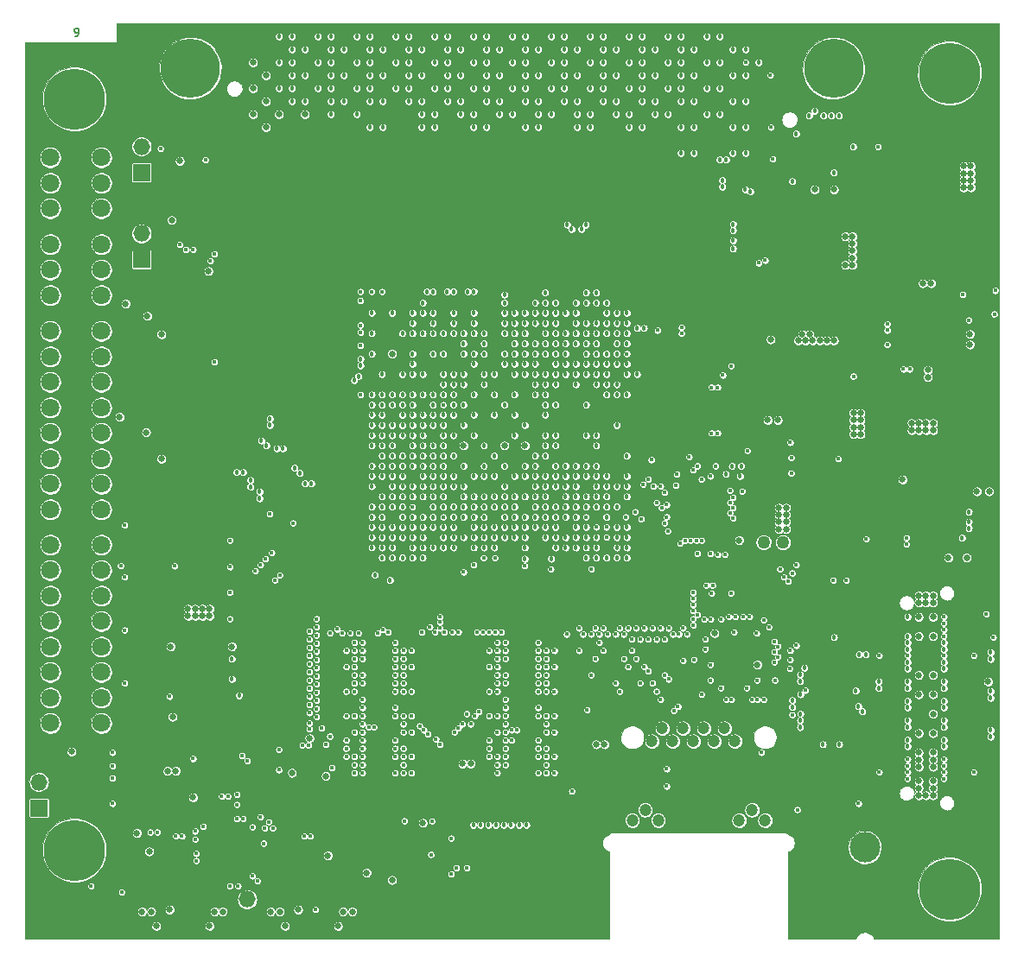
<source format=gbr>
G04 #@! TF.FileFunction,Copper,L9,Inr,Plane*
%FSLAX46Y46*%
G04 Gerber Fmt 4.6, Leading zero omitted, Abs format (unit mm)*
G04 Created by KiCad (PCBNEW 4.0.6) date Wed May 10 11:08:12 2017*
%MOMM*%
%LPD*%
G01*
G04 APERTURE LIST*
%ADD10C,0.101600*%
%ADD11C,0.127000*%
%ADD12R,1.600000X1.600000*%
%ADD13C,1.200000*%
%ADD14O,1.200000X1.800000*%
%ADD15C,1.778000*%
%ADD16R,1.651000X1.651000*%
%ADD17O,1.651000X1.651000*%
%ADD18R,0.750000X0.900000*%
%ADD19R,1.080000X0.780000*%
%ADD20R,1.287500X1.287500*%
%ADD21R,1.000000X1.250000*%
%ADD22R,1.250000X1.250000*%
%ADD23R,1.000000X1.000000*%
%ADD24R,1.500000X1.500000*%
%ADD25R,0.800000X0.800000*%
%ADD26C,5.800000*%
%ADD27C,1.800000*%
%ADD28C,3.000000*%
%ADD29O,1.400000X2.600000*%
%ADD30O,4.000000X2.000000*%
%ADD31C,6.000000*%
%ADD32C,0.635000*%
%ADD33C,0.406400*%
%ADD34C,0.457200*%
%ADD35C,1.270000*%
G04 APERTURE END LIST*
D10*
D11*
X35154857Y-31444714D02*
X35300000Y-31444714D01*
X35372572Y-31408429D01*
X35408857Y-31372143D01*
X35481429Y-31263286D01*
X35517714Y-31118143D01*
X35517714Y-30827857D01*
X35481429Y-30755286D01*
X35445143Y-30719000D01*
X35372572Y-30682714D01*
X35227429Y-30682714D01*
X35154857Y-30719000D01*
X35118572Y-30755286D01*
X35082286Y-30827857D01*
X35082286Y-31009286D01*
X35118572Y-31081857D01*
X35154857Y-31118143D01*
X35227429Y-31154429D01*
X35372572Y-31154429D01*
X35445143Y-31118143D01*
X35481429Y-31081857D01*
X35517714Y-31009286D01*
D12*
X95400000Y-78700000D03*
X97000000Y-78700000D03*
X95400000Y-77100000D03*
X97000000Y-77100000D03*
D13*
X91661000Y-100596000D03*
X93693000Y-100596000D03*
X95725000Y-100596000D03*
X97757000Y-100596000D03*
X99789000Y-100596000D03*
X92677000Y-99326000D03*
X94709000Y-99326000D03*
X96741000Y-99326000D03*
X98773000Y-99326000D03*
X100805000Y-99326000D03*
X89723000Y-108346000D03*
X90993000Y-107326000D03*
X92263000Y-108346000D03*
X100203000Y-108346000D03*
X101473000Y-107326000D03*
X102743000Y-108346000D03*
D14*
X86148000Y-116156000D03*
X106318000Y-116156000D03*
D15*
X67500000Y-112700000D03*
X82000000Y-112700000D03*
X82600000Y-117650000D03*
X66900000Y-117650000D03*
D16*
X31600000Y-107140000D03*
D17*
X31600000Y-104600000D03*
X31600000Y-102060000D03*
D16*
X52000000Y-118640000D03*
D17*
X52000000Y-116100000D03*
D16*
X41656000Y-44831000D03*
D17*
X41656000Y-42291000D03*
D16*
X41656000Y-53340000D03*
D17*
X41656000Y-50800000D03*
D18*
X57925000Y-102700000D03*
X58675000Y-102700000D03*
D19*
X120580000Y-79937000D03*
X119500000Y-79937000D03*
X118420000Y-79937000D03*
X120580000Y-79157000D03*
X120580000Y-78377000D03*
X120580000Y-77597000D03*
X120580000Y-76817000D03*
X120580000Y-76037000D03*
X120580000Y-75257000D03*
X119500000Y-75257000D03*
X119500000Y-76037000D03*
X119500000Y-76817000D03*
X119500000Y-77597000D03*
X119500000Y-78377000D03*
X119500000Y-79157000D03*
X118420000Y-79157000D03*
X118420000Y-78377000D03*
X118420000Y-77597000D03*
X118420000Y-76817000D03*
X118420000Y-76037000D03*
X118420000Y-75257000D03*
D20*
X120631250Y-61931250D03*
X119343750Y-61931250D03*
X118056250Y-61931250D03*
X116768750Y-61931250D03*
X120631250Y-60643750D03*
X119343750Y-60643750D03*
X118056250Y-60643750D03*
X116768750Y-60643750D03*
X120631250Y-59356250D03*
X119343750Y-59356250D03*
X118056250Y-59356250D03*
X116768750Y-59356250D03*
X120631250Y-58068750D03*
X119343750Y-58068750D03*
X118056250Y-58068750D03*
X116768750Y-58068750D03*
D21*
X109720000Y-97506000D03*
X109720000Y-96256000D03*
X109720000Y-98756000D03*
X108720000Y-98756000D03*
X108720000Y-97506000D03*
X108720000Y-96256000D03*
X108720000Y-95006000D03*
X108720000Y-93756000D03*
X108720000Y-92506000D03*
X109720000Y-92506000D03*
X109720000Y-93756000D03*
X109720000Y-95006000D03*
D22*
X49050000Y-110250000D03*
X49050000Y-112750000D03*
X51550000Y-110250000D03*
X50300000Y-112750000D03*
X49050000Y-111500000D03*
X50300000Y-111500000D03*
X51550000Y-111500000D03*
X50300000Y-110250000D03*
X51550000Y-112750000D03*
D23*
X98300000Y-66700000D03*
X98300000Y-67700000D03*
X97300000Y-67700000D03*
X97300000Y-66700000D03*
X98300000Y-71200000D03*
X98300000Y-72200000D03*
X97300000Y-72200000D03*
X97300000Y-71200000D03*
X106300000Y-73500000D03*
X107300000Y-73500000D03*
X107300000Y-74500000D03*
X106300000Y-74500000D03*
D12*
X108800000Y-81800000D03*
X110400000Y-81800000D03*
X110400000Y-83400000D03*
X108800000Y-83400000D03*
X107200000Y-83400000D03*
X107200000Y-81800000D03*
X107200000Y-80200000D03*
X108800000Y-80200000D03*
X110400000Y-80200000D03*
D24*
X98945000Y-93333000D03*
X98945000Y-91833000D03*
X100445000Y-91833000D03*
X100445000Y-93333000D03*
D25*
X109385000Y-42837000D03*
X108585000Y-42837000D03*
X107785000Y-42837000D03*
X107785000Y-42037000D03*
X108585000Y-42037000D03*
X109385000Y-42037000D03*
X109385000Y-41237000D03*
X108585000Y-41237000D03*
X107785000Y-41237000D03*
D26*
X46454300Y-34616700D03*
X109455700Y-34616700D03*
D27*
X32719000Y-67865000D03*
X32719000Y-65365000D03*
X32719000Y-62865000D03*
X32719000Y-60365000D03*
X32719000Y-70365000D03*
X32719000Y-72865000D03*
X32719000Y-75365000D03*
X32719000Y-77865000D03*
X37719000Y-60365000D03*
X37719000Y-62865000D03*
X37719000Y-65365000D03*
X37719000Y-67865000D03*
X37719000Y-70365000D03*
X37719000Y-72865000D03*
X37719000Y-75365000D03*
X37719000Y-77865000D03*
X32719000Y-88820000D03*
X32719000Y-86320000D03*
X32719000Y-83820000D03*
X32719000Y-81320000D03*
X32719000Y-91320000D03*
X32719000Y-93820000D03*
X32719000Y-96320000D03*
X32719000Y-98820000D03*
X37719000Y-81320000D03*
X37719000Y-83820000D03*
X37719000Y-86320000D03*
X37719000Y-88820000D03*
X37719000Y-91320000D03*
X37719000Y-93820000D03*
X37719000Y-96320000D03*
X37719000Y-98820000D03*
X32719000Y-56856000D03*
X32719000Y-54356000D03*
X32719000Y-51856000D03*
X37719000Y-51856000D03*
X37719000Y-54356000D03*
X37719000Y-56856000D03*
X32719000Y-48347000D03*
X32719000Y-45847000D03*
X32719000Y-43347000D03*
X37719000Y-43347000D03*
X37719000Y-45847000D03*
X37719000Y-48347000D03*
D28*
X112522000Y-110998000D03*
D29*
X107772000Y-117498000D03*
X107772000Y-112798000D03*
X117272000Y-117498000D03*
X117272000Y-112798000D03*
D30*
X112522000Y-116998000D03*
D31*
X120810000Y-115090000D03*
X35080000Y-111280000D03*
X120810000Y-35080000D03*
X35080000Y-37620000D03*
D32*
X44700000Y-90200000D03*
D33*
X64500000Y-104200000D03*
X99900000Y-81600004D03*
X113500000Y-83400000D03*
X101300002Y-90000000D03*
X48800000Y-52000000D03*
D32*
X119400000Y-41800000D03*
X119400000Y-42500000D03*
X112500000Y-48100000D03*
X112500000Y-49300000D03*
D33*
X112100000Y-66200000D03*
D32*
X112300000Y-57500000D03*
X113600000Y-56500000D03*
X124700000Y-72400000D03*
X124700000Y-73100000D03*
X123500000Y-73100000D03*
X123500000Y-72400000D03*
X112200000Y-59800000D03*
D33*
X112400000Y-62400000D03*
X114400000Y-64800000D03*
X114400000Y-63200000D03*
D32*
X108000000Y-68800000D03*
X105300000Y-66800000D03*
X108000000Y-66800000D03*
D33*
X124800000Y-52800000D03*
X125200000Y-67200000D03*
X125200000Y-57900000D03*
X125200000Y-57200000D03*
X125200000Y-55600000D03*
X125200000Y-65100000D03*
X125200000Y-63300000D03*
D32*
X125300000Y-62500000D03*
X125300000Y-59500000D03*
D33*
X107315000Y-105029000D03*
D32*
X36000000Y-47500000D03*
X36000000Y-56000000D03*
D33*
X43600000Y-41200000D03*
X125349000Y-93599000D03*
X120269000Y-94107000D03*
X123189079Y-94107556D03*
X120269000Y-96012000D03*
X123190000Y-96012000D03*
X123190000Y-97917000D03*
X120269000Y-97917000D03*
X123190000Y-99822000D03*
X120269000Y-99822000D03*
X123190000Y-101727000D03*
X120269000Y-101727000D03*
X116713000Y-101727000D03*
X113919000Y-101727000D03*
X116713000Y-99822000D03*
X113919000Y-99822000D03*
D32*
X117221000Y-97917000D03*
D34*
X116713000Y-96012000D03*
X113919000Y-96012000D03*
X116713000Y-94107000D03*
X113919000Y-94107000D03*
D33*
X125100000Y-89800000D03*
D32*
X45000000Y-94700000D03*
X50500000Y-93600000D03*
D33*
X72800000Y-110100000D03*
D32*
X68199984Y-108600000D03*
D33*
X70699998Y-108400000D03*
X71500000Y-113000000D03*
X36700000Y-118500000D03*
X39100000Y-118500000D03*
D32*
X34800000Y-106700000D03*
X34800000Y-104200000D03*
X34800000Y-102900000D03*
X51300000Y-97900000D03*
D33*
X57100000Y-113100000D03*
X38800000Y-110600000D03*
D32*
X43100000Y-110700000D03*
X39000000Y-113900000D03*
X43100000Y-113700000D03*
D33*
X40300000Y-109000000D03*
X49734776Y-102126117D03*
D32*
X44200000Y-100100000D03*
X45000000Y-100100000D03*
X56300000Y-111500000D03*
X47000000Y-117100000D03*
X50300000Y-79500000D03*
D33*
X43500000Y-85200000D03*
X45900000Y-86000000D03*
X48700000Y-81500000D03*
X42000000Y-82000000D03*
X46000000Y-81500000D03*
X44900000Y-67600000D03*
X44900000Y-79400000D03*
X48700000Y-55200002D03*
X48800000Y-62600000D03*
D32*
X43400006Y-55200000D03*
X46600000Y-43700000D03*
D34*
X94400000Y-72700000D03*
D33*
X109400000Y-102100000D03*
X103700000Y-101400000D03*
X103900000Y-107300000D03*
X99100000Y-105000000D03*
X106300000Y-100100000D03*
D32*
X123200000Y-40400000D03*
X115000000Y-40400000D03*
X123200000Y-52000000D03*
X115000000Y-52000000D03*
X119500000Y-48500000D03*
X113700000Y-106700000D03*
X106200000Y-50100000D03*
X107200000Y-50100000D03*
X105300000Y-68800000D03*
X73900000Y-104000000D03*
X73100000Y-104000000D03*
D33*
X72300000Y-101100000D03*
X87000000Y-97500000D03*
X86200000Y-97500000D03*
D32*
X86200000Y-102100000D03*
X87000000Y-102100000D03*
D33*
X60600000Y-101700000D03*
X55100000Y-95200000D03*
X55100000Y-90000000D03*
X55100000Y-98400000D03*
X59300000Y-100100000D03*
D32*
X55900000Y-114100000D03*
X54600000Y-114100000D03*
D33*
X64500000Y-115000000D03*
D32*
X62100000Y-113500000D03*
X59600000Y-117100000D03*
D34*
X93000000Y-72700000D03*
X93700000Y-72700000D03*
D32*
X105800000Y-90400000D03*
X108500000Y-87800000D03*
X109400000Y-87800000D03*
X112100000Y-90400000D03*
X113100000Y-87800000D03*
D33*
X93800000Y-80700000D03*
X52400000Y-77300000D03*
D34*
X75200000Y-66600000D03*
X79200000Y-77600000D03*
X73200000Y-74600000D03*
D32*
X74200000Y-73600000D03*
X74200000Y-71600000D03*
D34*
X65200000Y-62600000D03*
X66200000Y-61600000D03*
D33*
X62500000Y-98900000D03*
D32*
X78200000Y-73600000D03*
D34*
X77200000Y-74600000D03*
D32*
X78200000Y-71600000D03*
D34*
X71200000Y-61600000D03*
X75200000Y-69600000D03*
X88200000Y-72600000D03*
X76200000Y-69600000D03*
X78200000Y-69600000D03*
X77200000Y-70600000D03*
X80200000Y-71600000D03*
D33*
X106300004Y-77900000D03*
D34*
X79000000Y-110400000D03*
X77500000Y-110400000D03*
X76000000Y-110400000D03*
X74500000Y-110400000D03*
D33*
X100200000Y-77900000D03*
X112300000Y-84200000D03*
X93300000Y-95100000D03*
X104267000Y-93472000D03*
X94742000Y-96266000D03*
X102616000Y-97790000D03*
X95631000Y-96520000D03*
X98425000Y-86106000D03*
D34*
X66200000Y-78600000D03*
X64200000Y-82600000D03*
X67200000Y-81600000D03*
X82200000Y-76600000D03*
X89200000Y-77600000D03*
X86200000Y-78600000D03*
X87200000Y-81600000D03*
X72200000Y-76600000D03*
D33*
X87600006Y-91700000D03*
X70200000Y-80600000D03*
D34*
X73200000Y-79600000D03*
X76200000Y-78600000D03*
X74200000Y-82600000D03*
X77200000Y-81600000D03*
X83200000Y-79600000D03*
X80200000Y-80600000D03*
X83700000Y-82700000D03*
D33*
X75700000Y-97300000D03*
X82100000Y-90900000D03*
X82100000Y-92500000D03*
X82100000Y-94100000D03*
X75700000Y-90900000D03*
X75700000Y-92500000D03*
X75700000Y-94100000D03*
X81300000Y-97300000D03*
X82100000Y-98900000D03*
X82100000Y-100500000D03*
X81300000Y-100500000D03*
X82100000Y-101300000D03*
X80500000Y-102900000D03*
X82100000Y-102900000D03*
X75700000Y-103700000D03*
X75700000Y-102900000D03*
X76500000Y-101300000D03*
X76500000Y-100500000D03*
X75700000Y-99700000D03*
X76500000Y-98900000D03*
X75700000Y-98900000D03*
X61700000Y-97300000D03*
X68100000Y-90900000D03*
X68100000Y-92500000D03*
X68100000Y-94100000D03*
X67300000Y-97300000D03*
X66500000Y-102900000D03*
X68100000Y-101300000D03*
X67300000Y-100500000D03*
X68100000Y-100500000D03*
X68100000Y-98900000D03*
X68100000Y-102900000D03*
X61700000Y-90900000D03*
X61700000Y-92500000D03*
X61700000Y-94100000D03*
X61700000Y-98900000D03*
X61700000Y-99700000D03*
X61700000Y-103700000D03*
X61700000Y-102900000D03*
X62500000Y-100500000D03*
X62500000Y-101300000D03*
D34*
X60198000Y-41656000D03*
X76200000Y-75600000D03*
X85200000Y-75600000D03*
X88200000Y-74600000D03*
X72200000Y-73600000D03*
X76200000Y-73600000D03*
X81200000Y-73600000D03*
X84200000Y-72600000D03*
X77200000Y-72600000D03*
X73200000Y-72600000D03*
X72200000Y-71600000D03*
X76200000Y-71600000D03*
X73200000Y-70600000D03*
X72200000Y-69600000D03*
X74200000Y-69600000D03*
X83200000Y-69600000D03*
X86200000Y-68600000D03*
X79200000Y-68600000D03*
X77200000Y-68600000D03*
X75200000Y-68600000D03*
X73200000Y-68600000D03*
X78200000Y-67600000D03*
X74200000Y-67600000D03*
X67200000Y-59600000D03*
X69200000Y-59600000D03*
X71200000Y-59600000D03*
X65200000Y-59600000D03*
X64200000Y-57600000D03*
X66200000Y-57600000D03*
X68200000Y-57600000D03*
X70200000Y-57600000D03*
X72200000Y-57600000D03*
X89200000Y-67600000D03*
X73200000Y-59600000D03*
X75200000Y-59600000D03*
X74200000Y-57600000D03*
X76199718Y-57600000D03*
X76200000Y-58600000D03*
X76199718Y-59600000D03*
X76199718Y-60600000D03*
X76200000Y-61600000D03*
X74200000Y-61600000D03*
X70200000Y-61600000D03*
X68200000Y-61600000D03*
X64200000Y-61600000D03*
X70200000Y-64600000D03*
X67200000Y-63600000D03*
X69200000Y-63600000D03*
X70200000Y-63600000D03*
X71200000Y-63600000D03*
X72200000Y-63600000D03*
X73200000Y-63600000D03*
X75200000Y-63600000D03*
X73200000Y-66600000D03*
X76200000Y-65600000D03*
X82200000Y-66600000D03*
X77200000Y-66600000D03*
X79200000Y-66600000D03*
X78200000Y-65600000D03*
X85200000Y-65600000D03*
X76200000Y-63600000D03*
X76200000Y-62600000D03*
X81200000Y-63600000D03*
X88200000Y-64600000D03*
X87200000Y-61600000D03*
X84200000Y-62600000D03*
X77200000Y-61600000D03*
X80200000Y-60600000D03*
X83200000Y-59600000D03*
X86200000Y-58600000D03*
X89200000Y-57600000D03*
X79200000Y-57600000D03*
X70200000Y-65600000D03*
X69200000Y-65600000D03*
X68200000Y-65600000D03*
X67200000Y-65600000D03*
X66200000Y-65600000D03*
X65200000Y-65600000D03*
X64200000Y-65600000D03*
X68200000Y-74600000D03*
X69200000Y-77600000D03*
X65200000Y-75600000D03*
X70200000Y-70600000D03*
X64200000Y-72600000D03*
X67200000Y-71600000D03*
X69200000Y-67600000D03*
X66200000Y-68600000D03*
X98298000Y-40386000D03*
X86868000Y-42926000D03*
X88138000Y-42926000D03*
X61468000Y-42926000D03*
X93218000Y-32766000D03*
X53848000Y-31496000D03*
X57658000Y-31496000D03*
X61468000Y-31496000D03*
X65278000Y-31496000D03*
X69088000Y-31496000D03*
X72898000Y-31496000D03*
X76708000Y-31496000D03*
X80518000Y-31496000D03*
X84328000Y-31496000D03*
X88138000Y-31496000D03*
X91948000Y-31496000D03*
X95758000Y-31496000D03*
X52578000Y-42926000D03*
X56388000Y-42926000D03*
X57658000Y-42926000D03*
X62738000Y-42926000D03*
X66548000Y-42926000D03*
X67818000Y-42926000D03*
X71628000Y-42926000D03*
X72898000Y-42926000D03*
X76708000Y-42926000D03*
X77978000Y-42926000D03*
X83058000Y-42926000D03*
X91948000Y-42926000D03*
X93218000Y-42926000D03*
X97028000Y-42926000D03*
X98298000Y-42926000D03*
X102108000Y-42926000D03*
X100838000Y-41656000D03*
X99568000Y-41656000D03*
X95758000Y-41656000D03*
X94488000Y-41656000D03*
X90678000Y-41656000D03*
X89408000Y-41656000D03*
X85598000Y-41656000D03*
X84328000Y-41656000D03*
X80518000Y-41656000D03*
X79248000Y-41656000D03*
X75438000Y-41656000D03*
X74168000Y-41656000D03*
X70358000Y-41656000D03*
X69088000Y-41656000D03*
X65278000Y-41656000D03*
X64008000Y-41656000D03*
X58928000Y-41656000D03*
X55118000Y-41656000D03*
X53848000Y-41656000D03*
X52578000Y-40386000D03*
X55118000Y-40386000D03*
X57658000Y-40386000D03*
X60198000Y-40386000D03*
X61468000Y-40386000D03*
X62738000Y-40386000D03*
X66548000Y-40386000D03*
X67818000Y-40386000D03*
X71628000Y-40386000D03*
X72898000Y-40386000D03*
X76708000Y-40386000D03*
X77978000Y-40386000D03*
X81788000Y-40386000D03*
X83058000Y-40386000D03*
X86868000Y-40386000D03*
X88138000Y-40386000D03*
X91948000Y-40386000D03*
X93218000Y-40386000D03*
X97028000Y-40386000D03*
X102108000Y-40386000D03*
X100838000Y-39116000D03*
X99568000Y-39116000D03*
X95758000Y-39116000D03*
X94488000Y-39116000D03*
X90678000Y-39116000D03*
X86868000Y-39116000D03*
X83058000Y-39116000D03*
X79248000Y-39116000D03*
X75438000Y-39116000D03*
X71628000Y-39116000D03*
X67818000Y-39116000D03*
X58928000Y-39116000D03*
X56388000Y-39116000D03*
X53848000Y-39116000D03*
X52578000Y-37846000D03*
X55118000Y-37846000D03*
X58928000Y-37846000D03*
X62738000Y-37846000D03*
X66548000Y-37846000D03*
X70358000Y-37846000D03*
X74168000Y-37846000D03*
X77978000Y-37846000D03*
X81788000Y-37846000D03*
X85598000Y-37846000D03*
X89408000Y-37846000D03*
X93218000Y-37846000D03*
X97028000Y-37846000D03*
X98298000Y-37846000D03*
X102108000Y-37846000D03*
X100838000Y-36576000D03*
X99568000Y-36576000D03*
X95758000Y-36576000D03*
X84328000Y-36576000D03*
X80518000Y-36576000D03*
X76708000Y-36576000D03*
X72898000Y-36576000D03*
X69088000Y-36576000D03*
X65278000Y-36576000D03*
X61468000Y-36576000D03*
X57658000Y-36576000D03*
X53848000Y-36576000D03*
X52578000Y-35306000D03*
X55118000Y-35306000D03*
X58928000Y-35306000D03*
X62738000Y-35306000D03*
X66548000Y-35306000D03*
X70358000Y-35306000D03*
X74168000Y-35306000D03*
X77978000Y-35306000D03*
X81788000Y-35306000D03*
X85598000Y-35306000D03*
X89408000Y-35306000D03*
X93218000Y-35306000D03*
X88138000Y-36576000D03*
X91948000Y-36576000D03*
X97028000Y-35306000D03*
X98298000Y-35306000D03*
X102108000Y-35306000D03*
X99568000Y-34036000D03*
X95758000Y-34036000D03*
X91948000Y-34036000D03*
X88138000Y-34036000D03*
X84328000Y-34036000D03*
X80518000Y-34036000D03*
X76708000Y-34036000D03*
X72898000Y-34036000D03*
X69088000Y-34036000D03*
X65278000Y-34036000D03*
X61468000Y-34036000D03*
X57658000Y-34036000D03*
X53848000Y-34036000D03*
X52578000Y-32766000D03*
X55118000Y-32766000D03*
X58928000Y-32766000D03*
X62738000Y-32766000D03*
X66548000Y-32766000D03*
X70358000Y-32766000D03*
X74168000Y-32766000D03*
X77978000Y-32766000D03*
X81788000Y-32766000D03*
X85598000Y-32766000D03*
X89408000Y-32766000D03*
X97028000Y-32766000D03*
X98298000Y-32766000D03*
X102108000Y-32766000D03*
X100838000Y-31496000D03*
X99568000Y-31496000D03*
X77200000Y-69600000D03*
D32*
X44600000Y-49500000D03*
X42400000Y-111400000D03*
X112100000Y-68400000D03*
X111400000Y-68400000D03*
X112100000Y-70500000D03*
X112100000Y-69800000D03*
X112100000Y-69100000D03*
X111400000Y-70500000D03*
X111400000Y-69800000D03*
X111400000Y-69100000D03*
D33*
X122100000Y-56800000D03*
D32*
X73900000Y-102800000D03*
X73100000Y-102800000D03*
X86200000Y-100900000D03*
X87000000Y-100900000D03*
D33*
X57400000Y-101000000D03*
D34*
X74200000Y-77600000D03*
X77200000Y-76600000D03*
D33*
X71200000Y-78600000D03*
D34*
X75200000Y-80600000D03*
X81200000Y-78600000D03*
X78200000Y-79600000D03*
X72200000Y-81600000D03*
X79200000Y-82700000D03*
X82200000Y-81600000D03*
D33*
X76500000Y-95700000D03*
X82100000Y-91700000D03*
X82100000Y-93300000D03*
X81300000Y-95700000D03*
X75700000Y-91700000D03*
X75700000Y-93300000D03*
X81300000Y-98100000D03*
X82100000Y-99700000D03*
X81300000Y-101300000D03*
X82100000Y-102100000D03*
X81300000Y-102900000D03*
X82100000Y-103700000D03*
X76500000Y-103700000D03*
X75700000Y-102100000D03*
X75700000Y-101300000D03*
X75700000Y-100500000D03*
X77300000Y-98900000D03*
X75700000Y-98100000D03*
X62500000Y-95700000D03*
X68100000Y-91700000D03*
X68100000Y-93300000D03*
X67300000Y-95700000D03*
X67300000Y-101300000D03*
X68100000Y-99700000D03*
X67300000Y-98100000D03*
X67300000Y-102900000D03*
X68100000Y-102100000D03*
X68100000Y-103700000D03*
X61700000Y-91700000D03*
X61700000Y-93300000D03*
X63300000Y-98900000D03*
X62500000Y-103700000D03*
X61700000Y-102100000D03*
X61700000Y-98100000D03*
X61700000Y-101300000D03*
X61700000Y-100500000D03*
D32*
X58100000Y-100300000D03*
D33*
X60300000Y-103200000D03*
X76500000Y-94100000D03*
X82100000Y-98100000D03*
X68100000Y-98100000D03*
X62500000Y-94100000D03*
D34*
X78200000Y-77600000D03*
X80200000Y-77600000D03*
D32*
X124700000Y-76100000D03*
X123500000Y-76100000D03*
X122500000Y-82600000D03*
X120700000Y-82600000D03*
X119200004Y-105900004D03*
X119200000Y-105200000D03*
X119200000Y-104500000D03*
X119200004Y-103100000D03*
X119200000Y-102400000D03*
X119200000Y-101700000D03*
X119200002Y-99800000D03*
X119200000Y-97900000D03*
X119200000Y-96000000D03*
X119200000Y-94100000D03*
X119200000Y-90300000D03*
X119199996Y-88400000D03*
X119200000Y-87000000D03*
X119200000Y-86300000D03*
X118500000Y-86300000D03*
X117800000Y-86300000D03*
X118500000Y-87000000D03*
X117800000Y-87000000D03*
X118500000Y-105900018D03*
X117800000Y-105900000D03*
X117800000Y-105200000D03*
X117800000Y-104500000D03*
X117800000Y-103100000D03*
X117800000Y-102400000D03*
X117800000Y-101700000D03*
X117800000Y-99800000D03*
X117800000Y-88400000D03*
X117800000Y-90300000D03*
X117800000Y-94100000D03*
X117800000Y-96000000D03*
X118700000Y-64900000D03*
X118700000Y-64200000D03*
X119000000Y-55700000D03*
X118200000Y-55700000D03*
X122800004Y-61700000D03*
X124587000Y-94742006D03*
D33*
X72000000Y-110100000D03*
D32*
X69200004Y-108600000D03*
X44200000Y-103500000D03*
X45000000Y-103500000D03*
D33*
X93100000Y-103300000D03*
D32*
X66200000Y-114200000D03*
D33*
X116586000Y-81280000D03*
D34*
X122700000Y-78100000D03*
D32*
X59700000Y-104000000D03*
X100200000Y-80900000D03*
X122900000Y-46300000D03*
X122900000Y-45600000D03*
X122900000Y-44900000D03*
X122900000Y-44200000D03*
X122200000Y-44200000D03*
X122200000Y-44900000D03*
X122200000Y-45600000D03*
X122200000Y-46300000D03*
D33*
X98600000Y-64700000D03*
X112649000Y-80772000D03*
X124400000Y-88100000D03*
D32*
X46700000Y-106100000D03*
X44500000Y-91300000D03*
X44700000Y-98200000D03*
X48200000Y-54500000D03*
X34800000Y-101600000D03*
X41200000Y-109600000D03*
D33*
X53600000Y-110600000D03*
X44900000Y-83408802D03*
X39600000Y-83400000D03*
D32*
X45400000Y-43700000D03*
D33*
X105900000Y-107300000D03*
X103649802Y-92837000D03*
D34*
X109500000Y-90392800D03*
X106600000Y-93400000D03*
X106200000Y-96000000D03*
X106200000Y-97900000D03*
X108400000Y-100900000D03*
X110000000Y-100900000D03*
D33*
X98100000Y-65895182D03*
X98100000Y-70395180D03*
X50300000Y-114800000D03*
X58000000Y-101000000D03*
D32*
X56400000Y-103700000D03*
D33*
X92200000Y-60300000D03*
X105300000Y-72800000D03*
X96500000Y-80900000D03*
X96000000Y-80900000D03*
X110700000Y-84800000D03*
X94700000Y-92700000D03*
D34*
X109474000Y-44831000D03*
X111378996Y-42291000D03*
X89200000Y-82600000D03*
X88200000Y-79600000D03*
X85200000Y-80600000D03*
X72200000Y-70600000D03*
X72200000Y-68600000D03*
X111633000Y-95631000D03*
X73200000Y-64600000D03*
X72200000Y-64600000D03*
X71200000Y-64600000D03*
X74200000Y-63600000D03*
X62738000Y-39116000D03*
D32*
X57658000Y-39116000D03*
X55118000Y-39116000D03*
X53848000Y-40386000D03*
X52578000Y-39116000D03*
X116205000Y-74930000D03*
X103300000Y-61200000D03*
X103000000Y-69100000D03*
X104000000Y-69100000D03*
D35*
X104500000Y-81100000D03*
X102600000Y-81100002D03*
D32*
X104800000Y-77700000D03*
X104800000Y-78400000D03*
X104800000Y-79100000D03*
X104817400Y-79800000D03*
X104100000Y-79800000D03*
X104100000Y-79100000D03*
X104100000Y-78400000D03*
X104100000Y-77700000D03*
X73200000Y-71600000D03*
X66200000Y-62600000D03*
X79200000Y-71600000D03*
X77200000Y-71600000D03*
D34*
X76200000Y-68600000D03*
X79200000Y-73600000D03*
X80200000Y-66600000D03*
X76200000Y-74600000D03*
X74200000Y-74600000D03*
X73200000Y-73600000D03*
X75200000Y-73600000D03*
X77200000Y-73600000D03*
X76200000Y-72600000D03*
X72200000Y-72600000D03*
X75200000Y-71600000D03*
X74200000Y-70600000D03*
X73200000Y-69600000D03*
X79200000Y-69600000D03*
X78200000Y-68600000D03*
X74200000Y-68600000D03*
X77200000Y-67600000D03*
X73200000Y-67600000D03*
X69200000Y-60600000D03*
X73200000Y-60600000D03*
X75200000Y-60600000D03*
X68200000Y-62600000D03*
X70200000Y-62600000D03*
X74200000Y-62600000D03*
X69200000Y-64600000D03*
X65200000Y-64600000D03*
X67200000Y-64600000D03*
D33*
X96900000Y-90600000D03*
X97400000Y-94600000D03*
X101900000Y-90000000D03*
X99700000Y-89900000D03*
D32*
X117100000Y-69400000D03*
X117800000Y-69400000D03*
X118500000Y-69400000D03*
X117100000Y-70100000D03*
X117800000Y-70100000D03*
X118500000Y-70100000D03*
X119200000Y-69400000D03*
X119200000Y-70100000D03*
D34*
X64200000Y-60600000D03*
D32*
X101981000Y-93091000D03*
D33*
X101981000Y-94615000D03*
D34*
X64200000Y-58600000D03*
X71200000Y-60600000D03*
X67200000Y-60600000D03*
X70200000Y-58600000D03*
X68200000Y-58600000D03*
X66200000Y-58600000D03*
X72200000Y-58600000D03*
X74200000Y-58600000D03*
X64200000Y-62600000D03*
X68200000Y-63600000D03*
D33*
X105400000Y-98000000D03*
X105300000Y-74300000D03*
X101000000Y-72100000D03*
D32*
X110600000Y-51100000D03*
X111300000Y-51100000D03*
X111300000Y-51800000D03*
X111300000Y-52500000D03*
X111300000Y-53200000D03*
X111300000Y-53900000D03*
X110600000Y-53900000D03*
D33*
X116900000Y-64100000D03*
D34*
X75200000Y-74600000D03*
X79200000Y-74600000D03*
X75200000Y-65600000D03*
X76200000Y-64600000D03*
X71200000Y-62600000D03*
D33*
X99400000Y-86100000D03*
X100500006Y-76100000D03*
X99300000Y-78200000D03*
X99300000Y-76000000D03*
X99300000Y-77200000D03*
X94000000Y-75500000D03*
X93100000Y-77400000D03*
X93100000Y-78600000D03*
D32*
X97790000Y-89997898D03*
D34*
X107600000Y-38800000D03*
X87200000Y-76600000D03*
X84200000Y-77600000D03*
X73200000Y-75600000D03*
X77200000Y-75600000D03*
X83200000Y-74600000D03*
X80200000Y-74600000D03*
X86200000Y-73600000D03*
X72200000Y-66600000D03*
X73200000Y-65600000D03*
X74200000Y-66600000D03*
X76200000Y-66600000D03*
X78200000Y-66600000D03*
X78200000Y-70600000D03*
D33*
X55100000Y-103400000D03*
D32*
X48300000Y-87600000D03*
X47600000Y-87600000D03*
X46900000Y-87600000D03*
X46200000Y-87600000D03*
X46200000Y-88300000D03*
X48300000Y-88300000D03*
X47600000Y-88300000D03*
X46900000Y-88300000D03*
X50500000Y-91300000D03*
D34*
X65200000Y-80600000D03*
X68200000Y-79600000D03*
X69200000Y-82600000D03*
X70200000Y-75600000D03*
X64200000Y-77600000D03*
X67200000Y-76600000D03*
X69200000Y-72600000D03*
X66200000Y-73600000D03*
X65200000Y-70600000D03*
X68200000Y-69600000D03*
X67200000Y-66600000D03*
X64200000Y-67600000D03*
D32*
X53848000Y-35306000D03*
X53848000Y-37846000D03*
X52578000Y-36576000D03*
X52578000Y-34036000D03*
D33*
X125200000Y-58700000D03*
X114700000Y-61700000D03*
D32*
X122800000Y-60677697D03*
D34*
X69200000Y-58600000D03*
X105410000Y-97231200D03*
X69200000Y-57600000D03*
X105410000Y-96570800D03*
D32*
X44400000Y-117100000D03*
X107100000Y-60700000D03*
X106400000Y-60700000D03*
X109500004Y-61300000D03*
X108800000Y-61300000D03*
X108100000Y-61300000D03*
X107400000Y-61300000D03*
X106700000Y-61300000D03*
X106000002Y-61300000D03*
D33*
X97500000Y-65895188D03*
X97506444Y-70395183D03*
X89200000Y-62600000D03*
D34*
X85200000Y-67600000D03*
X89200000Y-72600000D03*
X82200000Y-71600000D03*
X85200000Y-70600000D03*
X88200000Y-69600000D03*
X81200000Y-68600000D03*
X87200000Y-66600000D03*
X80200000Y-65600000D03*
X83200000Y-64600000D03*
X79200000Y-62600000D03*
X86200000Y-63600000D03*
X82200000Y-61600000D03*
X85200000Y-60600000D03*
X81200000Y-58600000D03*
X88200000Y-59600000D03*
X84200000Y-57600000D03*
X78200000Y-59600000D03*
X82200000Y-74600000D03*
D32*
X57000000Y-117100000D03*
D33*
X96100000Y-82200000D03*
X96520000Y-96012000D03*
X102616000Y-96520000D03*
X98425000Y-95377000D03*
X100965000Y-95377000D03*
X97409000Y-93091000D03*
D34*
X98298000Y-43561000D03*
X97028000Y-39116000D03*
D33*
X94550000Y-60000000D03*
D34*
X75200000Y-61600000D03*
X98933000Y-43561000D03*
X98298000Y-39116000D03*
X75200000Y-62600000D03*
D33*
X94550000Y-60600000D03*
X68200000Y-77600000D03*
X73500000Y-113000000D03*
D34*
X64200000Y-75600000D03*
X102108000Y-34036000D03*
D33*
X114700000Y-60300000D03*
X105200000Y-71300000D03*
X98100000Y-82300000D03*
X72000000Y-113600000D03*
X43200000Y-109500000D03*
X51500000Y-102000000D03*
X51000000Y-108200000D03*
D34*
X88200000Y-81600000D03*
D33*
X114700000Y-59700000D03*
X109900000Y-72900000D03*
X98800000Y-82300000D03*
X72500000Y-113000002D03*
X42500000Y-109500000D03*
X52000000Y-102500000D03*
X51600000Y-108200000D03*
D34*
X89200000Y-79600000D03*
D33*
X99400000Y-63800000D03*
X89096756Y-78603244D03*
D34*
X60198000Y-39116000D03*
D33*
X103300000Y-40400000D03*
X99600000Y-78700000D03*
X90800000Y-75400000D03*
D34*
X85200000Y-82600000D03*
D33*
X97400000Y-82200000D03*
X58700000Y-117100000D03*
X95758000Y-92583006D03*
X97000000Y-85300000D03*
D34*
X85200000Y-79600000D03*
D32*
X49600000Y-117300000D03*
X48800000Y-117300000D03*
X48300000Y-118700000D03*
X43100000Y-118700000D03*
X41700000Y-117300000D03*
X42600000Y-117300000D03*
X63700000Y-113500000D03*
X55200000Y-117300000D03*
X54300000Y-117300000D03*
X55700000Y-118700000D03*
X60899986Y-118700000D03*
X61400000Y-117300000D03*
X62300000Y-117300000D03*
D33*
X116713000Y-104267000D03*
X123190000Y-103632000D03*
X120269000Y-103632000D03*
X113919000Y-103632000D03*
X116713000Y-103632000D03*
X116713000Y-102997000D03*
X116713000Y-102362000D03*
D34*
X120269000Y-101092000D03*
X116713000Y-101092000D03*
X120269000Y-100457000D03*
X116713000Y-100457000D03*
X112268000Y-97663000D03*
X111887000Y-97155000D03*
X120269000Y-97282000D03*
X116713000Y-97282000D03*
X120269000Y-96647000D03*
X116713000Y-96647000D03*
X113871798Y-95377000D03*
X113871776Y-94742000D03*
X120269000Y-93472000D03*
X116713000Y-93472000D03*
X120269000Y-92837000D03*
X116713000Y-92837000D03*
X112606278Y-92067004D03*
X111945878Y-92067004D03*
X116713000Y-90297000D03*
X116713000Y-88392000D03*
D33*
X120269000Y-102997000D03*
X120269000Y-104267000D03*
X120269000Y-102362000D03*
X120269000Y-90297000D03*
D34*
X120269000Y-90932000D03*
X116713000Y-90932000D03*
D33*
X105800000Y-91200000D03*
X102100000Y-53700000D03*
X120269000Y-89026998D03*
X100838000Y-34036000D03*
X91800000Y-75600000D03*
D34*
X65278000Y-40386000D03*
D33*
X86200000Y-79600000D03*
X120269000Y-88391992D03*
X105200000Y-91700000D03*
X102752255Y-53431700D03*
X120269000Y-89662015D03*
X103251000Y-35306000D03*
X92500000Y-75600000D03*
D34*
X64008000Y-40386000D03*
D33*
X87200000Y-80600000D03*
D34*
X120269000Y-98552000D03*
X116713000Y-98552000D03*
X124841000Y-99491800D03*
X124841000Y-100152200D03*
X120269000Y-99187000D03*
X116713000Y-99187000D03*
X124841000Y-96342200D03*
X120269000Y-94742000D03*
X116713000Y-94742000D03*
X120269000Y-95377000D03*
X116713000Y-95377000D03*
X124841000Y-95681800D03*
X124841000Y-92532200D03*
X124841000Y-91871800D03*
X120269000Y-91567000D03*
X116713000Y-91567000D03*
D33*
X70000000Y-111700000D03*
D34*
X68200000Y-82600000D03*
X79355600Y-108800000D03*
X74144400Y-108800000D03*
X69200000Y-79600000D03*
X74855600Y-108800000D03*
X69200000Y-78600000D03*
X68200000Y-80600000D03*
X75644400Y-108800000D03*
X69200000Y-80600000D03*
X76355600Y-108800000D03*
X68200000Y-81600000D03*
X77144400Y-108800000D03*
X69200000Y-81600000D03*
X77855600Y-108800000D03*
X67200000Y-82600000D03*
X78644400Y-108800000D03*
D33*
X125300000Y-56400000D03*
X122700000Y-59300000D03*
X93200000Y-80000000D03*
X87200000Y-79600000D03*
D34*
X99600000Y-49900000D03*
X100838000Y-42926000D03*
X71600000Y-56500000D03*
X72200000Y-60600000D03*
X100838000Y-37846000D03*
X87200000Y-64600000D03*
X99600000Y-50500000D03*
X72200000Y-56500000D03*
X72200000Y-59600000D03*
X99568000Y-42926000D03*
X99568000Y-37846000D03*
X87200000Y-63600000D03*
X86200000Y-62600000D03*
X98298000Y-36576000D03*
X87200000Y-62600000D03*
X97028000Y-36576000D03*
X99600000Y-51500000D03*
X73600000Y-56500000D03*
X74200000Y-60600000D03*
X95758000Y-40386000D03*
X100800000Y-46500000D03*
X95758000Y-42926000D03*
X69600000Y-56500000D03*
X70200000Y-60600000D03*
X95758000Y-37846000D03*
X81200000Y-67600000D03*
X62900000Y-64800000D03*
X67200000Y-68600000D03*
X95758000Y-35306000D03*
X95758000Y-32766000D03*
X83200000Y-60600000D03*
X99600000Y-52300000D03*
X74200000Y-56500000D03*
X74200000Y-59600000D03*
X94488000Y-40386000D03*
X101318835Y-46707534D03*
X94488000Y-42926000D03*
X70200000Y-56500000D03*
X70200000Y-59600000D03*
X94488000Y-37846000D03*
X82200000Y-67600000D03*
X94488000Y-36576000D03*
X85200000Y-57600000D03*
X62500000Y-65200000D03*
X66200000Y-67600000D03*
X94488000Y-35306000D03*
X94488000Y-34036000D03*
X70200000Y-66600000D03*
X94488000Y-32766000D03*
X84200000Y-60600000D03*
X94488000Y-31496000D03*
X83200000Y-58600000D03*
X63098350Y-63119000D03*
X67200000Y-69600000D03*
X93218000Y-39116000D03*
X93218000Y-36576000D03*
X85200000Y-56600000D03*
X93218000Y-34036000D03*
X69200000Y-66600000D03*
X93218000Y-31496000D03*
X84200000Y-58600000D03*
X63098350Y-63754000D03*
X66200000Y-69600000D03*
X91948000Y-39116000D03*
X91948000Y-37846000D03*
X88200000Y-66600000D03*
X91948000Y-35306000D03*
X68200000Y-67600000D03*
X91948000Y-32766000D03*
X81200000Y-64600000D03*
X90678000Y-40386000D03*
X65200000Y-66600000D03*
X90678000Y-37846000D03*
X89200000Y-66600000D03*
X87200000Y-65600000D03*
X90678000Y-36576000D03*
X90678000Y-35306000D03*
X68200000Y-66600000D03*
X90678000Y-34036000D03*
X70200000Y-68600000D03*
X90678000Y-32766000D03*
X82200000Y-64600000D03*
X90678000Y-31496000D03*
X86200000Y-65600000D03*
X89408000Y-40386000D03*
X66200000Y-66600000D03*
X89408000Y-39116000D03*
X65200000Y-67600000D03*
X88200000Y-65600000D03*
X89408000Y-36576000D03*
X89408000Y-34036000D03*
X70200000Y-67600000D03*
X89408000Y-31496000D03*
X86200000Y-64600000D03*
X88138000Y-39116000D03*
X64200000Y-66600000D03*
X81200000Y-66600000D03*
X88138000Y-37846000D03*
X88138000Y-35306000D03*
X69200000Y-69600000D03*
X84200000Y-65600000D03*
X88138000Y-32766000D03*
X81200000Y-65600000D03*
X86868000Y-37846000D03*
X90200000Y-64600000D03*
X86868000Y-36576000D03*
X86868000Y-35306000D03*
X69200000Y-68600000D03*
X86868000Y-34036000D03*
X71200000Y-69600000D03*
X85200000Y-64600000D03*
X86868000Y-32766000D03*
X86868000Y-31496000D03*
X88200000Y-63600000D03*
X83347780Y-49946780D03*
X85181220Y-49946780D03*
X85598000Y-40386000D03*
X69200000Y-71600000D03*
X85598000Y-39116000D03*
X68200000Y-68600000D03*
X89200000Y-64600000D03*
X85598000Y-36576000D03*
X85598000Y-34036000D03*
X70200000Y-69600000D03*
X89200000Y-63600000D03*
X85598000Y-31496000D03*
X83784220Y-50383220D03*
X84744780Y-50383220D03*
X69200000Y-70600000D03*
X84328000Y-40386000D03*
X84328000Y-39116000D03*
X67200000Y-67600000D03*
X80200000Y-64600000D03*
X84328000Y-37846000D03*
X71200000Y-72600000D03*
X84328000Y-35306000D03*
X88200000Y-62600000D03*
X84328000Y-32766000D03*
X80200000Y-63600000D03*
X83058000Y-37846000D03*
X78200000Y-64600000D03*
X83058000Y-36576000D03*
X71200000Y-71600000D03*
X83058000Y-35306000D03*
X83058000Y-34036000D03*
X70200000Y-73600000D03*
X89200000Y-61600000D03*
X83058000Y-32766000D03*
X90866704Y-60090600D03*
X79200000Y-61600000D03*
X83058000Y-31496000D03*
X81788000Y-39116000D03*
X65200000Y-68600000D03*
X79200000Y-64600000D03*
X81788000Y-36576000D03*
X81788000Y-34036000D03*
X69200000Y-73600000D03*
X90219004Y-60090600D03*
X79200000Y-60600000D03*
X81788000Y-31496000D03*
X80518000Y-40386000D03*
X65200000Y-69600000D03*
X80518000Y-39116000D03*
X64200000Y-68600000D03*
X80518000Y-37846000D03*
X88200000Y-58600000D03*
X80518000Y-35306000D03*
X70200000Y-74600000D03*
X88200000Y-61600000D03*
X80518000Y-32766000D03*
X79248000Y-40386000D03*
X64200000Y-69600000D03*
X79248000Y-37846000D03*
X89200000Y-58600000D03*
X89200000Y-60600000D03*
X79248000Y-36576000D03*
X79248000Y-35306000D03*
X69200000Y-74600000D03*
X79248000Y-34036000D03*
X71200000Y-74600000D03*
X88200000Y-60600000D03*
X79248000Y-32766000D03*
X87200000Y-60600000D03*
X79248000Y-31496000D03*
X54241700Y-68961000D03*
X77978000Y-39116000D03*
X66200000Y-76600000D03*
X89200000Y-59600000D03*
X77978000Y-36576000D03*
X77978000Y-34036000D03*
X71200000Y-75600000D03*
X87200000Y-59600000D03*
X77978000Y-31496000D03*
X54229000Y-69596000D03*
X76708000Y-39116000D03*
X66200000Y-77600000D03*
X76708000Y-37846000D03*
X87200000Y-58600000D03*
X76708000Y-35306000D03*
X64200000Y-71600000D03*
X86200000Y-60600000D03*
X76708000Y-32766000D03*
X67200000Y-79600000D03*
X53900000Y-71600000D03*
X75438000Y-40386000D03*
X75438000Y-37846000D03*
X87200000Y-57600000D03*
X86200000Y-57600000D03*
X75438000Y-36576000D03*
X75438000Y-35306000D03*
X64200000Y-70600000D03*
X75438000Y-34036000D03*
X70200000Y-72600000D03*
X86200000Y-59600000D03*
X75438000Y-32766000D03*
X75438000Y-31496000D03*
X85200000Y-62600000D03*
X67200000Y-80600000D03*
X53385082Y-71114918D03*
X74168000Y-40386000D03*
X74168000Y-39116000D03*
X68200000Y-73600000D03*
X86200000Y-56600000D03*
X74168000Y-36576000D03*
X74168000Y-34036000D03*
X70200000Y-71600000D03*
X74168000Y-31496000D03*
X86200000Y-61600000D03*
X72898000Y-39116000D03*
X68200000Y-72600000D03*
X72898000Y-37846000D03*
X84200000Y-59600000D03*
X72897992Y-35306000D03*
X71200000Y-76600000D03*
X72898000Y-32766000D03*
X84200000Y-61600000D03*
X71628000Y-37846000D03*
X85200000Y-59600000D03*
X83200000Y-62600000D03*
X71628000Y-36576000D03*
X71628000Y-35306000D03*
X70200000Y-76600000D03*
X71628000Y-34036000D03*
X65200000Y-76600000D03*
X71628000Y-32766000D03*
X85200000Y-61600000D03*
X71628000Y-31496000D03*
X84200000Y-64600000D03*
X98552000Y-46228000D03*
X100838000Y-40386000D03*
X70358000Y-40386000D03*
X65200000Y-74600000D03*
X70358000Y-39116000D03*
X67200000Y-77600000D03*
X83200000Y-61600000D03*
X70358000Y-36576000D03*
X70358000Y-34036000D03*
X65200000Y-77600000D03*
X70358000Y-31496000D03*
X85200000Y-63600000D03*
X98552000Y-45593000D03*
X99568000Y-40386000D03*
X69088000Y-40386000D03*
X64200000Y-74600000D03*
X69088000Y-39116000D03*
X67200000Y-78600000D03*
X82200000Y-60600000D03*
X69088000Y-37846000D03*
X51608918Y-74222640D03*
X67200000Y-73600000D03*
X69088000Y-35306000D03*
X82200000Y-63600000D03*
X69088000Y-32766000D03*
X82200000Y-59600000D03*
X67818000Y-37846000D03*
X67818000Y-36576000D03*
X82200000Y-58600000D03*
X50961218Y-74222640D03*
X67200000Y-72600000D03*
X67818000Y-35306000D03*
X69200000Y-75600000D03*
X67818000Y-34036000D03*
X82200000Y-62600000D03*
X67818000Y-32766000D03*
X81200000Y-60600000D03*
X67818000Y-31496000D03*
D33*
X38800000Y-103000000D03*
X47700000Y-108958150D03*
X54100000Y-108500000D03*
X63100000Y-57400000D03*
X65200000Y-56500000D03*
D34*
X71200000Y-68600000D03*
X66548000Y-36576000D03*
X82200000Y-57600000D03*
X68200000Y-75600000D03*
X66548000Y-34036000D03*
X81200000Y-59600000D03*
X66548000Y-31496000D03*
X81185650Y-56600000D03*
X65278000Y-37846000D03*
X69200000Y-76600000D03*
X65278000Y-35306000D03*
X65278000Y-32766000D03*
X80200000Y-62600000D03*
D33*
X46900006Y-110200000D03*
X38800000Y-104200000D03*
X53303244Y-107996756D03*
D34*
X81200000Y-57600000D03*
X64008000Y-37846000D03*
X64008000Y-36576000D03*
X80200000Y-58600000D03*
X68200000Y-76600000D03*
X64008000Y-35306000D03*
X54889004Y-71880404D03*
X65200000Y-72600000D03*
X64008000Y-34036000D03*
X64008000Y-32766000D03*
X81200000Y-62600000D03*
X64008000Y-31496000D03*
X78200000Y-63600000D03*
X62738000Y-36576000D03*
X80200000Y-57600000D03*
X55500000Y-71900000D03*
X65200000Y-71600000D03*
X62738000Y-34036000D03*
X62738000Y-31496000D03*
X79200000Y-63600000D03*
D33*
X46900000Y-109400000D03*
X38800000Y-101700000D03*
X53700000Y-109100000D03*
X63100000Y-56500000D03*
X71200000Y-67600000D03*
D34*
X79200000Y-59600000D03*
X61468000Y-37846000D03*
X66200000Y-74600000D03*
X56642000Y-73787000D03*
X61468000Y-35306000D03*
X78200000Y-58600000D03*
X61468000Y-32766000D03*
X80200000Y-59600000D03*
X60198000Y-37846000D03*
X80200000Y-61600000D03*
X60198000Y-36576000D03*
X57150000Y-74295000D03*
X66200000Y-75600000D03*
X60198000Y-35306000D03*
X58293000Y-75311000D03*
X66200000Y-72600000D03*
X60198000Y-34036000D03*
X79200000Y-58600000D03*
X60198000Y-32766000D03*
X77200000Y-59600000D03*
X60198000Y-31496000D03*
X81200000Y-61600000D03*
X58928000Y-36576000D03*
X57658000Y-75311000D03*
X66200000Y-71600000D03*
X58928000Y-34036000D03*
X77200000Y-58600000D03*
X58928000Y-31496000D03*
X77200000Y-56800000D03*
X57658000Y-37846000D03*
X52324000Y-74987150D03*
X57658000Y-35306000D03*
X65200000Y-73600000D03*
X57658000Y-32766000D03*
X77200000Y-60600000D03*
X77200000Y-57600000D03*
X56388000Y-37846000D03*
X77200000Y-63600000D03*
X56388000Y-36576000D03*
X52324000Y-75634850D03*
X56388000Y-35306000D03*
X64200000Y-73600000D03*
X53213000Y-76130150D03*
X67200000Y-74600000D03*
X56388000Y-34036000D03*
X56388000Y-32766000D03*
X78200000Y-60600000D03*
X56388000Y-31496000D03*
X78200000Y-62600000D03*
X77200000Y-62600000D03*
X55118000Y-36576000D03*
X53213000Y-76777850D03*
X67200000Y-75600000D03*
X55118000Y-34036000D03*
X55118000Y-31496000D03*
X78200000Y-61600000D03*
D33*
X38800000Y-106700000D03*
X54500000Y-109100000D03*
X51100000Y-114800000D03*
X63100000Y-66600000D03*
D34*
X72200000Y-67600000D03*
D32*
X107600000Y-46500000D03*
X109500000Y-46500000D03*
X43600000Y-60700000D03*
X42200000Y-58900000D03*
X42100000Y-70299996D03*
X43600000Y-72900000D03*
D33*
X98933000Y-96520000D03*
X101473000Y-96520000D03*
X99441000Y-96520000D03*
X101981004Y-96520000D03*
X113800000Y-42300000D03*
X105800000Y-83300000D03*
D34*
X84200000Y-79600000D03*
D33*
X111900000Y-106700000D03*
X95300000Y-72700000D03*
D34*
X71200000Y-70600000D03*
D33*
X54200000Y-78300000D03*
D34*
X71200000Y-73600000D03*
D33*
X56500000Y-79200000D03*
D34*
X72200000Y-77600000D03*
X71200000Y-77600000D03*
D33*
X91300000Y-90600000D03*
X58800000Y-94200000D03*
X91300000Y-93700000D03*
X80500000Y-93300000D03*
X66500000Y-93300000D03*
D34*
X80200000Y-78600000D03*
D33*
X58800000Y-91800000D03*
X86900000Y-91700000D03*
X86900000Y-89500000D03*
X77300000Y-92500000D03*
X63300000Y-92500000D03*
D34*
X80200000Y-76600000D03*
D33*
X89700000Y-90600000D03*
X58100000Y-91400000D03*
X89700000Y-91700000D03*
X80500000Y-92500000D03*
X66500000Y-92500000D03*
D34*
X77200000Y-77600000D03*
D33*
X58100000Y-94600000D03*
X90900000Y-93300000D03*
X90900000Y-89500000D03*
X81300000Y-93300000D03*
X67300000Y-93300000D03*
D34*
X79200000Y-78600000D03*
D33*
X58800000Y-92600000D03*
X86100000Y-92500000D03*
X86100000Y-89500000D03*
X76500000Y-92500000D03*
X62500000Y-92500000D03*
D34*
X78200000Y-76600000D03*
D33*
X58100000Y-93000000D03*
X90100000Y-92500000D03*
X90100000Y-89500000D03*
X81300000Y-92500000D03*
X67300000Y-92500000D03*
D34*
X77200000Y-78600000D03*
D33*
X58800000Y-90200000D03*
X86500000Y-90900000D03*
X86500000Y-90100000D03*
X76500000Y-91700000D03*
X62500000Y-91700000D03*
D34*
X79200000Y-76600000D03*
D33*
X58100000Y-90600000D03*
X94700000Y-89500000D03*
X81300000Y-91700000D03*
X67300000Y-91700000D03*
D34*
X81200000Y-77600000D03*
D33*
X58800000Y-88600000D03*
X84900000Y-90100000D03*
X76500000Y-90900000D03*
X62500000Y-90900000D03*
D34*
X74200000Y-76600000D03*
D33*
X58100000Y-92200000D03*
X84500000Y-91700000D03*
X84500000Y-89500000D03*
X80500000Y-91700000D03*
X66500000Y-91700000D03*
D34*
X73200000Y-76600000D03*
D33*
X90500000Y-90600000D03*
X58100000Y-96200000D03*
X90500000Y-94900000D03*
X77300000Y-94900000D03*
X63300000Y-94900000D03*
D34*
X78200000Y-78600000D03*
D33*
X58800000Y-91000000D03*
X77300000Y-91700000D03*
X63300000Y-91700000D03*
D34*
X82200000Y-77600000D03*
D33*
X58800000Y-95000000D03*
X85700000Y-94100000D03*
X85700000Y-90100000D03*
X77300000Y-94100000D03*
X63300000Y-94100000D03*
D34*
X76200000Y-76600000D03*
D33*
X58100000Y-89800000D03*
X87300000Y-90100000D03*
X80500000Y-90900000D03*
X66500000Y-90900000D03*
D34*
X81200000Y-76600000D03*
D33*
X58800000Y-89400000D03*
X77300000Y-90900000D03*
X63300000Y-90900000D03*
D34*
X75200000Y-76600000D03*
D33*
X58800000Y-95800000D03*
X93300000Y-89500000D03*
X93300000Y-94500000D03*
X81300000Y-94100000D03*
X67300000Y-94100000D03*
D34*
X73200000Y-78600000D03*
D33*
X88900000Y-90100000D03*
X58800000Y-93400000D03*
X88900000Y-92500000D03*
X76500000Y-93300000D03*
X62500000Y-93300000D03*
D34*
X74200000Y-78600000D03*
D33*
X58100000Y-93800000D03*
X89300000Y-93300000D03*
X89300000Y-89500000D03*
X80500000Y-94100000D03*
X66500000Y-94100000D03*
D34*
X75200000Y-78600000D03*
D33*
X58800000Y-96600000D03*
X91700000Y-89500000D03*
X91700010Y-94900000D03*
X80500000Y-95700000D03*
X66500000Y-95700000D03*
D34*
X70200000Y-79600000D03*
D33*
X58100000Y-97000000D03*
X88500000Y-95700000D03*
X88500000Y-89500000D03*
X75700000Y-95700000D03*
X61700000Y-95700000D03*
D34*
X73200000Y-77600000D03*
D33*
X58100000Y-97800000D03*
X88100000Y-94900000D03*
X88100000Y-90100000D03*
X81300000Y-94900000D03*
X67300000Y-94900000D03*
D34*
X70200000Y-77600000D03*
D33*
X92100000Y-90600000D03*
X58800000Y-97400000D03*
X92100000Y-95700000D03*
X82100000Y-95700000D03*
X68100000Y-95700000D03*
D34*
X70200000Y-78600000D03*
D33*
X58800000Y-98200000D03*
X92500000Y-89500000D03*
X92500000Y-96500000D03*
X80500000Y-97300000D03*
X66500000Y-97300000D03*
D34*
X72200000Y-79600000D03*
D33*
X92900000Y-90600000D03*
X58100000Y-95400000D03*
X92900000Y-94100000D03*
X80500000Y-94900000D03*
X66500000Y-94900000D03*
D34*
X72200000Y-78600000D03*
D33*
X58100000Y-98807900D03*
X77300000Y-96500000D03*
X94206545Y-97193455D03*
X94293197Y-90100892D03*
X63300000Y-96500000D03*
D34*
X76200000Y-77600000D03*
D33*
X58100000Y-99392100D03*
X77300000Y-97300000D03*
X93793455Y-97606545D03*
X93708997Y-90100892D03*
X63300000Y-97300000D03*
D34*
X75200000Y-77600000D03*
D33*
X95100000Y-90100000D03*
D34*
X82200000Y-78600000D03*
D33*
X76500000Y-94900000D03*
X62500000Y-94900000D03*
X116586000Y-80645000D03*
D34*
X122047000Y-80645006D03*
X122700000Y-79700000D03*
X122700000Y-79100000D03*
D33*
X105200000Y-92600000D03*
X102400000Y-101700000D03*
D34*
X81200000Y-71600000D03*
D33*
X55100000Y-101400000D03*
X83800000Y-105500000D03*
X46700000Y-102299990D03*
X93100000Y-105000000D03*
X111400000Y-64800000D03*
X116300000Y-64100000D03*
X125100000Y-90400000D03*
X106700000Y-95600000D03*
X106700000Y-95600000D03*
X48800000Y-63400002D03*
X63100000Y-61800000D03*
D34*
X72200000Y-65600000D03*
D33*
X52500000Y-109000000D03*
X49500000Y-106000000D03*
X45600000Y-109900000D03*
X50100000Y-106000000D03*
X45000000Y-109900000D03*
X48400000Y-53500000D03*
X63100000Y-59800000D03*
D34*
X75200000Y-64600000D03*
D33*
X36700000Y-114800000D03*
X47000000Y-111600000D03*
X39700000Y-115400000D03*
X47000000Y-112300000D03*
D32*
X40100000Y-57700000D03*
X39500000Y-68800000D03*
D34*
X68200000Y-64600000D03*
D33*
X90600000Y-78800000D03*
D34*
X88200000Y-80600000D03*
D33*
X46000000Y-52400000D03*
X54700000Y-84800000D03*
D34*
X89200000Y-80600000D03*
D33*
X105400000Y-84100000D03*
D34*
X85200000Y-81600000D03*
D33*
X104600000Y-84500000D03*
D34*
X86200000Y-81600000D03*
D33*
X44400000Y-96200000D03*
X45400000Y-51900000D03*
X104200000Y-83700000D03*
D34*
X84200000Y-80600000D03*
D33*
X109400000Y-84800000D03*
D34*
X87200000Y-82600000D03*
D33*
X105000000Y-84900000D03*
D34*
X86200000Y-82600000D03*
X105400000Y-45700000D03*
X87200000Y-78600000D03*
D33*
X96100000Y-88200000D03*
D34*
X89200000Y-75600000D03*
D33*
X97409000Y-88646000D03*
D34*
X83200000Y-78600000D03*
D33*
X97600000Y-85300000D03*
X98425000Y-88646000D03*
D34*
X84200000Y-74600000D03*
D33*
X96901000Y-91567000D03*
X103700000Y-94600000D03*
X105156000Y-93472000D03*
D34*
X82200000Y-65600000D03*
X84200000Y-63600000D03*
X83200000Y-63600000D03*
D33*
X95700000Y-87200000D03*
X99187000Y-88392000D03*
D34*
X84200000Y-76600000D03*
D33*
X95700000Y-86600000D03*
X99822000Y-88392000D03*
D34*
X81200000Y-75600000D03*
D33*
X97500000Y-86100000D03*
X100584000Y-88392000D03*
D34*
X84200000Y-75600000D03*
D33*
X101219000Y-88392000D03*
D34*
X82200000Y-73600000D03*
D33*
X51000000Y-105800000D03*
X52500000Y-113800000D03*
D34*
X89200000Y-81600000D03*
D33*
X51000000Y-106800000D03*
X53000006Y-114300000D03*
D34*
X88200000Y-82600000D03*
X50500000Y-92500000D03*
X72200000Y-75600000D03*
X51200000Y-96100000D03*
X65200000Y-79600000D03*
D33*
X58200000Y-109900000D03*
X94900000Y-80900000D03*
X57600000Y-109900000D03*
X95408003Y-80900000D03*
D34*
X98900000Y-74400000D03*
X89200000Y-74600000D03*
D33*
X96774000Y-88646000D03*
D34*
X89200000Y-76600000D03*
X100399998Y-73600000D03*
X88200000Y-75600000D03*
X100300000Y-74600000D03*
X88200000Y-77600000D03*
X109220000Y-39243000D03*
X87200000Y-74600000D03*
X108458004Y-39243000D03*
X87200000Y-75600000D03*
D33*
X90000000Y-78100000D03*
D34*
X87200000Y-77600000D03*
X105791000Y-41021000D03*
X86200000Y-74600000D03*
D33*
X94100000Y-74400000D03*
D34*
X86200000Y-75600000D03*
D33*
X92900000Y-76200000D03*
D34*
X86200000Y-76600000D03*
D33*
X92600000Y-77700000D03*
D34*
X86200000Y-77600000D03*
D33*
X46700000Y-52400000D03*
X55200000Y-84300000D03*
D34*
X86200000Y-80600000D03*
X99500000Y-73600000D03*
X85200000Y-73600000D03*
D33*
X103500000Y-43500000D03*
D34*
X109982000Y-39243000D03*
X85200000Y-74600000D03*
X85200000Y-76600000D03*
D33*
X99600000Y-76699998D03*
X97400000Y-74600000D03*
X92099992Y-77200000D03*
D34*
X85200000Y-77600000D03*
D33*
X96499988Y-74900000D03*
X92900000Y-79200000D03*
X85200000Y-78600000D03*
D34*
X107061000Y-39243000D03*
X84200000Y-73600000D03*
D33*
X102600000Y-88700000D03*
X95699998Y-89200000D03*
D34*
X84200000Y-78600000D03*
X84200000Y-81600000D03*
D33*
X80500000Y-103700000D03*
X104013000Y-92329000D03*
D34*
X83200000Y-73600000D03*
D33*
X104013000Y-91313000D03*
X95700000Y-86000000D03*
D34*
X83200000Y-75600000D03*
D33*
X103632000Y-91821000D03*
X95700000Y-87800000D03*
D34*
X83200000Y-76600000D03*
D33*
X95700000Y-88600000D03*
X103124000Y-89408000D03*
D34*
X83200000Y-77600000D03*
X83200000Y-80600000D03*
D33*
X80500000Y-101300000D03*
D34*
X83200000Y-81600000D03*
D33*
X77300000Y-102900000D03*
X83300000Y-90100000D03*
X81300000Y-102100000D03*
X103632000Y-90805000D03*
D34*
X82200000Y-75600000D03*
X82200000Y-79600000D03*
D33*
X81300000Y-103700000D03*
D34*
X82200000Y-80600000D03*
D33*
X77300000Y-102100000D03*
D34*
X81787250Y-82700000D03*
D33*
X80500000Y-102100000D03*
X91600000Y-73000000D03*
D34*
X81200000Y-72600000D03*
D33*
X91300000Y-74900000D03*
D34*
X81200000Y-74600000D03*
D33*
X85700000Y-83700000D03*
X85300000Y-97500000D03*
D34*
X81200000Y-79600000D03*
D33*
X76500000Y-102900000D03*
D34*
X81200000Y-80600000D03*
D33*
X77300000Y-101300000D03*
X77900000Y-100500000D03*
X76900000Y-89900000D03*
X76500000Y-102100000D03*
X76300000Y-89900000D03*
X97900000Y-73600000D03*
D34*
X80200000Y-72600000D03*
D33*
X96100000Y-73600000D03*
D34*
X80200000Y-73600000D03*
D33*
X95700000Y-74000000D03*
X99600000Y-77700000D03*
D34*
X80200000Y-75600000D03*
D33*
X81750000Y-83710000D03*
D34*
X80200000Y-79600000D03*
D33*
X80500000Y-100500000D03*
X75700000Y-89900000D03*
X77300000Y-100500000D03*
X75100000Y-89900000D03*
X74699994Y-97700000D03*
X80500000Y-98100000D03*
X74500000Y-89900000D03*
X79200000Y-83400000D03*
D34*
X79200000Y-79600000D03*
D33*
X74300000Y-98100000D03*
X76500000Y-98100000D03*
X78408003Y-99500000D03*
D34*
X79200000Y-80600000D03*
D33*
X77900000Y-99500000D03*
D34*
X79200000Y-81600000D03*
X78200000Y-80600000D03*
D33*
X73900000Y-98900000D03*
X77300000Y-98100000D03*
X72700000Y-89900000D03*
X72700000Y-99300000D03*
X77300000Y-99700000D03*
X72100000Y-89900000D03*
X72300000Y-99700000D03*
X76500000Y-99700000D03*
X73499998Y-97900000D03*
X81300000Y-98900000D03*
D34*
X77200000Y-79600000D03*
D33*
X73100000Y-98900000D03*
X81300000Y-99700000D03*
D34*
X77200000Y-80600000D03*
D33*
X71300000Y-89900000D03*
X66500000Y-103700000D03*
X76268200Y-82600000D03*
D34*
X76200000Y-79600000D03*
D33*
X67300000Y-103700000D03*
X70500000Y-100400000D03*
X70400000Y-89900000D03*
X75158981Y-82600000D03*
D34*
X76200000Y-80600000D03*
D33*
X67300000Y-102100000D03*
X65815901Y-89900000D03*
X70900000Y-88900000D03*
D34*
X76200000Y-81600000D03*
D33*
X63300000Y-102100000D03*
X70900000Y-100900000D03*
X70900000Y-89500008D03*
X66500000Y-101300000D03*
D34*
X73200000Y-61600000D03*
X106180151Y-94050800D03*
X106180151Y-94711200D03*
X73200000Y-62600000D03*
D33*
X69700000Y-99900000D03*
D34*
X75200000Y-79600000D03*
D33*
X63300000Y-103700000D03*
X70900000Y-88391997D03*
X65307900Y-89668150D03*
D34*
X75200000Y-81600000D03*
D33*
X63300000Y-102900000D03*
X69900000Y-89400000D03*
X66500000Y-102100000D03*
X68900000Y-99100000D03*
D34*
X74200000Y-79600000D03*
D33*
X62500000Y-102100000D03*
X69100000Y-89900000D03*
X69300000Y-99500000D03*
X62500000Y-102900000D03*
X74200000Y-83300000D03*
D34*
X74200000Y-80600000D03*
D33*
X64800000Y-90000000D03*
X73200000Y-84000000D03*
D34*
X74200000Y-81600000D03*
D33*
X63300000Y-101300000D03*
D34*
X73200000Y-80600000D03*
D33*
X67300000Y-98900000D03*
X62900000Y-90000000D03*
X63300000Y-98100000D03*
X62100000Y-90000000D03*
X62500000Y-98100000D03*
D34*
X68200000Y-78600000D03*
D33*
X70100000Y-108414250D03*
D34*
X72200000Y-80600000D03*
D33*
X66500000Y-98100000D03*
D34*
X66000000Y-84800000D03*
D33*
X61300000Y-90000000D03*
X63300000Y-100500000D03*
X48798187Y-52816291D03*
X63100000Y-60500000D03*
D34*
X71200000Y-65600000D03*
X65200000Y-81600000D03*
D33*
X54400000Y-82100000D03*
D34*
X71200000Y-79600000D03*
D33*
X59300000Y-99300000D03*
X63300000Y-99700000D03*
X64408003Y-99200000D03*
D34*
X71200000Y-80600000D03*
D33*
X63900000Y-99200000D03*
D34*
X71200000Y-81600000D03*
X64500000Y-84300000D03*
D33*
X60800000Y-89600000D03*
X62500000Y-99700000D03*
D34*
X66200000Y-81600000D03*
D33*
X53800000Y-82700000D03*
X59700000Y-100900000D03*
X66500000Y-100500000D03*
D34*
X70200000Y-81600000D03*
D33*
X60100000Y-90000000D03*
X60100000Y-100100000D03*
X67300000Y-99700000D03*
D34*
X50500000Y-94500000D03*
X72200000Y-74600000D03*
X106180151Y-98550800D03*
X68200000Y-59600000D03*
X68200000Y-60600000D03*
X106180151Y-99211200D03*
X64200000Y-79600000D03*
D33*
X67400000Y-108400000D03*
X50300000Y-88600000D03*
X40000000Y-94900000D03*
D34*
X64200000Y-80600000D03*
X66200000Y-79600000D03*
D33*
X50300000Y-86000000D03*
X40000000Y-89700000D03*
D34*
X65200000Y-82600000D03*
D33*
X53300000Y-83300000D03*
X50300000Y-83500000D03*
X40000000Y-84500000D03*
D34*
X64200000Y-81600000D03*
X66200000Y-80600000D03*
D33*
X50300000Y-80900000D03*
X40000000Y-79400000D03*
D34*
X66200000Y-82600000D03*
D33*
X52796756Y-83896756D03*
D34*
X65200000Y-78600000D03*
D33*
X43500000Y-42500000D03*
D34*
X64200000Y-78600000D03*
D33*
X47900000Y-43600000D03*
X94400000Y-81200000D03*
D32*
X59900000Y-111800000D03*
D33*
X113919000Y-92202000D03*
X116713000Y-92202000D03*
X120269000Y-92202000D03*
X123190000Y-92202000D03*
D34*
X67200000Y-70600000D03*
X100838000Y-35306000D03*
X100838000Y-32766000D03*
X86200000Y-71600000D03*
X66200000Y-70600000D03*
X99568000Y-35306000D03*
X86200000Y-70599986D03*
X99568000Y-32766000D03*
X68200000Y-71600000D03*
X98298000Y-34036000D03*
X81200000Y-70600000D03*
X98298000Y-31496000D03*
X97028000Y-34036000D03*
X68200000Y-70600000D03*
X97028000Y-31496000D03*
X82200000Y-70600000D03*
D33*
X64200000Y-56500000D03*
D34*
X71200000Y-66600000D03*
X78200000Y-74600000D03*
D10*
G36*
X125662600Y-119942600D02*
X113426294Y-119942600D01*
X113366988Y-119798712D01*
X113263628Y-119643143D01*
X113132020Y-119510613D01*
X112977176Y-119406169D01*
X112804995Y-119333791D01*
X112622035Y-119296235D01*
X112435264Y-119294931D01*
X112251797Y-119329929D01*
X112078622Y-119399896D01*
X111922335Y-119502167D01*
X111788889Y-119632847D01*
X111683367Y-119786958D01*
X111616659Y-119942600D01*
X105002400Y-119942600D01*
X105002400Y-115355062D01*
X117653456Y-115355062D01*
X117765057Y-115963123D01*
X117992638Y-116537928D01*
X118327531Y-117057581D01*
X118756981Y-117502289D01*
X119264630Y-117855114D01*
X119831141Y-118102617D01*
X120434937Y-118235370D01*
X121053019Y-118248317D01*
X121661845Y-118140965D01*
X122238224Y-117917402D01*
X122760202Y-117586145D01*
X123207898Y-117159810D01*
X123564258Y-116654636D01*
X123815710Y-116089867D01*
X123952675Y-115487012D01*
X123962535Y-114780891D01*
X123842456Y-114174448D01*
X123606872Y-113602877D01*
X123264755Y-113087950D01*
X122829138Y-112649281D01*
X122316612Y-112303579D01*
X121746700Y-112064010D01*
X121141110Y-111939700D01*
X120522907Y-111935384D01*
X119915640Y-112051226D01*
X119342439Y-112282815D01*
X118825137Y-112621328D01*
X118383437Y-113053872D01*
X118034165Y-113563972D01*
X117790623Y-114132197D01*
X117662088Y-114736905D01*
X117653456Y-115355062D01*
X105002400Y-115355062D01*
X105002400Y-111431029D01*
X105011847Y-111429363D01*
X105176840Y-111365366D01*
X105326261Y-111270541D01*
X105454417Y-111148500D01*
X105462573Y-111136938D01*
X110867428Y-111136938D01*
X110925926Y-111455667D01*
X111045218Y-111756963D01*
X111220759Y-112029351D01*
X111445865Y-112262454D01*
X111711960Y-112447395D01*
X112008910Y-112577129D01*
X112325403Y-112646715D01*
X112649384Y-112653501D01*
X112968513Y-112597230D01*
X113270635Y-112480045D01*
X113544241Y-112306409D01*
X113778911Y-112082936D01*
X113965705Y-111818139D01*
X114097509Y-111522102D01*
X114169302Y-111206103D01*
X114174471Y-110835974D01*
X114111529Y-110518093D01*
X113988042Y-110218492D01*
X113808714Y-109948582D01*
X113580376Y-109718644D01*
X113311724Y-109537436D01*
X113012992Y-109411861D01*
X112695559Y-109346701D01*
X112371514Y-109344439D01*
X112053202Y-109405160D01*
X111752746Y-109526552D01*
X111481590Y-109703991D01*
X111250064Y-109930719D01*
X111066985Y-110198099D01*
X110939327Y-110495947D01*
X110871953Y-110812918D01*
X110867428Y-111136938D01*
X105462573Y-111136938D01*
X105556428Y-111003890D01*
X105628409Y-110842220D01*
X105667616Y-110669648D01*
X105670438Y-110467515D01*
X105636065Y-110293916D01*
X105568627Y-110130299D01*
X105470693Y-109982897D01*
X105345994Y-109857325D01*
X105199280Y-109758365D01*
X105036138Y-109689786D01*
X104970116Y-109676233D01*
X104965280Y-109666984D01*
X104964780Y-109666362D01*
X104964406Y-109665659D01*
X104950886Y-109649082D01*
X104937471Y-109632397D01*
X104936861Y-109631885D01*
X104936356Y-109631266D01*
X104919864Y-109617623D01*
X104903473Y-109603869D01*
X104902773Y-109603484D01*
X104902160Y-109602977D01*
X104883304Y-109592781D01*
X104864582Y-109582489D01*
X104863826Y-109582249D01*
X104863121Y-109581868D01*
X104842667Y-109575537D01*
X104822279Y-109569069D01*
X104821483Y-109568980D01*
X104820725Y-109568745D01*
X104799528Y-109566517D01*
X104778175Y-109564122D01*
X104776639Y-109564111D01*
X104776588Y-109564106D01*
X104776537Y-109564111D01*
X104775000Y-109564100D01*
X87693500Y-109564100D01*
X87672175Y-109566191D01*
X87650889Y-109568128D01*
X87650123Y-109568353D01*
X87649331Y-109568431D01*
X87628886Y-109574604D01*
X87608314Y-109580658D01*
X87607606Y-109581028D01*
X87606845Y-109581258D01*
X87587997Y-109591280D01*
X87568984Y-109601220D01*
X87568362Y-109601720D01*
X87567659Y-109602094D01*
X87551082Y-109615614D01*
X87534397Y-109629029D01*
X87533885Y-109629639D01*
X87533266Y-109630144D01*
X87519623Y-109646636D01*
X87505869Y-109663027D01*
X87505484Y-109663727D01*
X87504977Y-109664340D01*
X87499087Y-109675234D01*
X87441982Y-109686127D01*
X87277899Y-109752421D01*
X87129817Y-109849323D01*
X87003377Y-109973142D01*
X86903395Y-110119162D01*
X86833679Y-110281821D01*
X86796885Y-110454924D01*
X86794414Y-110631876D01*
X86826361Y-110805939D01*
X86891507Y-110970481D01*
X86987373Y-111119236D01*
X87110307Y-111246537D01*
X87255625Y-111347536D01*
X87417794Y-111418386D01*
X87466100Y-111429007D01*
X87466100Y-119942600D01*
X30227400Y-119942600D01*
X30227400Y-118739511D01*
X42629482Y-118739511D01*
X42646117Y-118830149D01*
X42680041Y-118915830D01*
X42729960Y-118993290D01*
X42793975Y-119059579D01*
X42869645Y-119112171D01*
X42954090Y-119149064D01*
X43044093Y-119168852D01*
X43136225Y-119170782D01*
X43226977Y-119154780D01*
X43312893Y-119121456D01*
X43390699Y-119072078D01*
X43457433Y-119008528D01*
X43510553Y-118933227D01*
X43548035Y-118849041D01*
X43568451Y-118759179D01*
X43568725Y-118739511D01*
X47829482Y-118739511D01*
X47846117Y-118830149D01*
X47880041Y-118915830D01*
X47929960Y-118993290D01*
X47993975Y-119059579D01*
X48069645Y-119112171D01*
X48154090Y-119149064D01*
X48244093Y-119168852D01*
X48336225Y-119170782D01*
X48426977Y-119154780D01*
X48512893Y-119121456D01*
X48590699Y-119072078D01*
X48657433Y-119008528D01*
X48710553Y-118933227D01*
X48748035Y-118849041D01*
X48768451Y-118759179D01*
X48768725Y-118739511D01*
X55229482Y-118739511D01*
X55246117Y-118830149D01*
X55280041Y-118915830D01*
X55329960Y-118993290D01*
X55393975Y-119059579D01*
X55469645Y-119112171D01*
X55554090Y-119149064D01*
X55644093Y-119168852D01*
X55736225Y-119170782D01*
X55826977Y-119154780D01*
X55912893Y-119121456D01*
X55990699Y-119072078D01*
X56057433Y-119008528D01*
X56110553Y-118933227D01*
X56148035Y-118849041D01*
X56168451Y-118759179D01*
X56168725Y-118739511D01*
X60429468Y-118739511D01*
X60446103Y-118830149D01*
X60480027Y-118915830D01*
X60529946Y-118993290D01*
X60593961Y-119059579D01*
X60669631Y-119112171D01*
X60754076Y-119149064D01*
X60844079Y-119168852D01*
X60936211Y-119170782D01*
X61026963Y-119154780D01*
X61112879Y-119121456D01*
X61190685Y-119072078D01*
X61257419Y-119008528D01*
X61310539Y-118933227D01*
X61348021Y-118849041D01*
X61368437Y-118759179D01*
X61369907Y-118653924D01*
X61352007Y-118563527D01*
X61316891Y-118478328D01*
X61265895Y-118401572D01*
X61200961Y-118336184D01*
X61124563Y-118284653D01*
X61039612Y-118248942D01*
X60949342Y-118230413D01*
X60857192Y-118229769D01*
X60766672Y-118247037D01*
X60681230Y-118281558D01*
X60604120Y-118332017D01*
X60538280Y-118396492D01*
X60486217Y-118472528D01*
X60449914Y-118557229D01*
X60430755Y-118647367D01*
X60429468Y-118739511D01*
X56168725Y-118739511D01*
X56169921Y-118653924D01*
X56152021Y-118563527D01*
X56116905Y-118478328D01*
X56065909Y-118401572D01*
X56000975Y-118336184D01*
X55924577Y-118284653D01*
X55839626Y-118248942D01*
X55749356Y-118230413D01*
X55657206Y-118229769D01*
X55566686Y-118247037D01*
X55481244Y-118281558D01*
X55404134Y-118332017D01*
X55338294Y-118396492D01*
X55286231Y-118472528D01*
X55249928Y-118557229D01*
X55230769Y-118647367D01*
X55229482Y-118739511D01*
X48768725Y-118739511D01*
X48769921Y-118653924D01*
X48752021Y-118563527D01*
X48716905Y-118478328D01*
X48665909Y-118401572D01*
X48600975Y-118336184D01*
X48524577Y-118284653D01*
X48439626Y-118248942D01*
X48349356Y-118230413D01*
X48257206Y-118229769D01*
X48166686Y-118247037D01*
X48081244Y-118281558D01*
X48004134Y-118332017D01*
X47938294Y-118396492D01*
X47886231Y-118472528D01*
X47849928Y-118557229D01*
X47830769Y-118647367D01*
X47829482Y-118739511D01*
X43568725Y-118739511D01*
X43569921Y-118653924D01*
X43552021Y-118563527D01*
X43516905Y-118478328D01*
X43465909Y-118401572D01*
X43400975Y-118336184D01*
X43324577Y-118284653D01*
X43239626Y-118248942D01*
X43149356Y-118230413D01*
X43057206Y-118229769D01*
X42966686Y-118247037D01*
X42881244Y-118281558D01*
X42804134Y-118332017D01*
X42738294Y-118396492D01*
X42686231Y-118472528D01*
X42649928Y-118557229D01*
X42630769Y-118647367D01*
X42629482Y-118739511D01*
X30227400Y-118739511D01*
X30227400Y-117339511D01*
X41229482Y-117339511D01*
X41246117Y-117430149D01*
X41280041Y-117515830D01*
X41329960Y-117593290D01*
X41393975Y-117659579D01*
X41469645Y-117712171D01*
X41554090Y-117749064D01*
X41644093Y-117768852D01*
X41736225Y-117770782D01*
X41826977Y-117754780D01*
X41912893Y-117721456D01*
X41990699Y-117672078D01*
X42057433Y-117608528D01*
X42110553Y-117533227D01*
X42148035Y-117449041D01*
X42150063Y-117440115D01*
X42180041Y-117515830D01*
X42229960Y-117593290D01*
X42293975Y-117659579D01*
X42369645Y-117712171D01*
X42454090Y-117749064D01*
X42544093Y-117768852D01*
X42636225Y-117770782D01*
X42726977Y-117754780D01*
X42812893Y-117721456D01*
X42890699Y-117672078D01*
X42957433Y-117608528D01*
X43010553Y-117533227D01*
X43048035Y-117449041D01*
X43068451Y-117359179D01*
X43069921Y-117253924D01*
X43052021Y-117163527D01*
X43042123Y-117139511D01*
X43929482Y-117139511D01*
X43946117Y-117230149D01*
X43980041Y-117315830D01*
X44029960Y-117393290D01*
X44093975Y-117459579D01*
X44169645Y-117512171D01*
X44254090Y-117549064D01*
X44344093Y-117568852D01*
X44436225Y-117570782D01*
X44526977Y-117554780D01*
X44612893Y-117521456D01*
X44690699Y-117472078D01*
X44757433Y-117408528D01*
X44806120Y-117339511D01*
X48329482Y-117339511D01*
X48346117Y-117430149D01*
X48380041Y-117515830D01*
X48429960Y-117593290D01*
X48493975Y-117659579D01*
X48569645Y-117712171D01*
X48654090Y-117749064D01*
X48744093Y-117768852D01*
X48836225Y-117770782D01*
X48926977Y-117754780D01*
X49012893Y-117721456D01*
X49090699Y-117672078D01*
X49157433Y-117608528D01*
X49200467Y-117547525D01*
X49229960Y-117593290D01*
X49293975Y-117659579D01*
X49369645Y-117712171D01*
X49454090Y-117749064D01*
X49544093Y-117768852D01*
X49636225Y-117770782D01*
X49726977Y-117754780D01*
X49812893Y-117721456D01*
X49890699Y-117672078D01*
X49957433Y-117608528D01*
X50010553Y-117533227D01*
X50048035Y-117449041D01*
X50068451Y-117359179D01*
X50068725Y-117339511D01*
X53829482Y-117339511D01*
X53846117Y-117430149D01*
X53880041Y-117515830D01*
X53929960Y-117593290D01*
X53993975Y-117659579D01*
X54069645Y-117712171D01*
X54154090Y-117749064D01*
X54244093Y-117768852D01*
X54336225Y-117770782D01*
X54426977Y-117754780D01*
X54512893Y-117721456D01*
X54590699Y-117672078D01*
X54657433Y-117608528D01*
X54710553Y-117533227D01*
X54748035Y-117449041D01*
X54750063Y-117440115D01*
X54780041Y-117515830D01*
X54829960Y-117593290D01*
X54893975Y-117659579D01*
X54969645Y-117712171D01*
X55054090Y-117749064D01*
X55144093Y-117768852D01*
X55236225Y-117770782D01*
X55326977Y-117754780D01*
X55412893Y-117721456D01*
X55490699Y-117672078D01*
X55557433Y-117608528D01*
X55610553Y-117533227D01*
X55648035Y-117449041D01*
X55668451Y-117359179D01*
X55669921Y-117253924D01*
X55652021Y-117163527D01*
X55642123Y-117139511D01*
X56529482Y-117139511D01*
X56546117Y-117230149D01*
X56580041Y-117315830D01*
X56629960Y-117393290D01*
X56693975Y-117459579D01*
X56769645Y-117512171D01*
X56854090Y-117549064D01*
X56944093Y-117568852D01*
X57036225Y-117570782D01*
X57126977Y-117554780D01*
X57212893Y-117521456D01*
X57290699Y-117472078D01*
X57357433Y-117408528D01*
X57410553Y-117333227D01*
X57448035Y-117249041D01*
X57468451Y-117159179D01*
X57468859Y-117129900D01*
X58343932Y-117129900D01*
X58356521Y-117198491D01*
X58382193Y-117263331D01*
X58419970Y-117321949D01*
X58468413Y-117372114D01*
X58525677Y-117411913D01*
X58589582Y-117439832D01*
X58657692Y-117454807D01*
X58727413Y-117456268D01*
X58796091Y-117444158D01*
X58861108Y-117418940D01*
X58919989Y-117381573D01*
X58964157Y-117339511D01*
X60929482Y-117339511D01*
X60946117Y-117430149D01*
X60980041Y-117515830D01*
X61029960Y-117593290D01*
X61093975Y-117659579D01*
X61169645Y-117712171D01*
X61254090Y-117749064D01*
X61344093Y-117768852D01*
X61436225Y-117770782D01*
X61526977Y-117754780D01*
X61612893Y-117721456D01*
X61690699Y-117672078D01*
X61757433Y-117608528D01*
X61810553Y-117533227D01*
X61848035Y-117449041D01*
X61850063Y-117440115D01*
X61880041Y-117515830D01*
X61929960Y-117593290D01*
X61993975Y-117659579D01*
X62069645Y-117712171D01*
X62154090Y-117749064D01*
X62244093Y-117768852D01*
X62336225Y-117770782D01*
X62426977Y-117754780D01*
X62512893Y-117721456D01*
X62590699Y-117672078D01*
X62657433Y-117608528D01*
X62710553Y-117533227D01*
X62748035Y-117449041D01*
X62768451Y-117359179D01*
X62769921Y-117253924D01*
X62752021Y-117163527D01*
X62716905Y-117078328D01*
X62665909Y-117001572D01*
X62600975Y-116936184D01*
X62524577Y-116884653D01*
X62439626Y-116848942D01*
X62349356Y-116830413D01*
X62257206Y-116829769D01*
X62166686Y-116847037D01*
X62081244Y-116881558D01*
X62004134Y-116932017D01*
X61938294Y-116996492D01*
X61886231Y-117072528D01*
X61849928Y-117157229D01*
X61849757Y-117158034D01*
X61816905Y-117078328D01*
X61765909Y-117001572D01*
X61700975Y-116936184D01*
X61624577Y-116884653D01*
X61539626Y-116848942D01*
X61449356Y-116830413D01*
X61357206Y-116829769D01*
X61266686Y-116847037D01*
X61181244Y-116881558D01*
X61104134Y-116932017D01*
X61038294Y-116996492D01*
X60986231Y-117072528D01*
X60949928Y-117157229D01*
X60930769Y-117247367D01*
X60929482Y-117339511D01*
X58964157Y-117339511D01*
X58970490Y-117333481D01*
X59010689Y-117276496D01*
X59039053Y-117212788D01*
X59054503Y-117144784D01*
X59055616Y-117065132D01*
X59042070Y-116996723D01*
X59015496Y-116932248D01*
X58976904Y-116874163D01*
X58927765Y-116824679D01*
X58869951Y-116785683D01*
X58805663Y-116758659D01*
X58737350Y-116744636D01*
X58667615Y-116744150D01*
X58599113Y-116757217D01*
X58534455Y-116783341D01*
X58476101Y-116821526D01*
X58426276Y-116870318D01*
X58386877Y-116927859D01*
X58359405Y-116991957D01*
X58344906Y-117060170D01*
X58343932Y-117129900D01*
X57468859Y-117129900D01*
X57469921Y-117053924D01*
X57452021Y-116963527D01*
X57416905Y-116878328D01*
X57365909Y-116801572D01*
X57300975Y-116736184D01*
X57224577Y-116684653D01*
X57139626Y-116648942D01*
X57049356Y-116630413D01*
X56957206Y-116629769D01*
X56866686Y-116647037D01*
X56781244Y-116681558D01*
X56704134Y-116732017D01*
X56638294Y-116796492D01*
X56586231Y-116872528D01*
X56549928Y-116957229D01*
X56530769Y-117047367D01*
X56529482Y-117139511D01*
X55642123Y-117139511D01*
X55616905Y-117078328D01*
X55565909Y-117001572D01*
X55500975Y-116936184D01*
X55424577Y-116884653D01*
X55339626Y-116848942D01*
X55249356Y-116830413D01*
X55157206Y-116829769D01*
X55066686Y-116847037D01*
X54981244Y-116881558D01*
X54904134Y-116932017D01*
X54838294Y-116996492D01*
X54786231Y-117072528D01*
X54749928Y-117157229D01*
X54749757Y-117158034D01*
X54716905Y-117078328D01*
X54665909Y-117001572D01*
X54600975Y-116936184D01*
X54524577Y-116884653D01*
X54439626Y-116848942D01*
X54349356Y-116830413D01*
X54257206Y-116829769D01*
X54166686Y-116847037D01*
X54081244Y-116881558D01*
X54004134Y-116932017D01*
X53938294Y-116996492D01*
X53886231Y-117072528D01*
X53849928Y-117157229D01*
X53830769Y-117247367D01*
X53829482Y-117339511D01*
X50068725Y-117339511D01*
X50069921Y-117253924D01*
X50052021Y-117163527D01*
X50016905Y-117078328D01*
X49965909Y-117001572D01*
X49900975Y-116936184D01*
X49824577Y-116884653D01*
X49739626Y-116848942D01*
X49649356Y-116830413D01*
X49557206Y-116829769D01*
X49466686Y-116847037D01*
X49381244Y-116881558D01*
X49304134Y-116932017D01*
X49238294Y-116996492D01*
X49199843Y-117052648D01*
X49165909Y-117001572D01*
X49100975Y-116936184D01*
X49024577Y-116884653D01*
X48939626Y-116848942D01*
X48849356Y-116830413D01*
X48757206Y-116829769D01*
X48666686Y-116847037D01*
X48581244Y-116881558D01*
X48504134Y-116932017D01*
X48438294Y-116996492D01*
X48386231Y-117072528D01*
X48349928Y-117157229D01*
X48330769Y-117247367D01*
X48329482Y-117339511D01*
X44806120Y-117339511D01*
X44810553Y-117333227D01*
X44848035Y-117249041D01*
X44868451Y-117159179D01*
X44869921Y-117053924D01*
X44852021Y-116963527D01*
X44816905Y-116878328D01*
X44765909Y-116801572D01*
X44700975Y-116736184D01*
X44624577Y-116684653D01*
X44539626Y-116648942D01*
X44449356Y-116630413D01*
X44357206Y-116629769D01*
X44266686Y-116647037D01*
X44181244Y-116681558D01*
X44104134Y-116732017D01*
X44038294Y-116796492D01*
X43986231Y-116872528D01*
X43949928Y-116957229D01*
X43930769Y-117047367D01*
X43929482Y-117139511D01*
X43042123Y-117139511D01*
X43016905Y-117078328D01*
X42965909Y-117001572D01*
X42900975Y-116936184D01*
X42824577Y-116884653D01*
X42739626Y-116848942D01*
X42649356Y-116830413D01*
X42557206Y-116829769D01*
X42466686Y-116847037D01*
X42381244Y-116881558D01*
X42304134Y-116932017D01*
X42238294Y-116996492D01*
X42186231Y-117072528D01*
X42149928Y-117157229D01*
X42149757Y-117158034D01*
X42116905Y-117078328D01*
X42065909Y-117001572D01*
X42000975Y-116936184D01*
X41924577Y-116884653D01*
X41839626Y-116848942D01*
X41749356Y-116830413D01*
X41657206Y-116829769D01*
X41566686Y-116847037D01*
X41481244Y-116881558D01*
X41404134Y-116932017D01*
X41338294Y-116996492D01*
X41286231Y-117072528D01*
X41249928Y-117157229D01*
X41230769Y-117247367D01*
X41229482Y-117339511D01*
X30227400Y-117339511D01*
X30227400Y-116093173D01*
X51017392Y-116093173D01*
X51034689Y-116283240D01*
X51088575Y-116466328D01*
X51176996Y-116635462D01*
X51296585Y-116784201D01*
X51442787Y-116906878D01*
X51610032Y-116998822D01*
X51791951Y-117056531D01*
X51981614Y-117077805D01*
X51995268Y-117077900D01*
X52004732Y-117077900D01*
X52194674Y-117059276D01*
X52377381Y-117004114D01*
X52545894Y-116914514D01*
X52693794Y-116793889D01*
X52815448Y-116646835D01*
X52906222Y-116478951D01*
X52962659Y-116296634D01*
X52982608Y-116106827D01*
X52965311Y-115916760D01*
X52911425Y-115733672D01*
X52823004Y-115564538D01*
X52703415Y-115415799D01*
X52557213Y-115293122D01*
X52389968Y-115201178D01*
X52208049Y-115143469D01*
X52018386Y-115122195D01*
X52004732Y-115122100D01*
X51995268Y-115122100D01*
X51805326Y-115140724D01*
X51622619Y-115195886D01*
X51454106Y-115285486D01*
X51306206Y-115406111D01*
X51184552Y-115553165D01*
X51093778Y-115721049D01*
X51037341Y-115903366D01*
X51017392Y-116093173D01*
X30227400Y-116093173D01*
X30227400Y-115429900D01*
X39343932Y-115429900D01*
X39356521Y-115498491D01*
X39382193Y-115563331D01*
X39419970Y-115621949D01*
X39468413Y-115672114D01*
X39525677Y-115711913D01*
X39589582Y-115739832D01*
X39657692Y-115754807D01*
X39727413Y-115756268D01*
X39796091Y-115744158D01*
X39861108Y-115718940D01*
X39919989Y-115681573D01*
X39970490Y-115633481D01*
X40010689Y-115576496D01*
X40039053Y-115512788D01*
X40054503Y-115444784D01*
X40055616Y-115365132D01*
X40042070Y-115296723D01*
X40015496Y-115232248D01*
X39976904Y-115174163D01*
X39927765Y-115124679D01*
X39869951Y-115085683D01*
X39805663Y-115058659D01*
X39737350Y-115044636D01*
X39667615Y-115044150D01*
X39599113Y-115057217D01*
X39534455Y-115083341D01*
X39476101Y-115121526D01*
X39426276Y-115170318D01*
X39386877Y-115227859D01*
X39359405Y-115291957D01*
X39344906Y-115360170D01*
X39343932Y-115429900D01*
X30227400Y-115429900D01*
X30227400Y-114829900D01*
X36343932Y-114829900D01*
X36356521Y-114898491D01*
X36382193Y-114963331D01*
X36419970Y-115021949D01*
X36468413Y-115072114D01*
X36525677Y-115111913D01*
X36589582Y-115139832D01*
X36657692Y-115154807D01*
X36727413Y-115156268D01*
X36796091Y-115144158D01*
X36861108Y-115118940D01*
X36919989Y-115081573D01*
X36970490Y-115033481D01*
X37010689Y-114976496D01*
X37039053Y-114912788D01*
X37054503Y-114844784D01*
X37054710Y-114829900D01*
X49943932Y-114829900D01*
X49956521Y-114898491D01*
X49982193Y-114963331D01*
X50019970Y-115021949D01*
X50068413Y-115072114D01*
X50125677Y-115111913D01*
X50189582Y-115139832D01*
X50257692Y-115154807D01*
X50327413Y-115156268D01*
X50396091Y-115144158D01*
X50461108Y-115118940D01*
X50519989Y-115081573D01*
X50570490Y-115033481D01*
X50610689Y-114976496D01*
X50639053Y-114912788D01*
X50654503Y-114844784D01*
X50654710Y-114829900D01*
X50743932Y-114829900D01*
X50756521Y-114898491D01*
X50782193Y-114963331D01*
X50819970Y-115021949D01*
X50868413Y-115072114D01*
X50925677Y-115111913D01*
X50989582Y-115139832D01*
X51057692Y-115154807D01*
X51127413Y-115156268D01*
X51196091Y-115144158D01*
X51261108Y-115118940D01*
X51319989Y-115081573D01*
X51370490Y-115033481D01*
X51410689Y-114976496D01*
X51439053Y-114912788D01*
X51454503Y-114844784D01*
X51455616Y-114765132D01*
X51442070Y-114696723D01*
X51415496Y-114632248D01*
X51376904Y-114574163D01*
X51327765Y-114524679D01*
X51269951Y-114485683D01*
X51205663Y-114458659D01*
X51137350Y-114444636D01*
X51067615Y-114444150D01*
X50999113Y-114457217D01*
X50934455Y-114483341D01*
X50876101Y-114521526D01*
X50826276Y-114570318D01*
X50786877Y-114627859D01*
X50759405Y-114691957D01*
X50744906Y-114760170D01*
X50743932Y-114829900D01*
X50654710Y-114829900D01*
X50655616Y-114765132D01*
X50642070Y-114696723D01*
X50615496Y-114632248D01*
X50576904Y-114574163D01*
X50527765Y-114524679D01*
X50469951Y-114485683D01*
X50405663Y-114458659D01*
X50337350Y-114444636D01*
X50267615Y-114444150D01*
X50199113Y-114457217D01*
X50134455Y-114483341D01*
X50076101Y-114521526D01*
X50026276Y-114570318D01*
X49986877Y-114627859D01*
X49959405Y-114691957D01*
X49944906Y-114760170D01*
X49943932Y-114829900D01*
X37054710Y-114829900D01*
X37055616Y-114765132D01*
X37042070Y-114696723D01*
X37015496Y-114632248D01*
X36976904Y-114574163D01*
X36927765Y-114524679D01*
X36869951Y-114485683D01*
X36805663Y-114458659D01*
X36737350Y-114444636D01*
X36667615Y-114444150D01*
X36599113Y-114457217D01*
X36534455Y-114483341D01*
X36476101Y-114521526D01*
X36426276Y-114570318D01*
X36386877Y-114627859D01*
X36359405Y-114691957D01*
X36344906Y-114760170D01*
X36343932Y-114829900D01*
X30227400Y-114829900D01*
X30227400Y-111545062D01*
X31923456Y-111545062D01*
X32035057Y-112153123D01*
X32262638Y-112727928D01*
X32597531Y-113247581D01*
X33026981Y-113692289D01*
X33534630Y-114045114D01*
X34101141Y-114292617D01*
X34704937Y-114425370D01*
X35323019Y-114438317D01*
X35931845Y-114330965D01*
X36508224Y-114107402D01*
X36945497Y-113829900D01*
X52143932Y-113829900D01*
X52156521Y-113898491D01*
X52182193Y-113963331D01*
X52219970Y-114021949D01*
X52268413Y-114072114D01*
X52325677Y-114111913D01*
X52389582Y-114139832D01*
X52457692Y-114154807D01*
X52527413Y-114156268D01*
X52596091Y-114144158D01*
X52661108Y-114118940D01*
X52717489Y-114083159D01*
X52686883Y-114127859D01*
X52659411Y-114191957D01*
X52644912Y-114260170D01*
X52643938Y-114329900D01*
X52656527Y-114398491D01*
X52682199Y-114463331D01*
X52719976Y-114521949D01*
X52768419Y-114572114D01*
X52825683Y-114611913D01*
X52889588Y-114639832D01*
X52957698Y-114654807D01*
X53027419Y-114656268D01*
X53096097Y-114644158D01*
X53161114Y-114618940D01*
X53219995Y-114581573D01*
X53270496Y-114533481D01*
X53310695Y-114476496D01*
X53339059Y-114412788D01*
X53354509Y-114344784D01*
X53355622Y-114265132D01*
X53350549Y-114239511D01*
X65729482Y-114239511D01*
X65746117Y-114330149D01*
X65780041Y-114415830D01*
X65829960Y-114493290D01*
X65893975Y-114559579D01*
X65969645Y-114612171D01*
X66054090Y-114649064D01*
X66144093Y-114668852D01*
X66236225Y-114670782D01*
X66326977Y-114654780D01*
X66412893Y-114621456D01*
X66490699Y-114572078D01*
X66557433Y-114508528D01*
X66610553Y-114433227D01*
X66648035Y-114349041D01*
X66668451Y-114259179D01*
X66669921Y-114153924D01*
X66652021Y-114063527D01*
X66616905Y-113978328D01*
X66565909Y-113901572D01*
X66500975Y-113836184D01*
X66424577Y-113784653D01*
X66339626Y-113748942D01*
X66249356Y-113730413D01*
X66157206Y-113729769D01*
X66066686Y-113747037D01*
X65981244Y-113781558D01*
X65904134Y-113832017D01*
X65838294Y-113896492D01*
X65786231Y-113972528D01*
X65749928Y-114057229D01*
X65730769Y-114147367D01*
X65729482Y-114239511D01*
X53350549Y-114239511D01*
X53342076Y-114196723D01*
X53315502Y-114132248D01*
X53276910Y-114074163D01*
X53227771Y-114024679D01*
X53169957Y-113985683D01*
X53105669Y-113958659D01*
X53037356Y-113944636D01*
X52967621Y-113944150D01*
X52899119Y-113957217D01*
X52834461Y-113983341D01*
X52781338Y-114018103D01*
X52810689Y-113976496D01*
X52839053Y-113912788D01*
X52854503Y-113844784D01*
X52855616Y-113765132D01*
X52842070Y-113696723D01*
X52815496Y-113632248D01*
X52776904Y-113574163D01*
X52742494Y-113539511D01*
X63229482Y-113539511D01*
X63246117Y-113630149D01*
X63280041Y-113715830D01*
X63329960Y-113793290D01*
X63393975Y-113859579D01*
X63469645Y-113912171D01*
X63554090Y-113949064D01*
X63644093Y-113968852D01*
X63736225Y-113970782D01*
X63826977Y-113954780D01*
X63912893Y-113921456D01*
X63990699Y-113872078D01*
X64057433Y-113808528D01*
X64110553Y-113733227D01*
X64148035Y-113649041D01*
X64152383Y-113629900D01*
X71643932Y-113629900D01*
X71656521Y-113698491D01*
X71682193Y-113763331D01*
X71719970Y-113821949D01*
X71768413Y-113872114D01*
X71825677Y-113911913D01*
X71889582Y-113939832D01*
X71957692Y-113954807D01*
X72027413Y-113956268D01*
X72096091Y-113944158D01*
X72161108Y-113918940D01*
X72219989Y-113881573D01*
X72270490Y-113833481D01*
X72310689Y-113776496D01*
X72339053Y-113712788D01*
X72354503Y-113644784D01*
X72355616Y-113565132D01*
X72342070Y-113496723D01*
X72315496Y-113432248D01*
X72276904Y-113374163D01*
X72227765Y-113324679D01*
X72169951Y-113285683D01*
X72105663Y-113258659D01*
X72037350Y-113244636D01*
X71967615Y-113244150D01*
X71899113Y-113257217D01*
X71834455Y-113283341D01*
X71776101Y-113321526D01*
X71726276Y-113370318D01*
X71686877Y-113427859D01*
X71659405Y-113491957D01*
X71644906Y-113560170D01*
X71643932Y-113629900D01*
X64152383Y-113629900D01*
X64168451Y-113559179D01*
X64169921Y-113453924D01*
X64152021Y-113363527D01*
X64116905Y-113278328D01*
X64065909Y-113201572D01*
X64000975Y-113136184D01*
X63924577Y-113084653D01*
X63839626Y-113048942D01*
X63749356Y-113030413D01*
X63676237Y-113029902D01*
X72143932Y-113029902D01*
X72156521Y-113098493D01*
X72182193Y-113163333D01*
X72219970Y-113221951D01*
X72268413Y-113272116D01*
X72325677Y-113311915D01*
X72389582Y-113339834D01*
X72457692Y-113354809D01*
X72527413Y-113356270D01*
X72596091Y-113344160D01*
X72661108Y-113318942D01*
X72719989Y-113281575D01*
X72770490Y-113233483D01*
X72810689Y-113176498D01*
X72839053Y-113112790D01*
X72854503Y-113044786D01*
X72854711Y-113029900D01*
X73143932Y-113029900D01*
X73156521Y-113098491D01*
X73182193Y-113163331D01*
X73219970Y-113221949D01*
X73268413Y-113272114D01*
X73325677Y-113311913D01*
X73389582Y-113339832D01*
X73457692Y-113354807D01*
X73527413Y-113356268D01*
X73596091Y-113344158D01*
X73661108Y-113318940D01*
X73719989Y-113281573D01*
X73770490Y-113233481D01*
X73810689Y-113176496D01*
X73839053Y-113112788D01*
X73854503Y-113044784D01*
X73855616Y-112965132D01*
X73842070Y-112896723D01*
X73815496Y-112832248D01*
X73776904Y-112774163D01*
X73727765Y-112724679D01*
X73669951Y-112685683D01*
X73605663Y-112658659D01*
X73537350Y-112644636D01*
X73467615Y-112644150D01*
X73399113Y-112657217D01*
X73334455Y-112683341D01*
X73276101Y-112721526D01*
X73226276Y-112770318D01*
X73186877Y-112827859D01*
X73159405Y-112891957D01*
X73144906Y-112960170D01*
X73143932Y-113029900D01*
X72854711Y-113029900D01*
X72855616Y-112965134D01*
X72842070Y-112896725D01*
X72815496Y-112832250D01*
X72776904Y-112774165D01*
X72727765Y-112724681D01*
X72669951Y-112685685D01*
X72605663Y-112658661D01*
X72537350Y-112644638D01*
X72467615Y-112644152D01*
X72399113Y-112657219D01*
X72334455Y-112683343D01*
X72276101Y-112721528D01*
X72226276Y-112770320D01*
X72186877Y-112827861D01*
X72159405Y-112891959D01*
X72144906Y-112960172D01*
X72143932Y-113029902D01*
X63676237Y-113029902D01*
X63657206Y-113029769D01*
X63566686Y-113047037D01*
X63481244Y-113081558D01*
X63404134Y-113132017D01*
X63338294Y-113196492D01*
X63286231Y-113272528D01*
X63249928Y-113357229D01*
X63230769Y-113447367D01*
X63229482Y-113539511D01*
X52742494Y-113539511D01*
X52727765Y-113524679D01*
X52669951Y-113485683D01*
X52605663Y-113458659D01*
X52537350Y-113444636D01*
X52467615Y-113444150D01*
X52399113Y-113457217D01*
X52334455Y-113483341D01*
X52276101Y-113521526D01*
X52226276Y-113570318D01*
X52186877Y-113627859D01*
X52159405Y-113691957D01*
X52144906Y-113760170D01*
X52143932Y-113829900D01*
X36945497Y-113829900D01*
X37030202Y-113776145D01*
X37477898Y-113349810D01*
X37834258Y-112844636D01*
X38085710Y-112279867D01*
X38222675Y-111677012D01*
X38225991Y-111439511D01*
X41929482Y-111439511D01*
X41946117Y-111530149D01*
X41980041Y-111615830D01*
X42029960Y-111693290D01*
X42093975Y-111759579D01*
X42169645Y-111812171D01*
X42254090Y-111849064D01*
X42344093Y-111868852D01*
X42436225Y-111870782D01*
X42526977Y-111854780D01*
X42612893Y-111821456D01*
X42690699Y-111772078D01*
X42757433Y-111708528D01*
X42810553Y-111633227D01*
X42812034Y-111629900D01*
X46643932Y-111629900D01*
X46656521Y-111698491D01*
X46682193Y-111763331D01*
X46719970Y-111821949D01*
X46768413Y-111872114D01*
X46825677Y-111911913D01*
X46889582Y-111939832D01*
X46936348Y-111950114D01*
X46899113Y-111957217D01*
X46834455Y-111983341D01*
X46776101Y-112021526D01*
X46726276Y-112070318D01*
X46686877Y-112127859D01*
X46659405Y-112191957D01*
X46644906Y-112260170D01*
X46643932Y-112329900D01*
X46656521Y-112398491D01*
X46682193Y-112463331D01*
X46719970Y-112521949D01*
X46768413Y-112572114D01*
X46825677Y-112611913D01*
X46889582Y-112639832D01*
X46957692Y-112654807D01*
X47027413Y-112656268D01*
X47096091Y-112644158D01*
X47161108Y-112618940D01*
X47219989Y-112581573D01*
X47270490Y-112533481D01*
X47310689Y-112476496D01*
X47339053Y-112412788D01*
X47354503Y-112344784D01*
X47355616Y-112265132D01*
X47342070Y-112196723D01*
X47315496Y-112132248D01*
X47276904Y-112074163D01*
X47227765Y-112024679D01*
X47169951Y-111985683D01*
X47105663Y-111958659D01*
X47063240Y-111949951D01*
X47096091Y-111944158D01*
X47161108Y-111918940D01*
X47219989Y-111881573D01*
X47264157Y-111839511D01*
X59429482Y-111839511D01*
X59446117Y-111930149D01*
X59480041Y-112015830D01*
X59529960Y-112093290D01*
X59593975Y-112159579D01*
X59669645Y-112212171D01*
X59754090Y-112249064D01*
X59844093Y-112268852D01*
X59936225Y-112270782D01*
X60026977Y-112254780D01*
X60112893Y-112221456D01*
X60190699Y-112172078D01*
X60257433Y-112108528D01*
X60310553Y-112033227D01*
X60348035Y-111949041D01*
X60368451Y-111859179D01*
X60369921Y-111753924D01*
X60365164Y-111729900D01*
X69643932Y-111729900D01*
X69656521Y-111798491D01*
X69682193Y-111863331D01*
X69719970Y-111921949D01*
X69768413Y-111972114D01*
X69825677Y-112011913D01*
X69889582Y-112039832D01*
X69957692Y-112054807D01*
X70027413Y-112056268D01*
X70096091Y-112044158D01*
X70161108Y-112018940D01*
X70219989Y-111981573D01*
X70270490Y-111933481D01*
X70310689Y-111876496D01*
X70339053Y-111812788D01*
X70354503Y-111744784D01*
X70355616Y-111665132D01*
X70342070Y-111596723D01*
X70315496Y-111532248D01*
X70276904Y-111474163D01*
X70227765Y-111424679D01*
X70169951Y-111385683D01*
X70105663Y-111358659D01*
X70037350Y-111344636D01*
X69967615Y-111344150D01*
X69899113Y-111357217D01*
X69834455Y-111383341D01*
X69776101Y-111421526D01*
X69726276Y-111470318D01*
X69686877Y-111527859D01*
X69659405Y-111591957D01*
X69644906Y-111660170D01*
X69643932Y-111729900D01*
X60365164Y-111729900D01*
X60352021Y-111663527D01*
X60316905Y-111578328D01*
X60265909Y-111501572D01*
X60200975Y-111436184D01*
X60124577Y-111384653D01*
X60039626Y-111348942D01*
X59949356Y-111330413D01*
X59857206Y-111329769D01*
X59766686Y-111347037D01*
X59681244Y-111381558D01*
X59604134Y-111432017D01*
X59538294Y-111496492D01*
X59486231Y-111572528D01*
X59449928Y-111657229D01*
X59430769Y-111747367D01*
X59429482Y-111839511D01*
X47264157Y-111839511D01*
X47270490Y-111833481D01*
X47310689Y-111776496D01*
X47339053Y-111712788D01*
X47354503Y-111644784D01*
X47355616Y-111565132D01*
X47342070Y-111496723D01*
X47315496Y-111432248D01*
X47276904Y-111374163D01*
X47227765Y-111324679D01*
X47169951Y-111285683D01*
X47105663Y-111258659D01*
X47037350Y-111244636D01*
X46967615Y-111244150D01*
X46899113Y-111257217D01*
X46834455Y-111283341D01*
X46776101Y-111321526D01*
X46726276Y-111370318D01*
X46686877Y-111427859D01*
X46659405Y-111491957D01*
X46644906Y-111560170D01*
X46643932Y-111629900D01*
X42812034Y-111629900D01*
X42848035Y-111549041D01*
X42868451Y-111459179D01*
X42869921Y-111353924D01*
X42852021Y-111263527D01*
X42816905Y-111178328D01*
X42765909Y-111101572D01*
X42700975Y-111036184D01*
X42624577Y-110984653D01*
X42539626Y-110948942D01*
X42449356Y-110930413D01*
X42357206Y-110929769D01*
X42266686Y-110947037D01*
X42181244Y-110981558D01*
X42104134Y-111032017D01*
X42038294Y-111096492D01*
X41986231Y-111172528D01*
X41949928Y-111257229D01*
X41930769Y-111347367D01*
X41929482Y-111439511D01*
X38225991Y-111439511D01*
X38232535Y-110970891D01*
X38165017Y-110629900D01*
X53243932Y-110629900D01*
X53256521Y-110698491D01*
X53282193Y-110763331D01*
X53319970Y-110821949D01*
X53368413Y-110872114D01*
X53425677Y-110911913D01*
X53489582Y-110939832D01*
X53557692Y-110954807D01*
X53627413Y-110956268D01*
X53696091Y-110944158D01*
X53761108Y-110918940D01*
X53819989Y-110881573D01*
X53870490Y-110833481D01*
X53910689Y-110776496D01*
X53939053Y-110712788D01*
X53954503Y-110644784D01*
X53955616Y-110565132D01*
X53942070Y-110496723D01*
X53915496Y-110432248D01*
X53876904Y-110374163D01*
X53827765Y-110324679D01*
X53769951Y-110285683D01*
X53705663Y-110258659D01*
X53637350Y-110244636D01*
X53567615Y-110244150D01*
X53499113Y-110257217D01*
X53434455Y-110283341D01*
X53376101Y-110321526D01*
X53326276Y-110370318D01*
X53286877Y-110427859D01*
X53259405Y-110491957D01*
X53244906Y-110560170D01*
X53243932Y-110629900D01*
X38165017Y-110629900D01*
X38112456Y-110364448D01*
X37876872Y-109792877D01*
X37774976Y-109639511D01*
X40729482Y-109639511D01*
X40746117Y-109730149D01*
X40780041Y-109815830D01*
X40829960Y-109893290D01*
X40893975Y-109959579D01*
X40969645Y-110012171D01*
X41054090Y-110049064D01*
X41144093Y-110068852D01*
X41236225Y-110070782D01*
X41326977Y-110054780D01*
X41412893Y-110021456D01*
X41490699Y-109972078D01*
X41534990Y-109929900D01*
X44643932Y-109929900D01*
X44656521Y-109998491D01*
X44682193Y-110063331D01*
X44719970Y-110121949D01*
X44768413Y-110172114D01*
X44825677Y-110211913D01*
X44889582Y-110239832D01*
X44957692Y-110254807D01*
X45027413Y-110256268D01*
X45096091Y-110244158D01*
X45161108Y-110218940D01*
X45219989Y-110181573D01*
X45270490Y-110133481D01*
X45300231Y-110091321D01*
X45319970Y-110121949D01*
X45368413Y-110172114D01*
X45425677Y-110211913D01*
X45489582Y-110239832D01*
X45557692Y-110254807D01*
X45627413Y-110256268D01*
X45696091Y-110244158D01*
X45732850Y-110229900D01*
X46543938Y-110229900D01*
X46556527Y-110298491D01*
X46582199Y-110363331D01*
X46619976Y-110421949D01*
X46668419Y-110472114D01*
X46725683Y-110511913D01*
X46789588Y-110539832D01*
X46857698Y-110554807D01*
X46927419Y-110556268D01*
X46996097Y-110544158D01*
X47061114Y-110518940D01*
X47119995Y-110481573D01*
X47170496Y-110433481D01*
X47210695Y-110376496D01*
X47239059Y-110312788D01*
X47254509Y-110244784D01*
X47255622Y-110165132D01*
X47242076Y-110096723D01*
X47215502Y-110032248D01*
X47176910Y-109974163D01*
X47132956Y-109929900D01*
X57243932Y-109929900D01*
X57256521Y-109998491D01*
X57282193Y-110063331D01*
X57319970Y-110121949D01*
X57368413Y-110172114D01*
X57425677Y-110211913D01*
X57489582Y-110239832D01*
X57557692Y-110254807D01*
X57627413Y-110256268D01*
X57696091Y-110244158D01*
X57761108Y-110218940D01*
X57819989Y-110181573D01*
X57870490Y-110133481D01*
X57900231Y-110091321D01*
X57919970Y-110121949D01*
X57968413Y-110172114D01*
X58025677Y-110211913D01*
X58089582Y-110239832D01*
X58157692Y-110254807D01*
X58227413Y-110256268D01*
X58296091Y-110244158D01*
X58361108Y-110218940D01*
X58419989Y-110181573D01*
X58470490Y-110133481D01*
X58473016Y-110129900D01*
X71643932Y-110129900D01*
X71656521Y-110198491D01*
X71682193Y-110263331D01*
X71719970Y-110321949D01*
X71768413Y-110372114D01*
X71825677Y-110411913D01*
X71889582Y-110439832D01*
X71957692Y-110454807D01*
X72027413Y-110456268D01*
X72096091Y-110444158D01*
X72161108Y-110418940D01*
X72219989Y-110381573D01*
X72270490Y-110333481D01*
X72310689Y-110276496D01*
X72339053Y-110212788D01*
X72354503Y-110144784D01*
X72355616Y-110065132D01*
X72342070Y-109996723D01*
X72315496Y-109932248D01*
X72276904Y-109874163D01*
X72227765Y-109824679D01*
X72169951Y-109785683D01*
X72105663Y-109758659D01*
X72037350Y-109744636D01*
X71967615Y-109744150D01*
X71899113Y-109757217D01*
X71834455Y-109783341D01*
X71776101Y-109821526D01*
X71726276Y-109870318D01*
X71686877Y-109927859D01*
X71659405Y-109991957D01*
X71644906Y-110060170D01*
X71643932Y-110129900D01*
X58473016Y-110129900D01*
X58510689Y-110076496D01*
X58539053Y-110012788D01*
X58554503Y-109944784D01*
X58555616Y-109865132D01*
X58542070Y-109796723D01*
X58515496Y-109732248D01*
X58476904Y-109674163D01*
X58427765Y-109624679D01*
X58369951Y-109585683D01*
X58305663Y-109558659D01*
X58237350Y-109544636D01*
X58167615Y-109544150D01*
X58099113Y-109557217D01*
X58034455Y-109583341D01*
X57976101Y-109621526D01*
X57926276Y-109670318D01*
X57899922Y-109708807D01*
X57876904Y-109674163D01*
X57827765Y-109624679D01*
X57769951Y-109585683D01*
X57705663Y-109558659D01*
X57637350Y-109544636D01*
X57567615Y-109544150D01*
X57499113Y-109557217D01*
X57434455Y-109583341D01*
X57376101Y-109621526D01*
X57326276Y-109670318D01*
X57286877Y-109727859D01*
X57259405Y-109791957D01*
X57244906Y-109860170D01*
X57243932Y-109929900D01*
X47132956Y-109929900D01*
X47127771Y-109924679D01*
X47069957Y-109885683D01*
X47005669Y-109858659D01*
X46937356Y-109844636D01*
X46867621Y-109844150D01*
X46799119Y-109857217D01*
X46734461Y-109883341D01*
X46676107Y-109921526D01*
X46626282Y-109970318D01*
X46586883Y-110027859D01*
X46559411Y-110091957D01*
X46544912Y-110160170D01*
X46543938Y-110229900D01*
X45732850Y-110229900D01*
X45761108Y-110218940D01*
X45819989Y-110181573D01*
X45870490Y-110133481D01*
X45910689Y-110076496D01*
X45939053Y-110012788D01*
X45954503Y-109944784D01*
X45955616Y-109865132D01*
X45942070Y-109796723D01*
X45915496Y-109732248D01*
X45876904Y-109674163D01*
X45827765Y-109624679D01*
X45769951Y-109585683D01*
X45705663Y-109558659D01*
X45637350Y-109544636D01*
X45567615Y-109544150D01*
X45499113Y-109557217D01*
X45434455Y-109583341D01*
X45376101Y-109621526D01*
X45326276Y-109670318D01*
X45299922Y-109708807D01*
X45276904Y-109674163D01*
X45227765Y-109624679D01*
X45169951Y-109585683D01*
X45105663Y-109558659D01*
X45037350Y-109544636D01*
X44967615Y-109544150D01*
X44899113Y-109557217D01*
X44834455Y-109583341D01*
X44776101Y-109621526D01*
X44726276Y-109670318D01*
X44686877Y-109727859D01*
X44659405Y-109791957D01*
X44644906Y-109860170D01*
X44643932Y-109929900D01*
X41534990Y-109929900D01*
X41557433Y-109908528D01*
X41610553Y-109833227D01*
X41648035Y-109749041D01*
X41668451Y-109659179D01*
X41669921Y-109553924D01*
X41665164Y-109529900D01*
X42143932Y-109529900D01*
X42156521Y-109598491D01*
X42182193Y-109663331D01*
X42219970Y-109721949D01*
X42268413Y-109772114D01*
X42325677Y-109811913D01*
X42389582Y-109839832D01*
X42457692Y-109854807D01*
X42527413Y-109856268D01*
X42596091Y-109844158D01*
X42661108Y-109818940D01*
X42719989Y-109781573D01*
X42770490Y-109733481D01*
X42810689Y-109676496D01*
X42839053Y-109612788D01*
X42850167Y-109563870D01*
X42856521Y-109598491D01*
X42882193Y-109663331D01*
X42919970Y-109721949D01*
X42968413Y-109772114D01*
X43025677Y-109811913D01*
X43089582Y-109839832D01*
X43157692Y-109854807D01*
X43227413Y-109856268D01*
X43296091Y-109844158D01*
X43361108Y-109818940D01*
X43419989Y-109781573D01*
X43470490Y-109733481D01*
X43510689Y-109676496D01*
X43539053Y-109612788D01*
X43554503Y-109544784D01*
X43555616Y-109465132D01*
X43548640Y-109429900D01*
X46543932Y-109429900D01*
X46556521Y-109498491D01*
X46582193Y-109563331D01*
X46619970Y-109621949D01*
X46668413Y-109672114D01*
X46725677Y-109711913D01*
X46789582Y-109739832D01*
X46857692Y-109754807D01*
X46927413Y-109756268D01*
X46996091Y-109744158D01*
X47061108Y-109718940D01*
X47119989Y-109681573D01*
X47170490Y-109633481D01*
X47210689Y-109576496D01*
X47239053Y-109512788D01*
X47254503Y-109444784D01*
X47255616Y-109365132D01*
X47242070Y-109296723D01*
X47215496Y-109232248D01*
X47176904Y-109174163D01*
X47127765Y-109124679D01*
X47069951Y-109085683D01*
X47005663Y-109058659D01*
X46937350Y-109044636D01*
X46867615Y-109044150D01*
X46799113Y-109057217D01*
X46734455Y-109083341D01*
X46676101Y-109121526D01*
X46626276Y-109170318D01*
X46586877Y-109227859D01*
X46559405Y-109291957D01*
X46544906Y-109360170D01*
X46543932Y-109429900D01*
X43548640Y-109429900D01*
X43542070Y-109396723D01*
X43515496Y-109332248D01*
X43476904Y-109274163D01*
X43427765Y-109224679D01*
X43369951Y-109185683D01*
X43305663Y-109158659D01*
X43237350Y-109144636D01*
X43167615Y-109144150D01*
X43099113Y-109157217D01*
X43034455Y-109183341D01*
X42976101Y-109221526D01*
X42926276Y-109270318D01*
X42886877Y-109327859D01*
X42859405Y-109391957D01*
X42849942Y-109436477D01*
X42842070Y-109396723D01*
X42815496Y-109332248D01*
X42776904Y-109274163D01*
X42727765Y-109224679D01*
X42669951Y-109185683D01*
X42605663Y-109158659D01*
X42537350Y-109144636D01*
X42467615Y-109144150D01*
X42399113Y-109157217D01*
X42334455Y-109183341D01*
X42276101Y-109221526D01*
X42226276Y-109270318D01*
X42186877Y-109327859D01*
X42159405Y-109391957D01*
X42144906Y-109460170D01*
X42143932Y-109529900D01*
X41665164Y-109529900D01*
X41652021Y-109463527D01*
X41616905Y-109378328D01*
X41565909Y-109301572D01*
X41500975Y-109236184D01*
X41424577Y-109184653D01*
X41339626Y-109148942D01*
X41249356Y-109130413D01*
X41157206Y-109129769D01*
X41066686Y-109147037D01*
X40981244Y-109181558D01*
X40904134Y-109232017D01*
X40838294Y-109296492D01*
X40786231Y-109372528D01*
X40749928Y-109457229D01*
X40730769Y-109547367D01*
X40729482Y-109639511D01*
X37774976Y-109639511D01*
X37534755Y-109277950D01*
X37246872Y-108988050D01*
X47343932Y-108988050D01*
X47356521Y-109056641D01*
X47382193Y-109121481D01*
X47419970Y-109180099D01*
X47468413Y-109230264D01*
X47525677Y-109270063D01*
X47589582Y-109297982D01*
X47657692Y-109312957D01*
X47727413Y-109314418D01*
X47796091Y-109302308D01*
X47861108Y-109277090D01*
X47919989Y-109239723D01*
X47970490Y-109191631D01*
X48010689Y-109134646D01*
X48039053Y-109070938D01*
X48048376Y-109029900D01*
X52143932Y-109029900D01*
X52156521Y-109098491D01*
X52182193Y-109163331D01*
X52219970Y-109221949D01*
X52268413Y-109272114D01*
X52325677Y-109311913D01*
X52389582Y-109339832D01*
X52457692Y-109354807D01*
X52527413Y-109356268D01*
X52596091Y-109344158D01*
X52661108Y-109318940D01*
X52719989Y-109281573D01*
X52770490Y-109233481D01*
X52810689Y-109176496D01*
X52831434Y-109129900D01*
X53343932Y-109129900D01*
X53356521Y-109198491D01*
X53382193Y-109263331D01*
X53419970Y-109321949D01*
X53468413Y-109372114D01*
X53525677Y-109411913D01*
X53589582Y-109439832D01*
X53657692Y-109454807D01*
X53727413Y-109456268D01*
X53796091Y-109444158D01*
X53861108Y-109418940D01*
X53919989Y-109381573D01*
X53970490Y-109333481D01*
X54010689Y-109276496D01*
X54039053Y-109212788D01*
X54054503Y-109144784D01*
X54054710Y-109129900D01*
X54143932Y-109129900D01*
X54156521Y-109198491D01*
X54182193Y-109263331D01*
X54219970Y-109321949D01*
X54268413Y-109372114D01*
X54325677Y-109411913D01*
X54389582Y-109439832D01*
X54457692Y-109454807D01*
X54527413Y-109456268D01*
X54596091Y-109444158D01*
X54661108Y-109418940D01*
X54719989Y-109381573D01*
X54770490Y-109333481D01*
X54810689Y-109276496D01*
X54839053Y-109212788D01*
X54854503Y-109144784D01*
X54855616Y-109065132D01*
X54842070Y-108996723D01*
X54815496Y-108932248D01*
X54776904Y-108874163D01*
X54727765Y-108824679D01*
X54669951Y-108785683D01*
X54605663Y-108758659D01*
X54537350Y-108744636D01*
X54467615Y-108744150D01*
X54399113Y-108757217D01*
X54334455Y-108783341D01*
X54276101Y-108821526D01*
X54226276Y-108870318D01*
X54186877Y-108927859D01*
X54159405Y-108991957D01*
X54144906Y-109060170D01*
X54143932Y-109129900D01*
X54054710Y-109129900D01*
X54055616Y-109065132D01*
X54042070Y-108996723D01*
X54015496Y-108932248D01*
X53976904Y-108874163D01*
X53927765Y-108824679D01*
X53869951Y-108785683D01*
X53805663Y-108758659D01*
X53737350Y-108744636D01*
X53667615Y-108744150D01*
X53599113Y-108757217D01*
X53534455Y-108783341D01*
X53476101Y-108821526D01*
X53426276Y-108870318D01*
X53386877Y-108927859D01*
X53359405Y-108991957D01*
X53344906Y-109060170D01*
X53343932Y-109129900D01*
X52831434Y-109129900D01*
X52839053Y-109112788D01*
X52854503Y-109044784D01*
X52855616Y-108965132D01*
X52842070Y-108896723D01*
X52815496Y-108832248D01*
X52776904Y-108774163D01*
X52727765Y-108724679D01*
X52669951Y-108685683D01*
X52605663Y-108658659D01*
X52537350Y-108644636D01*
X52467615Y-108644150D01*
X52399113Y-108657217D01*
X52334455Y-108683341D01*
X52276101Y-108721526D01*
X52226276Y-108770318D01*
X52186877Y-108827859D01*
X52159405Y-108891957D01*
X52144906Y-108960170D01*
X52143932Y-109029900D01*
X48048376Y-109029900D01*
X48054503Y-109002934D01*
X48055616Y-108923282D01*
X48042070Y-108854873D01*
X48015496Y-108790398D01*
X47976904Y-108732313D01*
X47927765Y-108682829D01*
X47869951Y-108643833D01*
X47805663Y-108616809D01*
X47737350Y-108602786D01*
X47667615Y-108602300D01*
X47599113Y-108615367D01*
X47534455Y-108641491D01*
X47476101Y-108679676D01*
X47426276Y-108728468D01*
X47386877Y-108786009D01*
X47359405Y-108850107D01*
X47344906Y-108918320D01*
X47343932Y-108988050D01*
X37246872Y-108988050D01*
X37099138Y-108839281D01*
X36586612Y-108493579D01*
X36016700Y-108254010D01*
X35899246Y-108229900D01*
X50643932Y-108229900D01*
X50656521Y-108298491D01*
X50682193Y-108363331D01*
X50719970Y-108421949D01*
X50768413Y-108472114D01*
X50825677Y-108511913D01*
X50889582Y-108539832D01*
X50957692Y-108554807D01*
X51027413Y-108556268D01*
X51096091Y-108544158D01*
X51161108Y-108518940D01*
X51219989Y-108481573D01*
X51270490Y-108433481D01*
X51300231Y-108391321D01*
X51319970Y-108421949D01*
X51368413Y-108472114D01*
X51425677Y-108511913D01*
X51489582Y-108539832D01*
X51557692Y-108554807D01*
X51627413Y-108556268D01*
X51696091Y-108544158D01*
X51732850Y-108529900D01*
X53743932Y-108529900D01*
X53756521Y-108598491D01*
X53782193Y-108663331D01*
X53819970Y-108721949D01*
X53868413Y-108772114D01*
X53925677Y-108811913D01*
X53989582Y-108839832D01*
X54057692Y-108854807D01*
X54127413Y-108856268D01*
X54196091Y-108844158D01*
X54261108Y-108818940D01*
X54319989Y-108781573D01*
X54370490Y-108733481D01*
X54410689Y-108676496D01*
X54439053Y-108612788D01*
X54454503Y-108544784D01*
X54455616Y-108465132D01*
X54448640Y-108429900D01*
X67043932Y-108429900D01*
X67056521Y-108498491D01*
X67082193Y-108563331D01*
X67119970Y-108621949D01*
X67168413Y-108672114D01*
X67225677Y-108711913D01*
X67289582Y-108739832D01*
X67357692Y-108754807D01*
X67427413Y-108756268D01*
X67496091Y-108744158D01*
X67561108Y-108718940D01*
X67619989Y-108681573D01*
X67664157Y-108639511D01*
X68729486Y-108639511D01*
X68746121Y-108730149D01*
X68780045Y-108815830D01*
X68829964Y-108893290D01*
X68893979Y-108959579D01*
X68969649Y-109012171D01*
X69054094Y-109049064D01*
X69144097Y-109068852D01*
X69236229Y-109070782D01*
X69326981Y-109054780D01*
X69412897Y-109021456D01*
X69490703Y-108972078D01*
X69557437Y-108908528D01*
X69610557Y-108833227D01*
X69611087Y-108832035D01*
X73762900Y-108832035D01*
X73776388Y-108905526D01*
X73803893Y-108974997D01*
X73844368Y-109037802D01*
X73896272Y-109091550D01*
X73957626Y-109134192D01*
X74026095Y-109164105D01*
X74099070Y-109180150D01*
X74173771Y-109181715D01*
X74247354Y-109168740D01*
X74317015Y-109141720D01*
X74380102Y-109101684D01*
X74434210Y-109050158D01*
X74477280Y-108989102D01*
X74500251Y-108937509D01*
X74515093Y-108974997D01*
X74555568Y-109037802D01*
X74607472Y-109091550D01*
X74668826Y-109134192D01*
X74737295Y-109164105D01*
X74810270Y-109180150D01*
X74884971Y-109181715D01*
X74958554Y-109168740D01*
X75028215Y-109141720D01*
X75091302Y-109101684D01*
X75145410Y-109050158D01*
X75188480Y-108989102D01*
X75218871Y-108920844D01*
X75235424Y-108847983D01*
X75235646Y-108832035D01*
X75262900Y-108832035D01*
X75276388Y-108905526D01*
X75303893Y-108974997D01*
X75344368Y-109037802D01*
X75396272Y-109091550D01*
X75457626Y-109134192D01*
X75526095Y-109164105D01*
X75599070Y-109180150D01*
X75673771Y-109181715D01*
X75747354Y-109168740D01*
X75817015Y-109141720D01*
X75880102Y-109101684D01*
X75934210Y-109050158D01*
X75977280Y-108989102D01*
X76000251Y-108937509D01*
X76015093Y-108974997D01*
X76055568Y-109037802D01*
X76107472Y-109091550D01*
X76168826Y-109134192D01*
X76237295Y-109164105D01*
X76310270Y-109180150D01*
X76384971Y-109181715D01*
X76458554Y-109168740D01*
X76528215Y-109141720D01*
X76591302Y-109101684D01*
X76645410Y-109050158D01*
X76688480Y-108989102D01*
X76718871Y-108920844D01*
X76735424Y-108847983D01*
X76735646Y-108832035D01*
X76762900Y-108832035D01*
X76776388Y-108905526D01*
X76803893Y-108974997D01*
X76844368Y-109037802D01*
X76896272Y-109091550D01*
X76957626Y-109134192D01*
X77026095Y-109164105D01*
X77099070Y-109180150D01*
X77173771Y-109181715D01*
X77247354Y-109168740D01*
X77317015Y-109141720D01*
X77380102Y-109101684D01*
X77434210Y-109050158D01*
X77477280Y-108989102D01*
X77500251Y-108937509D01*
X77515093Y-108974997D01*
X77555568Y-109037802D01*
X77607472Y-109091550D01*
X77668826Y-109134192D01*
X77737295Y-109164105D01*
X77810270Y-109180150D01*
X77884971Y-109181715D01*
X77958554Y-109168740D01*
X78028215Y-109141720D01*
X78091302Y-109101684D01*
X78145410Y-109050158D01*
X78188480Y-108989102D01*
X78218871Y-108920844D01*
X78235424Y-108847983D01*
X78235646Y-108832035D01*
X78262900Y-108832035D01*
X78276388Y-108905526D01*
X78303893Y-108974997D01*
X78344368Y-109037802D01*
X78396272Y-109091550D01*
X78457626Y-109134192D01*
X78526095Y-109164105D01*
X78599070Y-109180150D01*
X78673771Y-109181715D01*
X78747354Y-109168740D01*
X78817015Y-109141720D01*
X78880102Y-109101684D01*
X78934210Y-109050158D01*
X78977280Y-108989102D01*
X79000251Y-108937509D01*
X79015093Y-108974997D01*
X79055568Y-109037802D01*
X79107472Y-109091550D01*
X79168826Y-109134192D01*
X79237295Y-109164105D01*
X79310270Y-109180150D01*
X79384971Y-109181715D01*
X79458554Y-109168740D01*
X79528215Y-109141720D01*
X79591302Y-109101684D01*
X79645410Y-109050158D01*
X79688480Y-108989102D01*
X79718871Y-108920844D01*
X79735424Y-108847983D01*
X79736616Y-108762641D01*
X79722103Y-108689346D01*
X79693630Y-108620266D01*
X79652282Y-108558032D01*
X79599633Y-108505014D01*
X79537689Y-108463233D01*
X79468810Y-108434278D01*
X79395618Y-108419254D01*
X79320902Y-108418733D01*
X79247508Y-108432733D01*
X79178230Y-108460723D01*
X79115709Y-108501636D01*
X79062325Y-108553913D01*
X79020112Y-108615564D01*
X78999915Y-108662688D01*
X78982430Y-108620266D01*
X78941082Y-108558032D01*
X78888433Y-108505014D01*
X78826489Y-108463233D01*
X78757610Y-108434278D01*
X78684418Y-108419254D01*
X78609702Y-108418733D01*
X78536308Y-108432733D01*
X78467030Y-108460723D01*
X78404509Y-108501636D01*
X78351125Y-108553913D01*
X78308912Y-108615564D01*
X78279478Y-108684240D01*
X78263943Y-108757325D01*
X78262900Y-108832035D01*
X78235646Y-108832035D01*
X78236616Y-108762641D01*
X78222103Y-108689346D01*
X78193630Y-108620266D01*
X78152282Y-108558032D01*
X78099633Y-108505014D01*
X78037689Y-108463233D01*
X77968810Y-108434278D01*
X77895618Y-108419254D01*
X77820902Y-108418733D01*
X77747508Y-108432733D01*
X77678230Y-108460723D01*
X77615709Y-108501636D01*
X77562325Y-108553913D01*
X77520112Y-108615564D01*
X77499915Y-108662688D01*
X77482430Y-108620266D01*
X77441082Y-108558032D01*
X77388433Y-108505014D01*
X77326489Y-108463233D01*
X77257610Y-108434278D01*
X77184418Y-108419254D01*
X77109702Y-108418733D01*
X77036308Y-108432733D01*
X76967030Y-108460723D01*
X76904509Y-108501636D01*
X76851125Y-108553913D01*
X76808912Y-108615564D01*
X76779478Y-108684240D01*
X76763943Y-108757325D01*
X76762900Y-108832035D01*
X76735646Y-108832035D01*
X76736616Y-108762641D01*
X76722103Y-108689346D01*
X76693630Y-108620266D01*
X76652282Y-108558032D01*
X76599633Y-108505014D01*
X76537689Y-108463233D01*
X76468810Y-108434278D01*
X76395618Y-108419254D01*
X76320902Y-108418733D01*
X76247508Y-108432733D01*
X76178230Y-108460723D01*
X76115709Y-108501636D01*
X76062325Y-108553913D01*
X76020112Y-108615564D01*
X75999915Y-108662688D01*
X75982430Y-108620266D01*
X75941082Y-108558032D01*
X75888433Y-108505014D01*
X75826489Y-108463233D01*
X75757610Y-108434278D01*
X75684418Y-108419254D01*
X75609702Y-108418733D01*
X75536308Y-108432733D01*
X75467030Y-108460723D01*
X75404509Y-108501636D01*
X75351125Y-108553913D01*
X75308912Y-108615564D01*
X75279478Y-108684240D01*
X75263943Y-108757325D01*
X75262900Y-108832035D01*
X75235646Y-108832035D01*
X75236616Y-108762641D01*
X75222103Y-108689346D01*
X75193630Y-108620266D01*
X75152282Y-108558032D01*
X75099633Y-108505014D01*
X75037689Y-108463233D01*
X74968810Y-108434278D01*
X74895618Y-108419254D01*
X74820902Y-108418733D01*
X74747508Y-108432733D01*
X74678230Y-108460723D01*
X74615709Y-108501636D01*
X74562325Y-108553913D01*
X74520112Y-108615564D01*
X74499915Y-108662688D01*
X74482430Y-108620266D01*
X74441082Y-108558032D01*
X74388433Y-108505014D01*
X74326489Y-108463233D01*
X74257610Y-108434278D01*
X74184418Y-108419254D01*
X74109702Y-108418733D01*
X74036308Y-108432733D01*
X73967030Y-108460723D01*
X73904509Y-108501636D01*
X73851125Y-108553913D01*
X73808912Y-108615564D01*
X73779478Y-108684240D01*
X73763943Y-108757325D01*
X73762900Y-108832035D01*
X69611087Y-108832035D01*
X69648039Y-108749041D01*
X69668455Y-108659179D01*
X69669925Y-108553924D01*
X69652025Y-108463527D01*
X69644039Y-108444150D01*
X69743932Y-108444150D01*
X69756521Y-108512741D01*
X69782193Y-108577581D01*
X69819970Y-108636199D01*
X69868413Y-108686364D01*
X69925677Y-108726163D01*
X69989582Y-108754082D01*
X70057692Y-108769057D01*
X70127413Y-108770518D01*
X70196091Y-108758408D01*
X70261108Y-108733190D01*
X70319989Y-108695823D01*
X70370490Y-108647731D01*
X70410689Y-108590746D01*
X70439053Y-108527038D01*
X70454503Y-108459034D01*
X70455198Y-108409264D01*
X88969611Y-108409264D01*
X88996247Y-108554393D01*
X89050565Y-108691585D01*
X89130496Y-108815613D01*
X89232995Y-108921754D01*
X89354158Y-109005965D01*
X89489370Y-109065038D01*
X89633482Y-109096723D01*
X89781003Y-109099813D01*
X89926314Y-109074190D01*
X90063882Y-109020831D01*
X90188465Y-108941768D01*
X90295319Y-108840013D01*
X90380374Y-108719440D01*
X90440389Y-108584644D01*
X90473079Y-108440757D01*
X90473518Y-108409264D01*
X91509611Y-108409264D01*
X91536247Y-108554393D01*
X91590565Y-108691585D01*
X91670496Y-108815613D01*
X91772995Y-108921754D01*
X91894158Y-109005965D01*
X92029370Y-109065038D01*
X92173482Y-109096723D01*
X92321003Y-109099813D01*
X92466314Y-109074190D01*
X92603882Y-109020831D01*
X92728465Y-108941768D01*
X92835319Y-108840013D01*
X92920374Y-108719440D01*
X92980389Y-108584644D01*
X93013079Y-108440757D01*
X93013518Y-108409264D01*
X99449611Y-108409264D01*
X99476247Y-108554393D01*
X99530565Y-108691585D01*
X99610496Y-108815613D01*
X99712995Y-108921754D01*
X99834158Y-109005965D01*
X99969370Y-109065038D01*
X100113482Y-109096723D01*
X100261003Y-109099813D01*
X100406314Y-109074190D01*
X100543882Y-109020831D01*
X100668465Y-108941768D01*
X100775319Y-108840013D01*
X100860374Y-108719440D01*
X100920389Y-108584644D01*
X100953079Y-108440757D01*
X100953518Y-108409264D01*
X101989611Y-108409264D01*
X102016247Y-108554393D01*
X102070565Y-108691585D01*
X102150496Y-108815613D01*
X102252995Y-108921754D01*
X102374158Y-109005965D01*
X102509370Y-109065038D01*
X102653482Y-109096723D01*
X102801003Y-109099813D01*
X102946314Y-109074190D01*
X103083882Y-109020831D01*
X103208465Y-108941768D01*
X103315319Y-108840013D01*
X103400374Y-108719440D01*
X103460389Y-108584644D01*
X103493079Y-108440757D01*
X103495433Y-108272223D01*
X103466773Y-108127480D01*
X103410545Y-107991060D01*
X103328890Y-107868160D01*
X103224919Y-107763460D01*
X103102591Y-107680950D01*
X102966567Y-107623770D01*
X102822028Y-107594101D01*
X102674478Y-107593071D01*
X102529538Y-107620719D01*
X102392729Y-107675994D01*
X102269262Y-107756789D01*
X102163839Y-107860026D01*
X102080476Y-107981774D01*
X102022349Y-108117396D01*
X101991671Y-108261725D01*
X101989611Y-108409264D01*
X100953518Y-108409264D01*
X100955433Y-108272223D01*
X100926773Y-108127480D01*
X100870545Y-107991060D01*
X100788890Y-107868160D01*
X100684919Y-107763460D01*
X100562591Y-107680950D01*
X100426567Y-107623770D01*
X100282028Y-107594101D01*
X100134478Y-107593071D01*
X99989538Y-107620719D01*
X99852729Y-107675994D01*
X99729262Y-107756789D01*
X99623839Y-107860026D01*
X99540476Y-107981774D01*
X99482349Y-108117396D01*
X99451671Y-108261725D01*
X99449611Y-108409264D01*
X93013518Y-108409264D01*
X93015433Y-108272223D01*
X92986773Y-108127480D01*
X92930545Y-107991060D01*
X92848890Y-107868160D01*
X92744919Y-107763460D01*
X92622591Y-107680950D01*
X92486567Y-107623770D01*
X92342028Y-107594101D01*
X92194478Y-107593071D01*
X92049538Y-107620719D01*
X91912729Y-107675994D01*
X91789262Y-107756789D01*
X91683839Y-107860026D01*
X91600476Y-107981774D01*
X91542349Y-108117396D01*
X91511671Y-108261725D01*
X91509611Y-108409264D01*
X90473518Y-108409264D01*
X90475433Y-108272223D01*
X90446773Y-108127480D01*
X90390545Y-107991060D01*
X90308890Y-107868160D01*
X90204919Y-107763460D01*
X90082591Y-107680950D01*
X89946567Y-107623770D01*
X89802028Y-107594101D01*
X89654478Y-107593071D01*
X89509538Y-107620719D01*
X89372729Y-107675994D01*
X89249262Y-107756789D01*
X89143839Y-107860026D01*
X89060476Y-107981774D01*
X89002349Y-108117396D01*
X88971671Y-108261725D01*
X88969611Y-108409264D01*
X70455198Y-108409264D01*
X70455616Y-108379382D01*
X70442070Y-108310973D01*
X70415496Y-108246498D01*
X70376904Y-108188413D01*
X70327765Y-108138929D01*
X70269951Y-108099933D01*
X70205663Y-108072909D01*
X70137350Y-108058886D01*
X70067615Y-108058400D01*
X69999113Y-108071467D01*
X69934455Y-108097591D01*
X69876101Y-108135776D01*
X69826276Y-108184568D01*
X69786877Y-108242109D01*
X69759405Y-108306207D01*
X69744906Y-108374420D01*
X69743932Y-108444150D01*
X69644039Y-108444150D01*
X69616909Y-108378328D01*
X69565913Y-108301572D01*
X69500979Y-108236184D01*
X69424581Y-108184653D01*
X69339630Y-108148942D01*
X69249360Y-108130413D01*
X69157210Y-108129769D01*
X69066690Y-108147037D01*
X68981248Y-108181558D01*
X68904138Y-108232017D01*
X68838298Y-108296492D01*
X68786235Y-108372528D01*
X68749932Y-108457229D01*
X68730773Y-108547367D01*
X68729486Y-108639511D01*
X67664157Y-108639511D01*
X67670490Y-108633481D01*
X67710689Y-108576496D01*
X67739053Y-108512788D01*
X67754503Y-108444784D01*
X67755616Y-108365132D01*
X67742070Y-108296723D01*
X67715496Y-108232248D01*
X67676904Y-108174163D01*
X67627765Y-108124679D01*
X67569951Y-108085683D01*
X67505663Y-108058659D01*
X67437350Y-108044636D01*
X67367615Y-108044150D01*
X67299113Y-108057217D01*
X67234455Y-108083341D01*
X67176101Y-108121526D01*
X67126276Y-108170318D01*
X67086877Y-108227859D01*
X67059405Y-108291957D01*
X67044906Y-108360170D01*
X67043932Y-108429900D01*
X54448640Y-108429900D01*
X54442070Y-108396723D01*
X54415496Y-108332248D01*
X54376904Y-108274163D01*
X54327765Y-108224679D01*
X54269951Y-108185683D01*
X54205663Y-108158659D01*
X54137350Y-108144636D01*
X54067615Y-108144150D01*
X53999113Y-108157217D01*
X53934455Y-108183341D01*
X53876101Y-108221526D01*
X53826276Y-108270318D01*
X53786877Y-108327859D01*
X53759405Y-108391957D01*
X53744906Y-108460170D01*
X53743932Y-108529900D01*
X51732850Y-108529900D01*
X51761108Y-108518940D01*
X51819989Y-108481573D01*
X51870490Y-108433481D01*
X51910689Y-108376496D01*
X51939053Y-108312788D01*
X51954503Y-108244784D01*
X51955616Y-108165132D01*
X51942070Y-108096723D01*
X51915496Y-108032248D01*
X51911781Y-108026656D01*
X52947176Y-108026656D01*
X52959765Y-108095247D01*
X52985437Y-108160087D01*
X53023214Y-108218705D01*
X53071657Y-108268870D01*
X53128921Y-108308669D01*
X53192826Y-108336588D01*
X53260936Y-108351563D01*
X53330657Y-108353024D01*
X53399335Y-108340914D01*
X53464352Y-108315696D01*
X53523233Y-108278329D01*
X53573734Y-108230237D01*
X53613933Y-108173252D01*
X53642297Y-108109544D01*
X53657747Y-108041540D01*
X53658860Y-107961888D01*
X53645314Y-107893479D01*
X53618740Y-107829004D01*
X53580148Y-107770919D01*
X53531009Y-107721435D01*
X53473195Y-107682439D01*
X53408907Y-107655415D01*
X53340594Y-107641392D01*
X53270859Y-107640906D01*
X53202357Y-107653973D01*
X53137699Y-107680097D01*
X53079345Y-107718282D01*
X53029520Y-107767074D01*
X52990121Y-107824615D01*
X52962649Y-107888713D01*
X52948150Y-107956926D01*
X52947176Y-108026656D01*
X51911781Y-108026656D01*
X51876904Y-107974163D01*
X51827765Y-107924679D01*
X51769951Y-107885683D01*
X51705663Y-107858659D01*
X51637350Y-107844636D01*
X51567615Y-107844150D01*
X51499113Y-107857217D01*
X51434455Y-107883341D01*
X51376101Y-107921526D01*
X51326276Y-107970318D01*
X51299922Y-108008807D01*
X51276904Y-107974163D01*
X51227765Y-107924679D01*
X51169951Y-107885683D01*
X51105663Y-107858659D01*
X51037350Y-107844636D01*
X50967615Y-107844150D01*
X50899113Y-107857217D01*
X50834455Y-107883341D01*
X50776101Y-107921526D01*
X50726276Y-107970318D01*
X50686877Y-108027859D01*
X50659405Y-108091957D01*
X50644906Y-108160170D01*
X50643932Y-108229900D01*
X35899246Y-108229900D01*
X35411110Y-108129700D01*
X34792907Y-108125384D01*
X34185640Y-108241226D01*
X33612439Y-108472815D01*
X33095137Y-108811328D01*
X32653437Y-109243872D01*
X32304165Y-109753972D01*
X32060623Y-110322197D01*
X31932088Y-110926905D01*
X31923456Y-111545062D01*
X30227400Y-111545062D01*
X30227400Y-106314500D01*
X30621363Y-106314500D01*
X30621363Y-107965500D01*
X30623298Y-107989769D01*
X30636046Y-108030932D01*
X30659756Y-108066914D01*
X30692552Y-108094866D01*
X30731837Y-108112574D01*
X30774500Y-108118637D01*
X32425500Y-108118637D01*
X32449769Y-108116702D01*
X32490932Y-108103954D01*
X32526914Y-108080244D01*
X32554866Y-108047448D01*
X32572574Y-108008163D01*
X32578637Y-107965500D01*
X32578637Y-107389264D01*
X90239611Y-107389264D01*
X90266247Y-107534393D01*
X90320565Y-107671585D01*
X90400496Y-107795613D01*
X90502995Y-107901754D01*
X90624158Y-107985965D01*
X90759370Y-108045038D01*
X90903482Y-108076723D01*
X91051003Y-108079813D01*
X91196314Y-108054190D01*
X91333882Y-108000831D01*
X91458465Y-107921768D01*
X91565319Y-107820013D01*
X91650374Y-107699440D01*
X91710389Y-107564644D01*
X91743079Y-107420757D01*
X91743518Y-107389264D01*
X100719611Y-107389264D01*
X100746247Y-107534393D01*
X100800565Y-107671585D01*
X100880496Y-107795613D01*
X100982995Y-107901754D01*
X101104158Y-107985965D01*
X101239370Y-108045038D01*
X101383482Y-108076723D01*
X101531003Y-108079813D01*
X101676314Y-108054190D01*
X101813882Y-108000831D01*
X101938465Y-107921768D01*
X102045319Y-107820013D01*
X102130374Y-107699440D01*
X102190389Y-107564644D01*
X102223079Y-107420757D01*
X102224348Y-107329900D01*
X105543932Y-107329900D01*
X105556521Y-107398491D01*
X105582193Y-107463331D01*
X105619970Y-107521949D01*
X105668413Y-107572114D01*
X105725677Y-107611913D01*
X105789582Y-107639832D01*
X105857692Y-107654807D01*
X105927413Y-107656268D01*
X105996091Y-107644158D01*
X106061108Y-107618940D01*
X106119989Y-107581573D01*
X106170490Y-107533481D01*
X106210689Y-107476496D01*
X106239053Y-107412788D01*
X106254503Y-107344784D01*
X106255616Y-107265132D01*
X106242070Y-107196723D01*
X106215496Y-107132248D01*
X106176904Y-107074163D01*
X106127765Y-107024679D01*
X106069951Y-106985683D01*
X106005663Y-106958659D01*
X105937350Y-106944636D01*
X105867615Y-106944150D01*
X105799113Y-106957217D01*
X105734455Y-106983341D01*
X105676101Y-107021526D01*
X105626276Y-107070318D01*
X105586877Y-107127859D01*
X105559405Y-107191957D01*
X105544906Y-107260170D01*
X105543932Y-107329900D01*
X102224348Y-107329900D01*
X102225433Y-107252223D01*
X102196773Y-107107480D01*
X102140545Y-106971060D01*
X102058890Y-106848160D01*
X101954919Y-106743460D01*
X101934816Y-106729900D01*
X111543932Y-106729900D01*
X111556521Y-106798491D01*
X111582193Y-106863331D01*
X111619970Y-106921949D01*
X111668413Y-106972114D01*
X111725677Y-107011913D01*
X111789582Y-107039832D01*
X111857692Y-107054807D01*
X111927413Y-107056268D01*
X111996091Y-107044158D01*
X112061108Y-107018940D01*
X112119989Y-106981573D01*
X112170490Y-106933481D01*
X112210689Y-106876496D01*
X112239053Y-106812788D01*
X112254503Y-106744784D01*
X112255066Y-106704435D01*
X119814432Y-106704435D01*
X119840509Y-106846517D01*
X119893686Y-106980827D01*
X119971938Y-107102251D01*
X120072285Y-107206163D01*
X120190904Y-107288605D01*
X120323277Y-107346438D01*
X120464362Y-107377457D01*
X120608785Y-107380483D01*
X120751045Y-107355398D01*
X120885723Y-107303160D01*
X121007690Y-107225757D01*
X121112300Y-107126138D01*
X121195569Y-107008098D01*
X121254324Y-106876132D01*
X121286328Y-106735267D01*
X121288631Y-106570273D01*
X121260573Y-106428569D01*
X121205526Y-106295014D01*
X121125586Y-106174695D01*
X121023798Y-106072194D01*
X120904040Y-105991416D01*
X120770872Y-105935437D01*
X120629368Y-105906391D01*
X120484917Y-105905382D01*
X120343021Y-105932450D01*
X120209085Y-105986564D01*
X120088210Y-106065662D01*
X119985001Y-106166732D01*
X119903389Y-106285923D01*
X119846483Y-106418697D01*
X119816449Y-106559995D01*
X119814432Y-106704435D01*
X112255066Y-106704435D01*
X112255616Y-106665132D01*
X112242070Y-106596723D01*
X112215496Y-106532248D01*
X112176904Y-106474163D01*
X112127765Y-106424679D01*
X112069951Y-106385683D01*
X112005663Y-106358659D01*
X111937350Y-106344636D01*
X111867615Y-106344150D01*
X111799113Y-106357217D01*
X111734455Y-106383341D01*
X111676101Y-106421526D01*
X111626276Y-106470318D01*
X111586877Y-106527859D01*
X111559405Y-106591957D01*
X111544906Y-106660170D01*
X111543932Y-106729900D01*
X101934816Y-106729900D01*
X101832591Y-106660950D01*
X101696567Y-106603770D01*
X101552028Y-106574101D01*
X101404478Y-106573071D01*
X101259538Y-106600719D01*
X101122729Y-106655994D01*
X100999262Y-106736789D01*
X100893839Y-106840026D01*
X100810476Y-106961774D01*
X100752349Y-107097396D01*
X100721671Y-107241725D01*
X100719611Y-107389264D01*
X91743518Y-107389264D01*
X91745433Y-107252223D01*
X91716773Y-107107480D01*
X91660545Y-106971060D01*
X91578890Y-106848160D01*
X91474919Y-106743460D01*
X91352591Y-106660950D01*
X91216567Y-106603770D01*
X91072028Y-106574101D01*
X90924478Y-106573071D01*
X90779538Y-106600719D01*
X90642729Y-106655994D01*
X90519262Y-106736789D01*
X90413839Y-106840026D01*
X90330476Y-106961774D01*
X90272349Y-107097396D01*
X90241671Y-107241725D01*
X90239611Y-107389264D01*
X32578637Y-107389264D01*
X32578637Y-106729900D01*
X38443932Y-106729900D01*
X38456521Y-106798491D01*
X38482193Y-106863331D01*
X38519970Y-106921949D01*
X38568413Y-106972114D01*
X38625677Y-107011913D01*
X38689582Y-107039832D01*
X38757692Y-107054807D01*
X38827413Y-107056268D01*
X38896091Y-107044158D01*
X38961108Y-107018940D01*
X39019989Y-106981573D01*
X39070490Y-106933481D01*
X39110689Y-106876496D01*
X39131434Y-106829900D01*
X50643932Y-106829900D01*
X50656521Y-106898491D01*
X50682193Y-106963331D01*
X50719970Y-107021949D01*
X50768413Y-107072114D01*
X50825677Y-107111913D01*
X50889582Y-107139832D01*
X50957692Y-107154807D01*
X51027413Y-107156268D01*
X51096091Y-107144158D01*
X51161108Y-107118940D01*
X51219989Y-107081573D01*
X51270490Y-107033481D01*
X51310689Y-106976496D01*
X51339053Y-106912788D01*
X51354503Y-106844784D01*
X51355616Y-106765132D01*
X51342070Y-106696723D01*
X51315496Y-106632248D01*
X51276904Y-106574163D01*
X51227765Y-106524679D01*
X51169951Y-106485683D01*
X51105663Y-106458659D01*
X51037350Y-106444636D01*
X50967615Y-106444150D01*
X50899113Y-106457217D01*
X50834455Y-106483341D01*
X50776101Y-106521526D01*
X50726276Y-106570318D01*
X50686877Y-106627859D01*
X50659405Y-106691957D01*
X50644906Y-106760170D01*
X50643932Y-106829900D01*
X39131434Y-106829900D01*
X39139053Y-106812788D01*
X39154503Y-106744784D01*
X39155616Y-106665132D01*
X39142070Y-106596723D01*
X39115496Y-106532248D01*
X39076904Y-106474163D01*
X39027765Y-106424679D01*
X38969951Y-106385683D01*
X38905663Y-106358659D01*
X38837350Y-106344636D01*
X38767615Y-106344150D01*
X38699113Y-106357217D01*
X38634455Y-106383341D01*
X38576101Y-106421526D01*
X38526276Y-106470318D01*
X38486877Y-106527859D01*
X38459405Y-106591957D01*
X38444906Y-106660170D01*
X38443932Y-106729900D01*
X32578637Y-106729900D01*
X32578637Y-106314500D01*
X32576702Y-106290231D01*
X32563954Y-106249068D01*
X32540244Y-106213086D01*
X32507448Y-106185134D01*
X32468163Y-106167426D01*
X32425500Y-106161363D01*
X30774500Y-106161363D01*
X30750231Y-106163298D01*
X30709068Y-106176046D01*
X30673086Y-106199756D01*
X30645134Y-106232552D01*
X30627426Y-106271837D01*
X30621363Y-106314500D01*
X30227400Y-106314500D01*
X30227400Y-106139511D01*
X46229482Y-106139511D01*
X46246117Y-106230149D01*
X46280041Y-106315830D01*
X46329960Y-106393290D01*
X46393975Y-106459579D01*
X46469645Y-106512171D01*
X46554090Y-106549064D01*
X46644093Y-106568852D01*
X46736225Y-106570782D01*
X46826977Y-106554780D01*
X46912893Y-106521456D01*
X46990699Y-106472078D01*
X47057433Y-106408528D01*
X47110553Y-106333227D01*
X47148035Y-106249041D01*
X47168451Y-106159179D01*
X47169921Y-106053924D01*
X47165164Y-106029900D01*
X49143932Y-106029900D01*
X49156521Y-106098491D01*
X49182193Y-106163331D01*
X49219970Y-106221949D01*
X49268413Y-106272114D01*
X49325677Y-106311913D01*
X49389582Y-106339832D01*
X49457692Y-106354807D01*
X49527413Y-106356268D01*
X49596091Y-106344158D01*
X49661108Y-106318940D01*
X49719989Y-106281573D01*
X49770490Y-106233481D01*
X49800231Y-106191321D01*
X49819970Y-106221949D01*
X49868413Y-106272114D01*
X49925677Y-106311913D01*
X49989582Y-106339832D01*
X50057692Y-106354807D01*
X50127413Y-106356268D01*
X50196091Y-106344158D01*
X50261108Y-106318940D01*
X50319989Y-106281573D01*
X50370490Y-106233481D01*
X50410689Y-106176496D01*
X50439053Y-106112788D01*
X50454503Y-106044784D01*
X50455616Y-105965132D01*
X50442070Y-105896723D01*
X50415496Y-105832248D01*
X50413936Y-105829900D01*
X50643932Y-105829900D01*
X50656521Y-105898491D01*
X50682193Y-105963331D01*
X50719970Y-106021949D01*
X50768413Y-106072114D01*
X50825677Y-106111913D01*
X50889582Y-106139832D01*
X50957692Y-106154807D01*
X51027413Y-106156268D01*
X51096091Y-106144158D01*
X51161108Y-106118940D01*
X51219989Y-106081573D01*
X51270490Y-106033481D01*
X51310689Y-105976496D01*
X51339053Y-105912788D01*
X51354503Y-105844784D01*
X51355616Y-105765132D01*
X51342070Y-105696723D01*
X51315496Y-105632248D01*
X51276904Y-105574163D01*
X51232950Y-105529900D01*
X83443932Y-105529900D01*
X83456521Y-105598491D01*
X83482193Y-105663331D01*
X83519970Y-105721949D01*
X83568413Y-105772114D01*
X83625677Y-105811913D01*
X83689582Y-105839832D01*
X83757692Y-105854807D01*
X83827413Y-105856268D01*
X83896091Y-105844158D01*
X83961108Y-105818940D01*
X84019989Y-105781573D01*
X84051111Y-105751935D01*
X115877432Y-105751935D01*
X115903509Y-105894017D01*
X115956686Y-106028327D01*
X116034938Y-106149751D01*
X116135285Y-106253663D01*
X116253904Y-106336105D01*
X116386277Y-106393938D01*
X116527362Y-106424957D01*
X116671785Y-106427983D01*
X116814045Y-106402898D01*
X116948723Y-106350660D01*
X117070690Y-106273257D01*
X117175300Y-106173638D01*
X117258569Y-106055598D01*
X117317324Y-105923632D01*
X117330515Y-105865573D01*
X117329482Y-105939511D01*
X117346117Y-106030149D01*
X117380041Y-106115830D01*
X117429960Y-106193290D01*
X117493975Y-106259579D01*
X117569645Y-106312171D01*
X117654090Y-106349064D01*
X117744093Y-106368852D01*
X117836225Y-106370782D01*
X117926977Y-106354780D01*
X118012893Y-106321456D01*
X118090699Y-106272078D01*
X118150778Y-106214865D01*
X118193975Y-106259597D01*
X118269645Y-106312189D01*
X118354090Y-106349082D01*
X118444093Y-106368870D01*
X118536225Y-106370800D01*
X118626977Y-106354798D01*
X118712893Y-106321474D01*
X118790699Y-106272096D01*
X118850796Y-106214866D01*
X118893979Y-106259583D01*
X118969649Y-106312175D01*
X119054094Y-106349068D01*
X119144097Y-106368856D01*
X119236229Y-106370786D01*
X119326981Y-106354784D01*
X119412897Y-106321460D01*
X119490703Y-106272082D01*
X119557437Y-106208532D01*
X119610557Y-106133231D01*
X119648039Y-106049045D01*
X119668455Y-105959183D01*
X119669925Y-105853928D01*
X119652025Y-105763531D01*
X119616909Y-105678332D01*
X119565913Y-105601576D01*
X119514300Y-105549603D01*
X119557433Y-105508528D01*
X119610553Y-105433227D01*
X119648035Y-105349041D01*
X119668451Y-105259179D01*
X119669921Y-105153924D01*
X119652021Y-105063527D01*
X119616905Y-104978328D01*
X119565909Y-104901572D01*
X119514300Y-104849603D01*
X119557433Y-104808528D01*
X119610553Y-104733227D01*
X119648035Y-104649041D01*
X119668451Y-104559179D01*
X119669921Y-104453924D01*
X119652021Y-104363527D01*
X119616905Y-104278328D01*
X119565909Y-104201572D01*
X119500975Y-104136184D01*
X119424577Y-104084653D01*
X119339626Y-104048942D01*
X119249356Y-104030413D01*
X119157206Y-104029769D01*
X119066686Y-104047037D01*
X118981244Y-104081558D01*
X118904134Y-104132017D01*
X118838294Y-104196492D01*
X118786231Y-104272528D01*
X118749928Y-104357229D01*
X118730769Y-104447367D01*
X118729482Y-104539511D01*
X118746117Y-104630149D01*
X118780041Y-104715830D01*
X118829960Y-104793290D01*
X118885233Y-104850526D01*
X118838294Y-104896492D01*
X118786231Y-104972528D01*
X118749928Y-105057229D01*
X118730769Y-105147367D01*
X118729482Y-105239511D01*
X118746117Y-105330149D01*
X118780041Y-105415830D01*
X118829960Y-105493290D01*
X118885237Y-105550530D01*
X118849732Y-105585299D01*
X118800975Y-105536202D01*
X118724577Y-105484671D01*
X118639626Y-105448960D01*
X118549356Y-105430431D01*
X118457206Y-105429787D01*
X118366686Y-105447055D01*
X118281244Y-105481576D01*
X118204134Y-105532035D01*
X118149746Y-105585296D01*
X118114300Y-105549603D01*
X118157433Y-105508528D01*
X118210553Y-105433227D01*
X118248035Y-105349041D01*
X118268451Y-105259179D01*
X118269921Y-105153924D01*
X118252021Y-105063527D01*
X118216905Y-104978328D01*
X118165909Y-104901572D01*
X118114300Y-104849603D01*
X118157433Y-104808528D01*
X118210553Y-104733227D01*
X118248035Y-104649041D01*
X118268451Y-104559179D01*
X118269921Y-104453924D01*
X118252021Y-104363527D01*
X118216905Y-104278328D01*
X118165909Y-104201572D01*
X118100975Y-104136184D01*
X118024577Y-104084653D01*
X117939626Y-104048942D01*
X117849356Y-104030413D01*
X117757206Y-104029769D01*
X117666686Y-104047037D01*
X117581244Y-104081558D01*
X117504134Y-104132017D01*
X117438294Y-104196492D01*
X117386231Y-104272528D01*
X117349928Y-104357229D01*
X117330769Y-104447367D01*
X117329482Y-104539511D01*
X117346117Y-104630149D01*
X117380041Y-104715830D01*
X117429960Y-104793290D01*
X117485233Y-104850526D01*
X117438294Y-104896492D01*
X117386231Y-104972528D01*
X117349928Y-105057229D01*
X117330769Y-105147367D01*
X117329482Y-105239511D01*
X117346117Y-105330149D01*
X117380041Y-105415830D01*
X117429960Y-105493290D01*
X117485233Y-105550526D01*
X117438294Y-105596492D01*
X117386231Y-105672528D01*
X117349928Y-105757229D01*
X117349667Y-105758455D01*
X117351631Y-105617773D01*
X117323573Y-105476069D01*
X117268526Y-105342514D01*
X117188586Y-105222195D01*
X117086798Y-105119694D01*
X116967040Y-105038916D01*
X116833872Y-104982937D01*
X116692368Y-104953891D01*
X116547917Y-104952882D01*
X116406021Y-104979950D01*
X116272085Y-105034064D01*
X116151210Y-105113162D01*
X116048001Y-105214232D01*
X115966389Y-105333423D01*
X115909483Y-105466197D01*
X115879449Y-105607495D01*
X115877432Y-105751935D01*
X84051111Y-105751935D01*
X84070490Y-105733481D01*
X84110689Y-105676496D01*
X84139053Y-105612788D01*
X84154503Y-105544784D01*
X84155616Y-105465132D01*
X84142070Y-105396723D01*
X84115496Y-105332248D01*
X84076904Y-105274163D01*
X84027765Y-105224679D01*
X83969951Y-105185683D01*
X83905663Y-105158659D01*
X83837350Y-105144636D01*
X83767615Y-105144150D01*
X83699113Y-105157217D01*
X83634455Y-105183341D01*
X83576101Y-105221526D01*
X83526276Y-105270318D01*
X83486877Y-105327859D01*
X83459405Y-105391957D01*
X83444906Y-105460170D01*
X83443932Y-105529900D01*
X51232950Y-105529900D01*
X51227765Y-105524679D01*
X51169951Y-105485683D01*
X51105663Y-105458659D01*
X51037350Y-105444636D01*
X50967615Y-105444150D01*
X50899113Y-105457217D01*
X50834455Y-105483341D01*
X50776101Y-105521526D01*
X50726276Y-105570318D01*
X50686877Y-105627859D01*
X50659405Y-105691957D01*
X50644906Y-105760170D01*
X50643932Y-105829900D01*
X50413936Y-105829900D01*
X50376904Y-105774163D01*
X50327765Y-105724679D01*
X50269951Y-105685683D01*
X50205663Y-105658659D01*
X50137350Y-105644636D01*
X50067615Y-105644150D01*
X49999113Y-105657217D01*
X49934455Y-105683341D01*
X49876101Y-105721526D01*
X49826276Y-105770318D01*
X49799922Y-105808807D01*
X49776904Y-105774163D01*
X49727765Y-105724679D01*
X49669951Y-105685683D01*
X49605663Y-105658659D01*
X49537350Y-105644636D01*
X49467615Y-105644150D01*
X49399113Y-105657217D01*
X49334455Y-105683341D01*
X49276101Y-105721526D01*
X49226276Y-105770318D01*
X49186877Y-105827859D01*
X49159405Y-105891957D01*
X49144906Y-105960170D01*
X49143932Y-106029900D01*
X47165164Y-106029900D01*
X47152021Y-105963527D01*
X47116905Y-105878328D01*
X47065909Y-105801572D01*
X47000975Y-105736184D01*
X46924577Y-105684653D01*
X46839626Y-105648942D01*
X46749356Y-105630413D01*
X46657206Y-105629769D01*
X46566686Y-105647037D01*
X46481244Y-105681558D01*
X46404134Y-105732017D01*
X46338294Y-105796492D01*
X46286231Y-105872528D01*
X46249928Y-105957229D01*
X46230769Y-106047367D01*
X46229482Y-106139511D01*
X30227400Y-106139511D01*
X30227400Y-104593173D01*
X30617392Y-104593173D01*
X30634689Y-104783240D01*
X30688575Y-104966328D01*
X30776996Y-105135462D01*
X30896585Y-105284201D01*
X31042787Y-105406878D01*
X31210032Y-105498822D01*
X31391951Y-105556531D01*
X31581614Y-105577805D01*
X31595268Y-105577900D01*
X31604732Y-105577900D01*
X31794674Y-105559276D01*
X31977381Y-105504114D01*
X32145894Y-105414514D01*
X32293794Y-105293889D01*
X32415448Y-105146835D01*
X32478674Y-105029900D01*
X92743932Y-105029900D01*
X92756521Y-105098491D01*
X92782193Y-105163331D01*
X92819970Y-105221949D01*
X92868413Y-105272114D01*
X92925677Y-105311913D01*
X92989582Y-105339832D01*
X93057692Y-105354807D01*
X93127413Y-105356268D01*
X93196091Y-105344158D01*
X93261108Y-105318940D01*
X93319989Y-105281573D01*
X93370490Y-105233481D01*
X93410689Y-105176496D01*
X93439053Y-105112788D01*
X93454503Y-105044784D01*
X93455616Y-104965132D01*
X93442070Y-104896723D01*
X93415496Y-104832248D01*
X93376904Y-104774163D01*
X93327765Y-104724679D01*
X93269951Y-104685683D01*
X93205663Y-104658659D01*
X93137350Y-104644636D01*
X93067615Y-104644150D01*
X92999113Y-104657217D01*
X92934455Y-104683341D01*
X92876101Y-104721526D01*
X92826276Y-104770318D01*
X92786877Y-104827859D01*
X92759405Y-104891957D01*
X92744906Y-104960170D01*
X92743932Y-105029900D01*
X32478674Y-105029900D01*
X32506222Y-104978951D01*
X32562659Y-104796634D01*
X32582608Y-104606827D01*
X32565311Y-104416760D01*
X32511425Y-104233672D01*
X32509454Y-104229900D01*
X38443932Y-104229900D01*
X38456521Y-104298491D01*
X38482193Y-104363331D01*
X38519970Y-104421949D01*
X38568413Y-104472114D01*
X38625677Y-104511913D01*
X38689582Y-104539832D01*
X38757692Y-104554807D01*
X38827413Y-104556268D01*
X38896091Y-104544158D01*
X38961108Y-104518940D01*
X39019989Y-104481573D01*
X39070490Y-104433481D01*
X39110689Y-104376496D01*
X39139053Y-104312788D01*
X39154503Y-104244784D01*
X39155616Y-104165132D01*
X39142070Y-104096723D01*
X39115496Y-104032248D01*
X39076904Y-103974163D01*
X39027765Y-103924679D01*
X38969951Y-103885683D01*
X38905663Y-103858659D01*
X38837350Y-103844636D01*
X38767615Y-103844150D01*
X38699113Y-103857217D01*
X38634455Y-103883341D01*
X38576101Y-103921526D01*
X38526276Y-103970318D01*
X38486877Y-104027859D01*
X38459405Y-104091957D01*
X38444906Y-104160170D01*
X38443932Y-104229900D01*
X32509454Y-104229900D01*
X32423004Y-104064538D01*
X32303415Y-103915799D01*
X32157213Y-103793122D01*
X31989968Y-103701178D01*
X31808049Y-103643469D01*
X31618386Y-103622195D01*
X31604732Y-103622100D01*
X31595268Y-103622100D01*
X31405326Y-103640724D01*
X31222619Y-103695886D01*
X31054106Y-103785486D01*
X30906206Y-103906111D01*
X30784552Y-104053165D01*
X30693778Y-104221049D01*
X30637341Y-104403366D01*
X30617392Y-104593173D01*
X30227400Y-104593173D01*
X30227400Y-103539511D01*
X43729482Y-103539511D01*
X43746117Y-103630149D01*
X43780041Y-103715830D01*
X43829960Y-103793290D01*
X43893975Y-103859579D01*
X43969645Y-103912171D01*
X44054090Y-103949064D01*
X44144093Y-103968852D01*
X44236225Y-103970782D01*
X44326977Y-103954780D01*
X44412893Y-103921456D01*
X44490699Y-103872078D01*
X44557433Y-103808528D01*
X44600467Y-103747525D01*
X44629960Y-103793290D01*
X44693975Y-103859579D01*
X44769645Y-103912171D01*
X44854090Y-103949064D01*
X44944093Y-103968852D01*
X45036225Y-103970782D01*
X45126977Y-103954780D01*
X45212893Y-103921456D01*
X45290699Y-103872078D01*
X45357433Y-103808528D01*
X45410553Y-103733227D01*
X45448035Y-103649041D01*
X45468451Y-103559179D01*
X45469921Y-103453924D01*
X45465164Y-103429900D01*
X54743932Y-103429900D01*
X54756521Y-103498491D01*
X54782193Y-103563331D01*
X54819970Y-103621949D01*
X54868413Y-103672114D01*
X54925677Y-103711913D01*
X54989582Y-103739832D01*
X55057692Y-103754807D01*
X55127413Y-103756268D01*
X55196091Y-103744158D01*
X55208071Y-103739511D01*
X55929482Y-103739511D01*
X55946117Y-103830149D01*
X55980041Y-103915830D01*
X56029960Y-103993290D01*
X56093975Y-104059579D01*
X56169645Y-104112171D01*
X56254090Y-104149064D01*
X56344093Y-104168852D01*
X56436225Y-104170782D01*
X56526977Y-104154780D01*
X56612893Y-104121456D01*
X56690699Y-104072078D01*
X56724897Y-104039511D01*
X59229482Y-104039511D01*
X59246117Y-104130149D01*
X59280041Y-104215830D01*
X59329960Y-104293290D01*
X59393975Y-104359579D01*
X59469645Y-104412171D01*
X59554090Y-104449064D01*
X59644093Y-104468852D01*
X59736225Y-104470782D01*
X59826977Y-104454780D01*
X59912893Y-104421456D01*
X59990699Y-104372078D01*
X60057433Y-104308528D01*
X60110553Y-104233227D01*
X60148035Y-104149041D01*
X60168451Y-104059179D01*
X60169921Y-103953924D01*
X60152021Y-103863527D01*
X60116905Y-103778328D01*
X60084730Y-103729900D01*
X62143932Y-103729900D01*
X62156521Y-103798491D01*
X62182193Y-103863331D01*
X62219970Y-103921949D01*
X62268413Y-103972114D01*
X62325677Y-104011913D01*
X62389582Y-104039832D01*
X62457692Y-104054807D01*
X62527413Y-104056268D01*
X62596091Y-104044158D01*
X62661108Y-104018940D01*
X62719989Y-103981573D01*
X62770490Y-103933481D01*
X62810689Y-103876496D01*
X62839053Y-103812788D01*
X62854503Y-103744784D01*
X62854710Y-103729900D01*
X62943932Y-103729900D01*
X62956521Y-103798491D01*
X62982193Y-103863331D01*
X63019970Y-103921949D01*
X63068413Y-103972114D01*
X63125677Y-104011913D01*
X63189582Y-104039832D01*
X63257692Y-104054807D01*
X63327413Y-104056268D01*
X63396091Y-104044158D01*
X63461108Y-104018940D01*
X63519989Y-103981573D01*
X63570490Y-103933481D01*
X63610689Y-103876496D01*
X63639053Y-103812788D01*
X63654503Y-103744784D01*
X63654710Y-103729900D01*
X66143932Y-103729900D01*
X66156521Y-103798491D01*
X66182193Y-103863331D01*
X66219970Y-103921949D01*
X66268413Y-103972114D01*
X66325677Y-104011913D01*
X66389582Y-104039832D01*
X66457692Y-104054807D01*
X66527413Y-104056268D01*
X66596091Y-104044158D01*
X66661108Y-104018940D01*
X66719989Y-103981573D01*
X66770490Y-103933481D01*
X66810689Y-103876496D01*
X66839053Y-103812788D01*
X66854503Y-103744784D01*
X66854710Y-103729900D01*
X66943932Y-103729900D01*
X66956521Y-103798491D01*
X66982193Y-103863331D01*
X67019970Y-103921949D01*
X67068413Y-103972114D01*
X67125677Y-104011913D01*
X67189582Y-104039832D01*
X67257692Y-104054807D01*
X67327413Y-104056268D01*
X67396091Y-104044158D01*
X67461108Y-104018940D01*
X67519989Y-103981573D01*
X67570490Y-103933481D01*
X67610689Y-103876496D01*
X67639053Y-103812788D01*
X67654503Y-103744784D01*
X67654710Y-103729900D01*
X67743932Y-103729900D01*
X67756521Y-103798491D01*
X67782193Y-103863331D01*
X67819970Y-103921949D01*
X67868413Y-103972114D01*
X67925677Y-104011913D01*
X67989582Y-104039832D01*
X68057692Y-104054807D01*
X68127413Y-104056268D01*
X68196091Y-104044158D01*
X68261108Y-104018940D01*
X68319989Y-103981573D01*
X68370490Y-103933481D01*
X68410689Y-103876496D01*
X68439053Y-103812788D01*
X68454503Y-103744784D01*
X68454710Y-103729900D01*
X76143932Y-103729900D01*
X76156521Y-103798491D01*
X76182193Y-103863331D01*
X76219970Y-103921949D01*
X76268413Y-103972114D01*
X76325677Y-104011913D01*
X76389582Y-104039832D01*
X76457692Y-104054807D01*
X76527413Y-104056268D01*
X76596091Y-104044158D01*
X76661108Y-104018940D01*
X76719989Y-103981573D01*
X76770490Y-103933481D01*
X76810689Y-103876496D01*
X76839053Y-103812788D01*
X76854503Y-103744784D01*
X76854710Y-103729900D01*
X80143932Y-103729900D01*
X80156521Y-103798491D01*
X80182193Y-103863331D01*
X80219970Y-103921949D01*
X80268413Y-103972114D01*
X80325677Y-104011913D01*
X80389582Y-104039832D01*
X80457692Y-104054807D01*
X80527413Y-104056268D01*
X80596091Y-104044158D01*
X80661108Y-104018940D01*
X80719989Y-103981573D01*
X80770490Y-103933481D01*
X80810689Y-103876496D01*
X80839053Y-103812788D01*
X80854503Y-103744784D01*
X80854710Y-103729900D01*
X80943932Y-103729900D01*
X80956521Y-103798491D01*
X80982193Y-103863331D01*
X81019970Y-103921949D01*
X81068413Y-103972114D01*
X81125677Y-104011913D01*
X81189582Y-104039832D01*
X81257692Y-104054807D01*
X81327413Y-104056268D01*
X81396091Y-104044158D01*
X81461108Y-104018940D01*
X81519989Y-103981573D01*
X81570490Y-103933481D01*
X81610689Y-103876496D01*
X81639053Y-103812788D01*
X81654503Y-103744784D01*
X81654710Y-103729900D01*
X81743932Y-103729900D01*
X81756521Y-103798491D01*
X81782193Y-103863331D01*
X81819970Y-103921949D01*
X81868413Y-103972114D01*
X81925677Y-104011913D01*
X81989582Y-104039832D01*
X82057692Y-104054807D01*
X82127413Y-104056268D01*
X82196091Y-104044158D01*
X82261108Y-104018940D01*
X82319989Y-103981573D01*
X82370490Y-103933481D01*
X82410689Y-103876496D01*
X82439053Y-103812788D01*
X82454503Y-103744784D01*
X82455616Y-103665132D01*
X82454977Y-103661900D01*
X113562932Y-103661900D01*
X113575521Y-103730491D01*
X113601193Y-103795331D01*
X113638970Y-103853949D01*
X113687413Y-103904114D01*
X113744677Y-103943913D01*
X113808582Y-103971832D01*
X113876692Y-103986807D01*
X113946413Y-103988268D01*
X114015091Y-103976158D01*
X114080108Y-103950940D01*
X114138989Y-103913573D01*
X114189490Y-103865481D01*
X114229689Y-103808496D01*
X114258053Y-103744788D01*
X114273503Y-103676784D01*
X114274616Y-103597132D01*
X114261070Y-103528723D01*
X114234496Y-103464248D01*
X114195904Y-103406163D01*
X114146765Y-103356679D01*
X114088951Y-103317683D01*
X114024663Y-103290659D01*
X113956350Y-103276636D01*
X113886615Y-103276150D01*
X113818113Y-103289217D01*
X113753455Y-103315341D01*
X113695101Y-103353526D01*
X113645276Y-103402318D01*
X113605877Y-103459859D01*
X113578405Y-103523957D01*
X113563906Y-103592170D01*
X113562932Y-103661900D01*
X82454977Y-103661900D01*
X82442070Y-103596723D01*
X82415496Y-103532248D01*
X82376904Y-103474163D01*
X82327765Y-103424679D01*
X82269951Y-103385683D01*
X82205663Y-103358659D01*
X82137350Y-103344636D01*
X82067615Y-103344150D01*
X81999113Y-103357217D01*
X81934455Y-103383341D01*
X81876101Y-103421526D01*
X81826276Y-103470318D01*
X81786877Y-103527859D01*
X81759405Y-103591957D01*
X81744906Y-103660170D01*
X81743932Y-103729900D01*
X81654710Y-103729900D01*
X81655616Y-103665132D01*
X81642070Y-103596723D01*
X81615496Y-103532248D01*
X81576904Y-103474163D01*
X81527765Y-103424679D01*
X81469951Y-103385683D01*
X81405663Y-103358659D01*
X81337350Y-103344636D01*
X81267615Y-103344150D01*
X81199113Y-103357217D01*
X81134455Y-103383341D01*
X81076101Y-103421526D01*
X81026276Y-103470318D01*
X80986877Y-103527859D01*
X80959405Y-103591957D01*
X80944906Y-103660170D01*
X80943932Y-103729900D01*
X80854710Y-103729900D01*
X80855616Y-103665132D01*
X80842070Y-103596723D01*
X80815496Y-103532248D01*
X80776904Y-103474163D01*
X80727765Y-103424679D01*
X80669951Y-103385683D01*
X80605663Y-103358659D01*
X80537350Y-103344636D01*
X80467615Y-103344150D01*
X80399113Y-103357217D01*
X80334455Y-103383341D01*
X80276101Y-103421526D01*
X80226276Y-103470318D01*
X80186877Y-103527859D01*
X80159405Y-103591957D01*
X80144906Y-103660170D01*
X80143932Y-103729900D01*
X76854710Y-103729900D01*
X76855616Y-103665132D01*
X76842070Y-103596723D01*
X76815496Y-103532248D01*
X76776904Y-103474163D01*
X76727765Y-103424679D01*
X76669951Y-103385683D01*
X76605663Y-103358659D01*
X76537350Y-103344636D01*
X76467615Y-103344150D01*
X76399113Y-103357217D01*
X76334455Y-103383341D01*
X76276101Y-103421526D01*
X76226276Y-103470318D01*
X76186877Y-103527859D01*
X76159405Y-103591957D01*
X76144906Y-103660170D01*
X76143932Y-103729900D01*
X68454710Y-103729900D01*
X68455616Y-103665132D01*
X68442070Y-103596723D01*
X68415496Y-103532248D01*
X68376904Y-103474163D01*
X68327765Y-103424679D01*
X68269951Y-103385683D01*
X68205663Y-103358659D01*
X68137350Y-103344636D01*
X68067615Y-103344150D01*
X67999113Y-103357217D01*
X67934455Y-103383341D01*
X67876101Y-103421526D01*
X67826276Y-103470318D01*
X67786877Y-103527859D01*
X67759405Y-103591957D01*
X67744906Y-103660170D01*
X67743932Y-103729900D01*
X67654710Y-103729900D01*
X67655616Y-103665132D01*
X67642070Y-103596723D01*
X67615496Y-103532248D01*
X67576904Y-103474163D01*
X67527765Y-103424679D01*
X67469951Y-103385683D01*
X67405663Y-103358659D01*
X67337350Y-103344636D01*
X67267615Y-103344150D01*
X67199113Y-103357217D01*
X67134455Y-103383341D01*
X67076101Y-103421526D01*
X67026276Y-103470318D01*
X66986877Y-103527859D01*
X66959405Y-103591957D01*
X66944906Y-103660170D01*
X66943932Y-103729900D01*
X66854710Y-103729900D01*
X66855616Y-103665132D01*
X66842070Y-103596723D01*
X66815496Y-103532248D01*
X66776904Y-103474163D01*
X66727765Y-103424679D01*
X66669951Y-103385683D01*
X66605663Y-103358659D01*
X66537350Y-103344636D01*
X66467615Y-103344150D01*
X66399113Y-103357217D01*
X66334455Y-103383341D01*
X66276101Y-103421526D01*
X66226276Y-103470318D01*
X66186877Y-103527859D01*
X66159405Y-103591957D01*
X66144906Y-103660170D01*
X66143932Y-103729900D01*
X63654710Y-103729900D01*
X63655616Y-103665132D01*
X63642070Y-103596723D01*
X63615496Y-103532248D01*
X63576904Y-103474163D01*
X63527765Y-103424679D01*
X63469951Y-103385683D01*
X63405663Y-103358659D01*
X63337350Y-103344636D01*
X63267615Y-103344150D01*
X63199113Y-103357217D01*
X63134455Y-103383341D01*
X63076101Y-103421526D01*
X63026276Y-103470318D01*
X62986877Y-103527859D01*
X62959405Y-103591957D01*
X62944906Y-103660170D01*
X62943932Y-103729900D01*
X62854710Y-103729900D01*
X62855616Y-103665132D01*
X62842070Y-103596723D01*
X62815496Y-103532248D01*
X62776904Y-103474163D01*
X62727765Y-103424679D01*
X62669951Y-103385683D01*
X62605663Y-103358659D01*
X62537350Y-103344636D01*
X62467615Y-103344150D01*
X62399113Y-103357217D01*
X62334455Y-103383341D01*
X62276101Y-103421526D01*
X62226276Y-103470318D01*
X62186877Y-103527859D01*
X62159405Y-103591957D01*
X62144906Y-103660170D01*
X62143932Y-103729900D01*
X60084730Y-103729900D01*
X60065909Y-103701572D01*
X60000975Y-103636184D01*
X59924577Y-103584653D01*
X59839626Y-103548942D01*
X59749356Y-103530413D01*
X59657206Y-103529769D01*
X59566686Y-103547037D01*
X59481244Y-103581558D01*
X59404134Y-103632017D01*
X59338294Y-103696492D01*
X59286231Y-103772528D01*
X59249928Y-103857229D01*
X59230769Y-103947367D01*
X59229482Y-104039511D01*
X56724897Y-104039511D01*
X56757433Y-104008528D01*
X56810553Y-103933227D01*
X56848035Y-103849041D01*
X56868451Y-103759179D01*
X56869921Y-103653924D01*
X56852021Y-103563527D01*
X56816905Y-103478328D01*
X56765909Y-103401572D01*
X56700975Y-103336184D01*
X56624577Y-103284653D01*
X56539626Y-103248942D01*
X56449356Y-103230413D01*
X56375951Y-103229900D01*
X59943932Y-103229900D01*
X59956521Y-103298491D01*
X59982193Y-103363331D01*
X60019970Y-103421949D01*
X60068413Y-103472114D01*
X60125677Y-103511913D01*
X60189582Y-103539832D01*
X60257692Y-103554807D01*
X60327413Y-103556268D01*
X60396091Y-103544158D01*
X60461108Y-103518940D01*
X60519989Y-103481573D01*
X60570490Y-103433481D01*
X60610689Y-103376496D01*
X60631434Y-103329900D01*
X92743932Y-103329900D01*
X92756521Y-103398491D01*
X92782193Y-103463331D01*
X92819970Y-103521949D01*
X92868413Y-103572114D01*
X92925677Y-103611913D01*
X92989582Y-103639832D01*
X93057692Y-103654807D01*
X93127413Y-103656268D01*
X93196091Y-103644158D01*
X93261108Y-103618940D01*
X93319989Y-103581573D01*
X93370490Y-103533481D01*
X93410689Y-103476496D01*
X93439053Y-103412788D01*
X93454503Y-103344784D01*
X93455616Y-103265132D01*
X93442070Y-103196723D01*
X93415496Y-103132248D01*
X93376904Y-103074163D01*
X93327765Y-103024679D01*
X93269951Y-102985683D01*
X93205663Y-102958659D01*
X93137350Y-102944636D01*
X93067615Y-102944150D01*
X92999113Y-102957217D01*
X92934455Y-102983341D01*
X92876101Y-103021526D01*
X92826276Y-103070318D01*
X92786877Y-103127859D01*
X92759405Y-103191957D01*
X92744906Y-103260170D01*
X92743932Y-103329900D01*
X60631434Y-103329900D01*
X60639053Y-103312788D01*
X60654503Y-103244784D01*
X60655616Y-103165132D01*
X60642070Y-103096723D01*
X60615496Y-103032248D01*
X60576904Y-102974163D01*
X60532950Y-102929900D01*
X62143932Y-102929900D01*
X62156521Y-102998491D01*
X62182193Y-103063331D01*
X62219970Y-103121949D01*
X62268413Y-103172114D01*
X62325677Y-103211913D01*
X62389582Y-103239832D01*
X62457692Y-103254807D01*
X62527413Y-103256268D01*
X62596091Y-103244158D01*
X62661108Y-103218940D01*
X62719989Y-103181573D01*
X62770490Y-103133481D01*
X62810689Y-103076496D01*
X62839053Y-103012788D01*
X62854503Y-102944784D01*
X62854710Y-102929900D01*
X62943932Y-102929900D01*
X62956521Y-102998491D01*
X62982193Y-103063331D01*
X63019970Y-103121949D01*
X63068413Y-103172114D01*
X63125677Y-103211913D01*
X63189582Y-103239832D01*
X63257692Y-103254807D01*
X63327413Y-103256268D01*
X63396091Y-103244158D01*
X63461108Y-103218940D01*
X63519989Y-103181573D01*
X63570490Y-103133481D01*
X63610689Y-103076496D01*
X63639053Y-103012788D01*
X63654503Y-102944784D01*
X63654710Y-102929900D01*
X66943932Y-102929900D01*
X66956521Y-102998491D01*
X66982193Y-103063331D01*
X67019970Y-103121949D01*
X67068413Y-103172114D01*
X67125677Y-103211913D01*
X67189582Y-103239832D01*
X67257692Y-103254807D01*
X67327413Y-103256268D01*
X67396091Y-103244158D01*
X67461108Y-103218940D01*
X67519989Y-103181573D01*
X67570490Y-103133481D01*
X67610689Y-103076496D01*
X67639053Y-103012788D01*
X67654503Y-102944784D01*
X67655616Y-102865132D01*
X67650543Y-102839511D01*
X72629482Y-102839511D01*
X72646117Y-102930149D01*
X72680041Y-103015830D01*
X72729960Y-103093290D01*
X72793975Y-103159579D01*
X72869645Y-103212171D01*
X72954090Y-103249064D01*
X73044093Y-103268852D01*
X73136225Y-103270782D01*
X73226977Y-103254780D01*
X73312893Y-103221456D01*
X73390699Y-103172078D01*
X73457433Y-103108528D01*
X73500467Y-103047525D01*
X73529960Y-103093290D01*
X73593975Y-103159579D01*
X73669645Y-103212171D01*
X73754090Y-103249064D01*
X73844093Y-103268852D01*
X73936225Y-103270782D01*
X74026977Y-103254780D01*
X74112893Y-103221456D01*
X74190699Y-103172078D01*
X74257433Y-103108528D01*
X74310553Y-103033227D01*
X74348035Y-102949041D01*
X74352383Y-102929900D01*
X76143932Y-102929900D01*
X76156521Y-102998491D01*
X76182193Y-103063331D01*
X76219970Y-103121949D01*
X76268413Y-103172114D01*
X76325677Y-103211913D01*
X76389582Y-103239832D01*
X76457692Y-103254807D01*
X76527413Y-103256268D01*
X76596091Y-103244158D01*
X76661108Y-103218940D01*
X76719989Y-103181573D01*
X76770490Y-103133481D01*
X76810689Y-103076496D01*
X76839053Y-103012788D01*
X76854503Y-102944784D01*
X76854710Y-102929900D01*
X76943932Y-102929900D01*
X76956521Y-102998491D01*
X76982193Y-103063331D01*
X77019970Y-103121949D01*
X77068413Y-103172114D01*
X77125677Y-103211913D01*
X77189582Y-103239832D01*
X77257692Y-103254807D01*
X77327413Y-103256268D01*
X77396091Y-103244158D01*
X77461108Y-103218940D01*
X77519989Y-103181573D01*
X77570490Y-103133481D01*
X77610689Y-103076496D01*
X77639053Y-103012788D01*
X77654503Y-102944784D01*
X77654710Y-102929900D01*
X80943932Y-102929900D01*
X80956521Y-102998491D01*
X80982193Y-103063331D01*
X81019970Y-103121949D01*
X81068413Y-103172114D01*
X81125677Y-103211913D01*
X81189582Y-103239832D01*
X81257692Y-103254807D01*
X81327413Y-103256268D01*
X81396091Y-103244158D01*
X81461108Y-103218940D01*
X81519989Y-103181573D01*
X81570490Y-103133481D01*
X81610689Y-103076496D01*
X81639053Y-103012788D01*
X81654503Y-102944784D01*
X81655616Y-102865132D01*
X81642070Y-102796723D01*
X81615496Y-102732248D01*
X81576904Y-102674163D01*
X81527765Y-102624679D01*
X81469951Y-102585683D01*
X81405663Y-102558659D01*
X81337350Y-102544636D01*
X81267615Y-102544150D01*
X81199113Y-102557217D01*
X81134455Y-102583341D01*
X81076101Y-102621526D01*
X81026276Y-102670318D01*
X80986877Y-102727859D01*
X80959405Y-102791957D01*
X80944906Y-102860170D01*
X80943932Y-102929900D01*
X77654710Y-102929900D01*
X77655616Y-102865132D01*
X77642070Y-102796723D01*
X77615496Y-102732248D01*
X77576904Y-102674163D01*
X77527765Y-102624679D01*
X77469951Y-102585683D01*
X77405663Y-102558659D01*
X77337350Y-102544636D01*
X77267615Y-102544150D01*
X77199113Y-102557217D01*
X77134455Y-102583341D01*
X77076101Y-102621526D01*
X77026276Y-102670318D01*
X76986877Y-102727859D01*
X76959405Y-102791957D01*
X76944906Y-102860170D01*
X76943932Y-102929900D01*
X76854710Y-102929900D01*
X76855616Y-102865132D01*
X76842070Y-102796723D01*
X76815496Y-102732248D01*
X76776904Y-102674163D01*
X76727765Y-102624679D01*
X76669951Y-102585683D01*
X76605663Y-102558659D01*
X76537350Y-102544636D01*
X76467615Y-102544150D01*
X76399113Y-102557217D01*
X76334455Y-102583341D01*
X76276101Y-102621526D01*
X76226276Y-102670318D01*
X76186877Y-102727859D01*
X76159405Y-102791957D01*
X76144906Y-102860170D01*
X76143932Y-102929900D01*
X74352383Y-102929900D01*
X74368451Y-102859179D01*
X74369921Y-102753924D01*
X74352021Y-102663527D01*
X74316905Y-102578328D01*
X74265909Y-102501572D01*
X74200975Y-102436184D01*
X74124577Y-102384653D01*
X74039626Y-102348942D01*
X73949356Y-102330413D01*
X73857206Y-102329769D01*
X73766686Y-102347037D01*
X73681244Y-102381558D01*
X73604134Y-102432017D01*
X73538294Y-102496492D01*
X73499843Y-102552648D01*
X73465909Y-102501572D01*
X73400975Y-102436184D01*
X73324577Y-102384653D01*
X73239626Y-102348942D01*
X73149356Y-102330413D01*
X73057206Y-102329769D01*
X72966686Y-102347037D01*
X72881244Y-102381558D01*
X72804134Y-102432017D01*
X72738294Y-102496492D01*
X72686231Y-102572528D01*
X72649928Y-102657229D01*
X72630769Y-102747367D01*
X72629482Y-102839511D01*
X67650543Y-102839511D01*
X67642070Y-102796723D01*
X67615496Y-102732248D01*
X67576904Y-102674163D01*
X67527765Y-102624679D01*
X67469951Y-102585683D01*
X67405663Y-102558659D01*
X67337350Y-102544636D01*
X67267615Y-102544150D01*
X67199113Y-102557217D01*
X67134455Y-102583341D01*
X67076101Y-102621526D01*
X67026276Y-102670318D01*
X66986877Y-102727859D01*
X66959405Y-102791957D01*
X66944906Y-102860170D01*
X66943932Y-102929900D01*
X63654710Y-102929900D01*
X63655616Y-102865132D01*
X63642070Y-102796723D01*
X63615496Y-102732248D01*
X63576904Y-102674163D01*
X63527765Y-102624679D01*
X63469951Y-102585683D01*
X63405663Y-102558659D01*
X63337350Y-102544636D01*
X63267615Y-102544150D01*
X63199113Y-102557217D01*
X63134455Y-102583341D01*
X63076101Y-102621526D01*
X63026276Y-102670318D01*
X62986877Y-102727859D01*
X62959405Y-102791957D01*
X62944906Y-102860170D01*
X62943932Y-102929900D01*
X62854710Y-102929900D01*
X62855616Y-102865132D01*
X62842070Y-102796723D01*
X62815496Y-102732248D01*
X62776904Y-102674163D01*
X62727765Y-102624679D01*
X62669951Y-102585683D01*
X62605663Y-102558659D01*
X62537350Y-102544636D01*
X62467615Y-102544150D01*
X62399113Y-102557217D01*
X62334455Y-102583341D01*
X62276101Y-102621526D01*
X62226276Y-102670318D01*
X62186877Y-102727859D01*
X62159405Y-102791957D01*
X62144906Y-102860170D01*
X62143932Y-102929900D01*
X60532950Y-102929900D01*
X60527765Y-102924679D01*
X60469951Y-102885683D01*
X60405663Y-102858659D01*
X60337350Y-102844636D01*
X60267615Y-102844150D01*
X60199113Y-102857217D01*
X60134455Y-102883341D01*
X60076101Y-102921526D01*
X60026276Y-102970318D01*
X59986877Y-103027859D01*
X59959405Y-103091957D01*
X59944906Y-103160170D01*
X59943932Y-103229900D01*
X56375951Y-103229900D01*
X56357206Y-103229769D01*
X56266686Y-103247037D01*
X56181244Y-103281558D01*
X56104134Y-103332017D01*
X56038294Y-103396492D01*
X55986231Y-103472528D01*
X55949928Y-103557229D01*
X55930769Y-103647367D01*
X55929482Y-103739511D01*
X55208071Y-103739511D01*
X55261108Y-103718940D01*
X55319989Y-103681573D01*
X55370490Y-103633481D01*
X55410689Y-103576496D01*
X55439053Y-103512788D01*
X55454503Y-103444784D01*
X55455616Y-103365132D01*
X55442070Y-103296723D01*
X55415496Y-103232248D01*
X55376904Y-103174163D01*
X55327765Y-103124679D01*
X55269951Y-103085683D01*
X55205663Y-103058659D01*
X55137350Y-103044636D01*
X55067615Y-103044150D01*
X54999113Y-103057217D01*
X54934455Y-103083341D01*
X54876101Y-103121526D01*
X54826276Y-103170318D01*
X54786877Y-103227859D01*
X54759405Y-103291957D01*
X54744906Y-103360170D01*
X54743932Y-103429900D01*
X45465164Y-103429900D01*
X45452021Y-103363527D01*
X45416905Y-103278328D01*
X45365909Y-103201572D01*
X45300975Y-103136184D01*
X45224577Y-103084653D01*
X45139626Y-103048942D01*
X45049356Y-103030413D01*
X44957206Y-103029769D01*
X44866686Y-103047037D01*
X44781244Y-103081558D01*
X44704134Y-103132017D01*
X44638294Y-103196492D01*
X44599843Y-103252648D01*
X44565909Y-103201572D01*
X44500975Y-103136184D01*
X44424577Y-103084653D01*
X44339626Y-103048942D01*
X44249356Y-103030413D01*
X44157206Y-103029769D01*
X44066686Y-103047037D01*
X43981244Y-103081558D01*
X43904134Y-103132017D01*
X43838294Y-103196492D01*
X43786231Y-103272528D01*
X43749928Y-103357229D01*
X43730769Y-103447367D01*
X43729482Y-103539511D01*
X30227400Y-103539511D01*
X30227400Y-103029900D01*
X38443932Y-103029900D01*
X38456521Y-103098491D01*
X38482193Y-103163331D01*
X38519970Y-103221949D01*
X38568413Y-103272114D01*
X38625677Y-103311913D01*
X38689582Y-103339832D01*
X38757692Y-103354807D01*
X38827413Y-103356268D01*
X38896091Y-103344158D01*
X38961108Y-103318940D01*
X39019989Y-103281573D01*
X39070490Y-103233481D01*
X39110689Y-103176496D01*
X39139053Y-103112788D01*
X39154503Y-103044784D01*
X39155616Y-102965132D01*
X39142070Y-102896723D01*
X39115496Y-102832248D01*
X39076904Y-102774163D01*
X39027765Y-102724679D01*
X38969951Y-102685683D01*
X38905663Y-102658659D01*
X38837350Y-102644636D01*
X38767615Y-102644150D01*
X38699113Y-102657217D01*
X38634455Y-102683341D01*
X38576101Y-102721526D01*
X38526276Y-102770318D01*
X38486877Y-102827859D01*
X38459405Y-102891957D01*
X38444906Y-102960170D01*
X38443932Y-103029900D01*
X30227400Y-103029900D01*
X30227400Y-102329890D01*
X46343932Y-102329890D01*
X46356521Y-102398481D01*
X46382193Y-102463321D01*
X46419970Y-102521939D01*
X46468413Y-102572104D01*
X46525677Y-102611903D01*
X46589582Y-102639822D01*
X46657692Y-102654797D01*
X46727413Y-102656258D01*
X46796091Y-102644148D01*
X46861108Y-102618930D01*
X46919989Y-102581563D01*
X46970490Y-102533471D01*
X47010689Y-102476486D01*
X47039053Y-102412778D01*
X47054503Y-102344774D01*
X47055616Y-102265122D01*
X47042070Y-102196713D01*
X47015496Y-102132238D01*
X46976904Y-102074153D01*
X46932960Y-102029900D01*
X51143932Y-102029900D01*
X51156521Y-102098491D01*
X51182193Y-102163331D01*
X51219970Y-102221949D01*
X51268413Y-102272114D01*
X51325677Y-102311913D01*
X51389582Y-102339832D01*
X51457692Y-102354807D01*
X51527413Y-102356268D01*
X51596091Y-102344158D01*
X51661108Y-102318940D01*
X51717479Y-102283166D01*
X51686877Y-102327859D01*
X51659405Y-102391957D01*
X51644906Y-102460170D01*
X51643932Y-102529900D01*
X51656521Y-102598491D01*
X51682193Y-102663331D01*
X51719970Y-102721949D01*
X51768413Y-102772114D01*
X51825677Y-102811913D01*
X51889582Y-102839832D01*
X51957692Y-102854807D01*
X52027413Y-102856268D01*
X52096091Y-102844158D01*
X52161108Y-102818940D01*
X52219989Y-102781573D01*
X52270490Y-102733481D01*
X52310689Y-102676496D01*
X52339053Y-102612788D01*
X52354503Y-102544784D01*
X52355616Y-102465132D01*
X52342070Y-102396723D01*
X52315496Y-102332248D01*
X52276904Y-102274163D01*
X52227765Y-102224679D01*
X52169951Y-102185683D01*
X52105663Y-102158659D01*
X52037350Y-102144636D01*
X51967615Y-102144150D01*
X51899113Y-102157217D01*
X51834455Y-102183341D01*
X51781343Y-102218096D01*
X51810689Y-102176496D01*
X51831434Y-102129900D01*
X61343932Y-102129900D01*
X61356521Y-102198491D01*
X61382193Y-102263331D01*
X61419970Y-102321949D01*
X61468413Y-102372114D01*
X61525677Y-102411913D01*
X61589582Y-102439832D01*
X61657692Y-102454807D01*
X61727413Y-102456268D01*
X61796091Y-102444158D01*
X61861108Y-102418940D01*
X61919989Y-102381573D01*
X61970490Y-102333481D01*
X62010689Y-102276496D01*
X62039053Y-102212788D01*
X62054503Y-102144784D01*
X62054710Y-102129900D01*
X62143932Y-102129900D01*
X62156521Y-102198491D01*
X62182193Y-102263331D01*
X62219970Y-102321949D01*
X62268413Y-102372114D01*
X62325677Y-102411913D01*
X62389582Y-102439832D01*
X62457692Y-102454807D01*
X62527413Y-102456268D01*
X62596091Y-102444158D01*
X62661108Y-102418940D01*
X62719989Y-102381573D01*
X62770490Y-102333481D01*
X62810689Y-102276496D01*
X62839053Y-102212788D01*
X62854503Y-102144784D01*
X62854710Y-102129900D01*
X62943932Y-102129900D01*
X62956521Y-102198491D01*
X62982193Y-102263331D01*
X63019970Y-102321949D01*
X63068413Y-102372114D01*
X63125677Y-102411913D01*
X63189582Y-102439832D01*
X63257692Y-102454807D01*
X63327413Y-102456268D01*
X63396091Y-102444158D01*
X63461108Y-102418940D01*
X63519989Y-102381573D01*
X63570490Y-102333481D01*
X63610689Y-102276496D01*
X63639053Y-102212788D01*
X63654503Y-102144784D01*
X63654710Y-102129900D01*
X66143932Y-102129900D01*
X66156521Y-102198491D01*
X66182193Y-102263331D01*
X66219970Y-102321949D01*
X66268413Y-102372114D01*
X66325677Y-102411913D01*
X66389582Y-102439832D01*
X66457692Y-102454807D01*
X66527413Y-102456268D01*
X66596091Y-102444158D01*
X66661108Y-102418940D01*
X66719989Y-102381573D01*
X66770490Y-102333481D01*
X66810689Y-102276496D01*
X66839053Y-102212788D01*
X66854503Y-102144784D01*
X66854710Y-102129900D01*
X66943932Y-102129900D01*
X66956521Y-102198491D01*
X66982193Y-102263331D01*
X67019970Y-102321949D01*
X67068413Y-102372114D01*
X67125677Y-102411913D01*
X67189582Y-102439832D01*
X67257692Y-102454807D01*
X67327413Y-102456268D01*
X67396091Y-102444158D01*
X67461108Y-102418940D01*
X67519989Y-102381573D01*
X67570490Y-102333481D01*
X67610689Y-102276496D01*
X67639053Y-102212788D01*
X67654503Y-102144784D01*
X67654710Y-102129900D01*
X67743932Y-102129900D01*
X67756521Y-102198491D01*
X67782193Y-102263331D01*
X67819970Y-102321949D01*
X67868413Y-102372114D01*
X67925677Y-102411913D01*
X67989582Y-102439832D01*
X68057692Y-102454807D01*
X68127413Y-102456268D01*
X68196091Y-102444158D01*
X68261108Y-102418940D01*
X68319989Y-102381573D01*
X68370490Y-102333481D01*
X68410689Y-102276496D01*
X68439053Y-102212788D01*
X68454503Y-102144784D01*
X68454710Y-102129900D01*
X75343932Y-102129900D01*
X75356521Y-102198491D01*
X75382193Y-102263331D01*
X75419970Y-102321949D01*
X75468413Y-102372114D01*
X75525677Y-102411913D01*
X75589582Y-102439832D01*
X75657692Y-102454807D01*
X75727413Y-102456268D01*
X75796091Y-102444158D01*
X75861108Y-102418940D01*
X75919989Y-102381573D01*
X75970490Y-102333481D01*
X76010689Y-102276496D01*
X76039053Y-102212788D01*
X76054503Y-102144784D01*
X76054710Y-102129900D01*
X76143932Y-102129900D01*
X76156521Y-102198491D01*
X76182193Y-102263331D01*
X76219970Y-102321949D01*
X76268413Y-102372114D01*
X76325677Y-102411913D01*
X76389582Y-102439832D01*
X76457692Y-102454807D01*
X76527413Y-102456268D01*
X76596091Y-102444158D01*
X76661108Y-102418940D01*
X76719989Y-102381573D01*
X76770490Y-102333481D01*
X76810689Y-102276496D01*
X76839053Y-102212788D01*
X76854503Y-102144784D01*
X76854710Y-102129900D01*
X76943932Y-102129900D01*
X76956521Y-102198491D01*
X76982193Y-102263331D01*
X77019970Y-102321949D01*
X77068413Y-102372114D01*
X77125677Y-102411913D01*
X77189582Y-102439832D01*
X77257692Y-102454807D01*
X77327413Y-102456268D01*
X77396091Y-102444158D01*
X77461108Y-102418940D01*
X77519989Y-102381573D01*
X77570490Y-102333481D01*
X77610689Y-102276496D01*
X77639053Y-102212788D01*
X77654503Y-102144784D01*
X77654710Y-102129900D01*
X80143932Y-102129900D01*
X80156521Y-102198491D01*
X80182193Y-102263331D01*
X80219970Y-102321949D01*
X80268413Y-102372114D01*
X80325677Y-102411913D01*
X80389582Y-102439832D01*
X80457692Y-102454807D01*
X80527413Y-102456268D01*
X80596091Y-102444158D01*
X80661108Y-102418940D01*
X80719989Y-102381573D01*
X80770490Y-102333481D01*
X80810689Y-102276496D01*
X80839053Y-102212788D01*
X80854503Y-102144784D01*
X80854710Y-102129900D01*
X80943932Y-102129900D01*
X80956521Y-102198491D01*
X80982193Y-102263331D01*
X81019970Y-102321949D01*
X81068413Y-102372114D01*
X81125677Y-102411913D01*
X81189582Y-102439832D01*
X81257692Y-102454807D01*
X81327413Y-102456268D01*
X81396091Y-102444158D01*
X81461108Y-102418940D01*
X81519989Y-102381573D01*
X81570490Y-102333481D01*
X81610689Y-102276496D01*
X81639053Y-102212788D01*
X81654503Y-102144784D01*
X81654710Y-102129900D01*
X81743932Y-102129900D01*
X81756521Y-102198491D01*
X81782193Y-102263331D01*
X81819970Y-102321949D01*
X81868413Y-102372114D01*
X81925677Y-102411913D01*
X81989582Y-102439832D01*
X82057692Y-102454807D01*
X82127413Y-102456268D01*
X82196091Y-102444158D01*
X82261108Y-102418940D01*
X82303716Y-102391900D01*
X116356932Y-102391900D01*
X116369521Y-102460491D01*
X116395193Y-102525331D01*
X116432970Y-102583949D01*
X116481413Y-102634114D01*
X116538677Y-102673913D01*
X116550539Y-102679095D01*
X116547455Y-102680341D01*
X116489101Y-102718526D01*
X116439276Y-102767318D01*
X116399877Y-102824859D01*
X116372405Y-102888957D01*
X116357906Y-102957170D01*
X116356932Y-103026900D01*
X116369521Y-103095491D01*
X116395193Y-103160331D01*
X116432970Y-103218949D01*
X116481413Y-103269114D01*
X116538677Y-103308913D01*
X116550539Y-103314095D01*
X116547455Y-103315341D01*
X116489101Y-103353526D01*
X116439276Y-103402318D01*
X116399877Y-103459859D01*
X116372405Y-103523957D01*
X116357906Y-103592170D01*
X116356932Y-103661900D01*
X116369521Y-103730491D01*
X116395193Y-103795331D01*
X116432970Y-103853949D01*
X116481413Y-103904114D01*
X116538677Y-103943913D01*
X116550539Y-103949095D01*
X116547455Y-103950341D01*
X116489101Y-103988526D01*
X116439276Y-104037318D01*
X116399877Y-104094859D01*
X116372405Y-104158957D01*
X116357906Y-104227170D01*
X116356932Y-104296900D01*
X116369521Y-104365491D01*
X116395193Y-104430331D01*
X116432970Y-104488949D01*
X116481413Y-104539114D01*
X116538677Y-104578913D01*
X116602582Y-104606832D01*
X116670692Y-104621807D01*
X116740413Y-104623268D01*
X116809091Y-104611158D01*
X116874108Y-104585940D01*
X116932989Y-104548573D01*
X116983490Y-104500481D01*
X117023689Y-104443496D01*
X117052053Y-104379788D01*
X117067503Y-104311784D01*
X117068616Y-104232132D01*
X117055070Y-104163723D01*
X117028496Y-104099248D01*
X116989904Y-104041163D01*
X116940765Y-103991679D01*
X116882951Y-103952683D01*
X116875979Y-103949752D01*
X116932989Y-103913573D01*
X116983490Y-103865481D01*
X117023689Y-103808496D01*
X117052053Y-103744788D01*
X117067503Y-103676784D01*
X117068616Y-103597132D01*
X117055070Y-103528723D01*
X117028496Y-103464248D01*
X116989904Y-103406163D01*
X116940765Y-103356679D01*
X116882951Y-103317683D01*
X116875979Y-103314752D01*
X116932989Y-103278573D01*
X116983490Y-103230481D01*
X117023689Y-103173496D01*
X117052053Y-103109788D01*
X117067503Y-103041784D01*
X117068616Y-102962132D01*
X117055070Y-102893723D01*
X117028496Y-102829248D01*
X116989904Y-102771163D01*
X116940765Y-102721679D01*
X116882951Y-102682683D01*
X116875979Y-102679752D01*
X116932989Y-102643573D01*
X116983490Y-102595481D01*
X117023689Y-102538496D01*
X117052053Y-102474788D01*
X117067503Y-102406784D01*
X117068616Y-102327132D01*
X117055070Y-102258723D01*
X117028496Y-102194248D01*
X116989904Y-102136163D01*
X116940765Y-102086679D01*
X116882951Y-102047683D01*
X116818663Y-102020659D01*
X116750350Y-102006636D01*
X116680615Y-102006150D01*
X116612113Y-102019217D01*
X116547455Y-102045341D01*
X116489101Y-102083526D01*
X116439276Y-102132318D01*
X116399877Y-102189859D01*
X116372405Y-102253957D01*
X116357906Y-102322170D01*
X116356932Y-102391900D01*
X82303716Y-102391900D01*
X82319989Y-102381573D01*
X82370490Y-102333481D01*
X82410689Y-102276496D01*
X82439053Y-102212788D01*
X82454503Y-102144784D01*
X82455616Y-102065132D01*
X82442070Y-101996723D01*
X82415496Y-101932248D01*
X82376904Y-101874163D01*
X82327765Y-101824679D01*
X82269951Y-101785683D01*
X82205663Y-101758659D01*
X82137350Y-101744636D01*
X82067615Y-101744150D01*
X81999113Y-101757217D01*
X81934455Y-101783341D01*
X81876101Y-101821526D01*
X81826276Y-101870318D01*
X81786877Y-101927859D01*
X81759405Y-101991957D01*
X81744906Y-102060170D01*
X81743932Y-102129900D01*
X81654710Y-102129900D01*
X81655616Y-102065132D01*
X81642070Y-101996723D01*
X81615496Y-101932248D01*
X81576904Y-101874163D01*
X81527765Y-101824679D01*
X81469951Y-101785683D01*
X81405663Y-101758659D01*
X81337350Y-101744636D01*
X81267615Y-101744150D01*
X81199113Y-101757217D01*
X81134455Y-101783341D01*
X81076101Y-101821526D01*
X81026276Y-101870318D01*
X80986877Y-101927859D01*
X80959405Y-101991957D01*
X80944906Y-102060170D01*
X80943932Y-102129900D01*
X80854710Y-102129900D01*
X80855616Y-102065132D01*
X80842070Y-101996723D01*
X80815496Y-101932248D01*
X80776904Y-101874163D01*
X80727765Y-101824679D01*
X80669951Y-101785683D01*
X80605663Y-101758659D01*
X80537350Y-101744636D01*
X80467615Y-101744150D01*
X80399113Y-101757217D01*
X80334455Y-101783341D01*
X80276101Y-101821526D01*
X80226276Y-101870318D01*
X80186877Y-101927859D01*
X80159405Y-101991957D01*
X80144906Y-102060170D01*
X80143932Y-102129900D01*
X77654710Y-102129900D01*
X77655616Y-102065132D01*
X77642070Y-101996723D01*
X77615496Y-101932248D01*
X77576904Y-101874163D01*
X77527765Y-101824679D01*
X77469951Y-101785683D01*
X77405663Y-101758659D01*
X77337350Y-101744636D01*
X77267615Y-101744150D01*
X77199113Y-101757217D01*
X77134455Y-101783341D01*
X77076101Y-101821526D01*
X77026276Y-101870318D01*
X76986877Y-101927859D01*
X76959405Y-101991957D01*
X76944906Y-102060170D01*
X76943932Y-102129900D01*
X76854710Y-102129900D01*
X76855616Y-102065132D01*
X76842070Y-101996723D01*
X76815496Y-101932248D01*
X76776904Y-101874163D01*
X76727765Y-101824679D01*
X76669951Y-101785683D01*
X76605663Y-101758659D01*
X76537350Y-101744636D01*
X76467615Y-101744150D01*
X76399113Y-101757217D01*
X76334455Y-101783341D01*
X76276101Y-101821526D01*
X76226276Y-101870318D01*
X76186877Y-101927859D01*
X76159405Y-101991957D01*
X76144906Y-102060170D01*
X76143932Y-102129900D01*
X76054710Y-102129900D01*
X76055616Y-102065132D01*
X76042070Y-101996723D01*
X76015496Y-101932248D01*
X75976904Y-101874163D01*
X75927765Y-101824679D01*
X75869951Y-101785683D01*
X75805663Y-101758659D01*
X75737350Y-101744636D01*
X75667615Y-101744150D01*
X75599113Y-101757217D01*
X75534455Y-101783341D01*
X75476101Y-101821526D01*
X75426276Y-101870318D01*
X75386877Y-101927859D01*
X75359405Y-101991957D01*
X75344906Y-102060170D01*
X75343932Y-102129900D01*
X68454710Y-102129900D01*
X68455616Y-102065132D01*
X68442070Y-101996723D01*
X68415496Y-101932248D01*
X68376904Y-101874163D01*
X68327765Y-101824679D01*
X68269951Y-101785683D01*
X68205663Y-101758659D01*
X68137350Y-101744636D01*
X68067615Y-101744150D01*
X67999113Y-101757217D01*
X67934455Y-101783341D01*
X67876101Y-101821526D01*
X67826276Y-101870318D01*
X67786877Y-101927859D01*
X67759405Y-101991957D01*
X67744906Y-102060170D01*
X67743932Y-102129900D01*
X67654710Y-102129900D01*
X67655616Y-102065132D01*
X67642070Y-101996723D01*
X67615496Y-101932248D01*
X67576904Y-101874163D01*
X67527765Y-101824679D01*
X67469951Y-101785683D01*
X67405663Y-101758659D01*
X67337350Y-101744636D01*
X67267615Y-101744150D01*
X67199113Y-101757217D01*
X67134455Y-101783341D01*
X67076101Y-101821526D01*
X67026276Y-101870318D01*
X66986877Y-101927859D01*
X66959405Y-101991957D01*
X66944906Y-102060170D01*
X66943932Y-102129900D01*
X66854710Y-102129900D01*
X66855616Y-102065132D01*
X66842070Y-101996723D01*
X66815496Y-101932248D01*
X66776904Y-101874163D01*
X66727765Y-101824679D01*
X66669951Y-101785683D01*
X66605663Y-101758659D01*
X66537350Y-101744636D01*
X66467615Y-101744150D01*
X66399113Y-101757217D01*
X66334455Y-101783341D01*
X66276101Y-101821526D01*
X66226276Y-101870318D01*
X66186877Y-101927859D01*
X66159405Y-101991957D01*
X66144906Y-102060170D01*
X66143932Y-102129900D01*
X63654710Y-102129900D01*
X63655616Y-102065132D01*
X63642070Y-101996723D01*
X63615496Y-101932248D01*
X63576904Y-101874163D01*
X63527765Y-101824679D01*
X63469951Y-101785683D01*
X63405663Y-101758659D01*
X63337350Y-101744636D01*
X63267615Y-101744150D01*
X63199113Y-101757217D01*
X63134455Y-101783341D01*
X63076101Y-101821526D01*
X63026276Y-101870318D01*
X62986877Y-101927859D01*
X62959405Y-101991957D01*
X62944906Y-102060170D01*
X62943932Y-102129900D01*
X62854710Y-102129900D01*
X62855616Y-102065132D01*
X62842070Y-101996723D01*
X62815496Y-101932248D01*
X62776904Y-101874163D01*
X62727765Y-101824679D01*
X62669951Y-101785683D01*
X62605663Y-101758659D01*
X62537350Y-101744636D01*
X62467615Y-101744150D01*
X62399113Y-101757217D01*
X62334455Y-101783341D01*
X62276101Y-101821526D01*
X62226276Y-101870318D01*
X62186877Y-101927859D01*
X62159405Y-101991957D01*
X62144906Y-102060170D01*
X62143932Y-102129900D01*
X62054710Y-102129900D01*
X62055616Y-102065132D01*
X62042070Y-101996723D01*
X62015496Y-101932248D01*
X61976904Y-101874163D01*
X61927765Y-101824679D01*
X61869951Y-101785683D01*
X61805663Y-101758659D01*
X61737350Y-101744636D01*
X61667615Y-101744150D01*
X61599113Y-101757217D01*
X61534455Y-101783341D01*
X61476101Y-101821526D01*
X61426276Y-101870318D01*
X61386877Y-101927859D01*
X61359405Y-101991957D01*
X61344906Y-102060170D01*
X61343932Y-102129900D01*
X51831434Y-102129900D01*
X51839053Y-102112788D01*
X51854503Y-102044784D01*
X51855616Y-101965132D01*
X51842070Y-101896723D01*
X51815496Y-101832248D01*
X51776904Y-101774163D01*
X51727765Y-101724679D01*
X51669951Y-101685683D01*
X51605663Y-101658659D01*
X51537350Y-101644636D01*
X51467615Y-101644150D01*
X51399113Y-101657217D01*
X51334455Y-101683341D01*
X51276101Y-101721526D01*
X51226276Y-101770318D01*
X51186877Y-101827859D01*
X51159405Y-101891957D01*
X51144906Y-101960170D01*
X51143932Y-102029900D01*
X46932960Y-102029900D01*
X46927765Y-102024669D01*
X46869951Y-101985673D01*
X46805663Y-101958649D01*
X46737350Y-101944626D01*
X46667615Y-101944140D01*
X46599113Y-101957207D01*
X46534455Y-101983331D01*
X46476101Y-102021516D01*
X46426276Y-102070308D01*
X46386877Y-102127849D01*
X46359405Y-102191947D01*
X46344906Y-102260160D01*
X46343932Y-102329890D01*
X30227400Y-102329890D01*
X30227400Y-101639511D01*
X34329482Y-101639511D01*
X34346117Y-101730149D01*
X34380041Y-101815830D01*
X34429960Y-101893290D01*
X34493975Y-101959579D01*
X34569645Y-102012171D01*
X34654090Y-102049064D01*
X34744093Y-102068852D01*
X34836225Y-102070782D01*
X34926977Y-102054780D01*
X35012893Y-102021456D01*
X35090699Y-101972078D01*
X35157433Y-101908528D01*
X35210553Y-101833227D01*
X35248035Y-101749041D01*
X35252383Y-101729900D01*
X38443932Y-101729900D01*
X38456521Y-101798491D01*
X38482193Y-101863331D01*
X38519970Y-101921949D01*
X38568413Y-101972114D01*
X38625677Y-102011913D01*
X38689582Y-102039832D01*
X38757692Y-102054807D01*
X38827413Y-102056268D01*
X38896091Y-102044158D01*
X38961108Y-102018940D01*
X39019989Y-101981573D01*
X39070490Y-101933481D01*
X39110689Y-101876496D01*
X39139053Y-101812788D01*
X39154503Y-101744784D01*
X39155616Y-101665132D01*
X39142070Y-101596723D01*
X39115496Y-101532248D01*
X39076904Y-101474163D01*
X39032950Y-101429900D01*
X54743932Y-101429900D01*
X54756521Y-101498491D01*
X54782193Y-101563331D01*
X54819970Y-101621949D01*
X54868413Y-101672114D01*
X54925677Y-101711913D01*
X54989582Y-101739832D01*
X55057692Y-101754807D01*
X55127413Y-101756268D01*
X55196091Y-101744158D01*
X55232850Y-101729900D01*
X102043932Y-101729900D01*
X102056521Y-101798491D01*
X102082193Y-101863331D01*
X102119970Y-101921949D01*
X102168413Y-101972114D01*
X102225677Y-102011913D01*
X102289582Y-102039832D01*
X102357692Y-102054807D01*
X102427413Y-102056268D01*
X102496091Y-102044158D01*
X102561108Y-102018940D01*
X102619989Y-101981573D01*
X102670490Y-101933481D01*
X102710689Y-101876496D01*
X102739053Y-101812788D01*
X102754503Y-101744784D01*
X102754576Y-101739511D01*
X117329482Y-101739511D01*
X117346117Y-101830149D01*
X117380041Y-101915830D01*
X117429960Y-101993290D01*
X117485233Y-102050526D01*
X117438294Y-102096492D01*
X117386231Y-102172528D01*
X117349928Y-102257229D01*
X117330769Y-102347367D01*
X117329482Y-102439511D01*
X117346117Y-102530149D01*
X117380041Y-102615830D01*
X117429960Y-102693290D01*
X117485233Y-102750526D01*
X117438294Y-102796492D01*
X117386231Y-102872528D01*
X117349928Y-102957229D01*
X117330769Y-103047367D01*
X117329482Y-103139511D01*
X117346117Y-103230149D01*
X117380041Y-103315830D01*
X117429960Y-103393290D01*
X117493975Y-103459579D01*
X117569645Y-103512171D01*
X117654090Y-103549064D01*
X117744093Y-103568852D01*
X117836225Y-103570782D01*
X117926977Y-103554780D01*
X118012893Y-103521456D01*
X118090699Y-103472078D01*
X118157433Y-103408528D01*
X118210553Y-103333227D01*
X118248035Y-103249041D01*
X118268451Y-103159179D01*
X118269921Y-103053924D01*
X118252021Y-102963527D01*
X118216905Y-102878328D01*
X118165909Y-102801572D01*
X118114300Y-102749603D01*
X118157433Y-102708528D01*
X118210553Y-102633227D01*
X118248035Y-102549041D01*
X118268451Y-102459179D01*
X118269921Y-102353924D01*
X118252021Y-102263527D01*
X118216905Y-102178328D01*
X118165909Y-102101572D01*
X118114300Y-102049603D01*
X118157433Y-102008528D01*
X118210553Y-101933227D01*
X118248035Y-101849041D01*
X118268451Y-101759179D01*
X118268725Y-101739511D01*
X118729482Y-101739511D01*
X118746117Y-101830149D01*
X118780041Y-101915830D01*
X118829960Y-101993290D01*
X118885233Y-102050526D01*
X118838294Y-102096492D01*
X118786231Y-102172528D01*
X118749928Y-102257229D01*
X118730769Y-102347367D01*
X118729482Y-102439511D01*
X118746117Y-102530149D01*
X118780041Y-102615830D01*
X118829960Y-102693290D01*
X118885235Y-102750528D01*
X118838298Y-102796492D01*
X118786235Y-102872528D01*
X118749932Y-102957229D01*
X118730773Y-103047367D01*
X118729486Y-103139511D01*
X118746121Y-103230149D01*
X118780045Y-103315830D01*
X118829964Y-103393290D01*
X118893979Y-103459579D01*
X118969649Y-103512171D01*
X119054094Y-103549064D01*
X119144097Y-103568852D01*
X119236229Y-103570782D01*
X119326981Y-103554780D01*
X119412897Y-103521456D01*
X119490703Y-103472078D01*
X119557437Y-103408528D01*
X119610557Y-103333227D01*
X119648039Y-103249041D01*
X119668455Y-103159179D01*
X119669925Y-103053924D01*
X119652025Y-102963527D01*
X119616909Y-102878328D01*
X119565913Y-102801572D01*
X119514303Y-102749601D01*
X119557433Y-102708528D01*
X119610553Y-102633227D01*
X119648035Y-102549041D01*
X119668451Y-102459179D01*
X119669390Y-102391900D01*
X119912932Y-102391900D01*
X119925521Y-102460491D01*
X119951193Y-102525331D01*
X119988970Y-102583949D01*
X120037413Y-102634114D01*
X120094677Y-102673913D01*
X120106539Y-102679095D01*
X120103455Y-102680341D01*
X120045101Y-102718526D01*
X119995276Y-102767318D01*
X119955877Y-102824859D01*
X119928405Y-102888957D01*
X119913906Y-102957170D01*
X119912932Y-103026900D01*
X119925521Y-103095491D01*
X119951193Y-103160331D01*
X119988970Y-103218949D01*
X120037413Y-103269114D01*
X120094677Y-103308913D01*
X120106539Y-103314095D01*
X120103455Y-103315341D01*
X120045101Y-103353526D01*
X119995276Y-103402318D01*
X119955877Y-103459859D01*
X119928405Y-103523957D01*
X119913906Y-103592170D01*
X119912932Y-103661900D01*
X119925521Y-103730491D01*
X119951193Y-103795331D01*
X119988970Y-103853949D01*
X120037413Y-103904114D01*
X120094677Y-103943913D01*
X120106539Y-103949095D01*
X120103455Y-103950341D01*
X120045101Y-103988526D01*
X119995276Y-104037318D01*
X119955877Y-104094859D01*
X119928405Y-104158957D01*
X119913906Y-104227170D01*
X119912932Y-104296900D01*
X119925521Y-104365491D01*
X119951193Y-104430331D01*
X119988970Y-104488949D01*
X120037413Y-104539114D01*
X120094677Y-104578913D01*
X120158582Y-104606832D01*
X120226692Y-104621807D01*
X120296413Y-104623268D01*
X120365091Y-104611158D01*
X120430108Y-104585940D01*
X120488989Y-104548573D01*
X120539490Y-104500481D01*
X120579689Y-104443496D01*
X120608053Y-104379788D01*
X120623503Y-104311784D01*
X120624616Y-104232132D01*
X120611070Y-104163723D01*
X120584496Y-104099248D01*
X120545904Y-104041163D01*
X120496765Y-103991679D01*
X120438951Y-103952683D01*
X120431979Y-103949752D01*
X120488989Y-103913573D01*
X120539490Y-103865481D01*
X120579689Y-103808496D01*
X120608053Y-103744788D01*
X120623503Y-103676784D01*
X120623710Y-103661900D01*
X122833932Y-103661900D01*
X122846521Y-103730491D01*
X122872193Y-103795331D01*
X122909970Y-103853949D01*
X122958413Y-103904114D01*
X123015677Y-103943913D01*
X123079582Y-103971832D01*
X123147692Y-103986807D01*
X123217413Y-103988268D01*
X123286091Y-103976158D01*
X123351108Y-103950940D01*
X123409989Y-103913573D01*
X123460490Y-103865481D01*
X123500689Y-103808496D01*
X123529053Y-103744788D01*
X123544503Y-103676784D01*
X123545616Y-103597132D01*
X123532070Y-103528723D01*
X123505496Y-103464248D01*
X123466904Y-103406163D01*
X123417765Y-103356679D01*
X123359951Y-103317683D01*
X123295663Y-103290659D01*
X123227350Y-103276636D01*
X123157615Y-103276150D01*
X123089113Y-103289217D01*
X123024455Y-103315341D01*
X122966101Y-103353526D01*
X122916276Y-103402318D01*
X122876877Y-103459859D01*
X122849405Y-103523957D01*
X122834906Y-103592170D01*
X122833932Y-103661900D01*
X120623710Y-103661900D01*
X120624616Y-103597132D01*
X120611070Y-103528723D01*
X120584496Y-103464248D01*
X120545904Y-103406163D01*
X120496765Y-103356679D01*
X120438951Y-103317683D01*
X120431979Y-103314752D01*
X120488989Y-103278573D01*
X120539490Y-103230481D01*
X120579689Y-103173496D01*
X120608053Y-103109788D01*
X120623503Y-103041784D01*
X120624616Y-102962132D01*
X120611070Y-102893723D01*
X120584496Y-102829248D01*
X120545904Y-102771163D01*
X120496765Y-102721679D01*
X120438951Y-102682683D01*
X120431979Y-102679752D01*
X120488989Y-102643573D01*
X120539490Y-102595481D01*
X120579689Y-102538496D01*
X120608053Y-102474788D01*
X120623503Y-102406784D01*
X120624616Y-102327132D01*
X120611070Y-102258723D01*
X120584496Y-102194248D01*
X120545904Y-102136163D01*
X120496765Y-102086679D01*
X120438951Y-102047683D01*
X120374663Y-102020659D01*
X120306350Y-102006636D01*
X120236615Y-102006150D01*
X120168113Y-102019217D01*
X120103455Y-102045341D01*
X120045101Y-102083526D01*
X119995276Y-102132318D01*
X119955877Y-102189859D01*
X119928405Y-102253957D01*
X119913906Y-102322170D01*
X119912932Y-102391900D01*
X119669390Y-102391900D01*
X119669921Y-102353924D01*
X119652021Y-102263527D01*
X119616905Y-102178328D01*
X119565909Y-102101572D01*
X119514300Y-102049603D01*
X119557433Y-102008528D01*
X119610553Y-101933227D01*
X119648035Y-101849041D01*
X119668451Y-101759179D01*
X119669921Y-101653924D01*
X119652021Y-101563527D01*
X119616905Y-101478328D01*
X119565909Y-101401572D01*
X119500975Y-101336184D01*
X119424577Y-101284653D01*
X119339626Y-101248942D01*
X119249356Y-101230413D01*
X119157206Y-101229769D01*
X119066686Y-101247037D01*
X118981244Y-101281558D01*
X118904134Y-101332017D01*
X118838294Y-101396492D01*
X118786231Y-101472528D01*
X118749928Y-101557229D01*
X118730769Y-101647367D01*
X118729482Y-101739511D01*
X118268725Y-101739511D01*
X118269921Y-101653924D01*
X118252021Y-101563527D01*
X118216905Y-101478328D01*
X118165909Y-101401572D01*
X118100975Y-101336184D01*
X118024577Y-101284653D01*
X117939626Y-101248942D01*
X117849356Y-101230413D01*
X117757206Y-101229769D01*
X117666686Y-101247037D01*
X117581244Y-101281558D01*
X117504134Y-101332017D01*
X117438294Y-101396492D01*
X117386231Y-101472528D01*
X117349928Y-101557229D01*
X117330769Y-101647367D01*
X117329482Y-101739511D01*
X102754576Y-101739511D01*
X102755616Y-101665132D01*
X102742070Y-101596723D01*
X102715496Y-101532248D01*
X102676904Y-101474163D01*
X102627765Y-101424679D01*
X102569951Y-101385683D01*
X102505663Y-101358659D01*
X102437350Y-101344636D01*
X102367615Y-101344150D01*
X102299113Y-101357217D01*
X102234455Y-101383341D01*
X102176101Y-101421526D01*
X102126276Y-101470318D01*
X102086877Y-101527859D01*
X102059405Y-101591957D01*
X102044906Y-101660170D01*
X102043932Y-101729900D01*
X55232850Y-101729900D01*
X55261108Y-101718940D01*
X55319989Y-101681573D01*
X55370490Y-101633481D01*
X55410689Y-101576496D01*
X55439053Y-101512788D01*
X55454503Y-101444784D01*
X55455616Y-101365132D01*
X55442070Y-101296723D01*
X55415496Y-101232248D01*
X55376904Y-101174163D01*
X55327765Y-101124679D01*
X55269951Y-101085683D01*
X55205663Y-101058659D01*
X55137350Y-101044636D01*
X55067615Y-101044150D01*
X54999113Y-101057217D01*
X54934455Y-101083341D01*
X54876101Y-101121526D01*
X54826276Y-101170318D01*
X54786877Y-101227859D01*
X54759405Y-101291957D01*
X54744906Y-101360170D01*
X54743932Y-101429900D01*
X39032950Y-101429900D01*
X39027765Y-101424679D01*
X38969951Y-101385683D01*
X38905663Y-101358659D01*
X38837350Y-101344636D01*
X38767615Y-101344150D01*
X38699113Y-101357217D01*
X38634455Y-101383341D01*
X38576101Y-101421526D01*
X38526276Y-101470318D01*
X38486877Y-101527859D01*
X38459405Y-101591957D01*
X38444906Y-101660170D01*
X38443932Y-101729900D01*
X35252383Y-101729900D01*
X35268451Y-101659179D01*
X35269921Y-101553924D01*
X35252021Y-101463527D01*
X35216905Y-101378328D01*
X35165909Y-101301572D01*
X35100975Y-101236184D01*
X35024577Y-101184653D01*
X34939626Y-101148942D01*
X34849356Y-101130413D01*
X34757206Y-101129769D01*
X34666686Y-101147037D01*
X34581244Y-101181558D01*
X34504134Y-101232017D01*
X34438294Y-101296492D01*
X34386231Y-101372528D01*
X34349928Y-101457229D01*
X34330769Y-101547367D01*
X34329482Y-101639511D01*
X30227400Y-101639511D01*
X30227400Y-101029900D01*
X57043932Y-101029900D01*
X57056521Y-101098491D01*
X57082193Y-101163331D01*
X57119970Y-101221949D01*
X57168413Y-101272114D01*
X57225677Y-101311913D01*
X57289582Y-101339832D01*
X57357692Y-101354807D01*
X57427413Y-101356268D01*
X57496091Y-101344158D01*
X57561108Y-101318940D01*
X57619989Y-101281573D01*
X57670490Y-101233481D01*
X57700231Y-101191321D01*
X57719970Y-101221949D01*
X57768413Y-101272114D01*
X57825677Y-101311913D01*
X57889582Y-101339832D01*
X57957692Y-101354807D01*
X58027413Y-101356268D01*
X58096091Y-101344158D01*
X58132850Y-101329900D01*
X61343932Y-101329900D01*
X61356521Y-101398491D01*
X61382193Y-101463331D01*
X61419970Y-101521949D01*
X61468413Y-101572114D01*
X61525677Y-101611913D01*
X61589582Y-101639832D01*
X61657692Y-101654807D01*
X61727413Y-101656268D01*
X61796091Y-101644158D01*
X61861108Y-101618940D01*
X61919989Y-101581573D01*
X61970490Y-101533481D01*
X62010689Y-101476496D01*
X62039053Y-101412788D01*
X62054503Y-101344784D01*
X62054710Y-101329900D01*
X62943932Y-101329900D01*
X62956521Y-101398491D01*
X62982193Y-101463331D01*
X63019970Y-101521949D01*
X63068413Y-101572114D01*
X63125677Y-101611913D01*
X63189582Y-101639832D01*
X63257692Y-101654807D01*
X63327413Y-101656268D01*
X63396091Y-101644158D01*
X63461108Y-101618940D01*
X63519989Y-101581573D01*
X63570490Y-101533481D01*
X63610689Y-101476496D01*
X63639053Y-101412788D01*
X63654503Y-101344784D01*
X63654710Y-101329900D01*
X66143932Y-101329900D01*
X66156521Y-101398491D01*
X66182193Y-101463331D01*
X66219970Y-101521949D01*
X66268413Y-101572114D01*
X66325677Y-101611913D01*
X66389582Y-101639832D01*
X66457692Y-101654807D01*
X66527413Y-101656268D01*
X66596091Y-101644158D01*
X66661108Y-101618940D01*
X66719989Y-101581573D01*
X66770490Y-101533481D01*
X66810689Y-101476496D01*
X66839053Y-101412788D01*
X66854503Y-101344784D01*
X66854710Y-101329900D01*
X66943932Y-101329900D01*
X66956521Y-101398491D01*
X66982193Y-101463331D01*
X67019970Y-101521949D01*
X67068413Y-101572114D01*
X67125677Y-101611913D01*
X67189582Y-101639832D01*
X67257692Y-101654807D01*
X67327413Y-101656268D01*
X67396091Y-101644158D01*
X67461108Y-101618940D01*
X67519989Y-101581573D01*
X67570490Y-101533481D01*
X67610689Y-101476496D01*
X67639053Y-101412788D01*
X67654503Y-101344784D01*
X67654710Y-101329900D01*
X75343932Y-101329900D01*
X75356521Y-101398491D01*
X75382193Y-101463331D01*
X75419970Y-101521949D01*
X75468413Y-101572114D01*
X75525677Y-101611913D01*
X75589582Y-101639832D01*
X75657692Y-101654807D01*
X75727413Y-101656268D01*
X75796091Y-101644158D01*
X75861108Y-101618940D01*
X75919989Y-101581573D01*
X75970490Y-101533481D01*
X76010689Y-101476496D01*
X76039053Y-101412788D01*
X76054503Y-101344784D01*
X76054710Y-101329900D01*
X76943932Y-101329900D01*
X76956521Y-101398491D01*
X76982193Y-101463331D01*
X77019970Y-101521949D01*
X77068413Y-101572114D01*
X77125677Y-101611913D01*
X77189582Y-101639832D01*
X77257692Y-101654807D01*
X77327413Y-101656268D01*
X77396091Y-101644158D01*
X77461108Y-101618940D01*
X77519989Y-101581573D01*
X77570490Y-101533481D01*
X77610689Y-101476496D01*
X77639053Y-101412788D01*
X77654503Y-101344784D01*
X77654710Y-101329900D01*
X80143932Y-101329900D01*
X80156521Y-101398491D01*
X80182193Y-101463331D01*
X80219970Y-101521949D01*
X80268413Y-101572114D01*
X80325677Y-101611913D01*
X80389582Y-101639832D01*
X80457692Y-101654807D01*
X80527413Y-101656268D01*
X80596091Y-101644158D01*
X80661108Y-101618940D01*
X80719989Y-101581573D01*
X80770490Y-101533481D01*
X80810689Y-101476496D01*
X80839053Y-101412788D01*
X80854503Y-101344784D01*
X80854710Y-101329900D01*
X80943932Y-101329900D01*
X80956521Y-101398491D01*
X80982193Y-101463331D01*
X81019970Y-101521949D01*
X81068413Y-101572114D01*
X81125677Y-101611913D01*
X81189582Y-101639832D01*
X81257692Y-101654807D01*
X81327413Y-101656268D01*
X81396091Y-101644158D01*
X81461108Y-101618940D01*
X81519989Y-101581573D01*
X81570490Y-101533481D01*
X81610689Y-101476496D01*
X81639053Y-101412788D01*
X81654503Y-101344784D01*
X81655616Y-101265132D01*
X81642070Y-101196723D01*
X81615496Y-101132248D01*
X81576904Y-101074163D01*
X81527765Y-101024679D01*
X81469951Y-100985683D01*
X81405663Y-100958659D01*
X81337350Y-100944636D01*
X81267615Y-100944150D01*
X81199113Y-100957217D01*
X81134455Y-100983341D01*
X81076101Y-101021526D01*
X81026276Y-101070318D01*
X80986877Y-101127859D01*
X80959405Y-101191957D01*
X80944906Y-101260170D01*
X80943932Y-101329900D01*
X80854710Y-101329900D01*
X80855616Y-101265132D01*
X80842070Y-101196723D01*
X80815496Y-101132248D01*
X80776904Y-101074163D01*
X80727765Y-101024679D01*
X80669951Y-100985683D01*
X80605663Y-100958659D01*
X80537350Y-100944636D01*
X80467615Y-100944150D01*
X80399113Y-100957217D01*
X80334455Y-100983341D01*
X80276101Y-101021526D01*
X80226276Y-101070318D01*
X80186877Y-101127859D01*
X80159405Y-101191957D01*
X80144906Y-101260170D01*
X80143932Y-101329900D01*
X77654710Y-101329900D01*
X77655616Y-101265132D01*
X77642070Y-101196723D01*
X77615496Y-101132248D01*
X77576904Y-101074163D01*
X77527765Y-101024679D01*
X77469951Y-100985683D01*
X77405663Y-100958659D01*
X77337350Y-100944636D01*
X77267615Y-100944150D01*
X77199113Y-100957217D01*
X77134455Y-100983341D01*
X77076101Y-101021526D01*
X77026276Y-101070318D01*
X76986877Y-101127859D01*
X76959405Y-101191957D01*
X76944906Y-101260170D01*
X76943932Y-101329900D01*
X76054710Y-101329900D01*
X76055616Y-101265132D01*
X76042070Y-101196723D01*
X76015496Y-101132248D01*
X75976904Y-101074163D01*
X75927765Y-101024679D01*
X75869951Y-100985683D01*
X75805663Y-100958659D01*
X75737350Y-100944636D01*
X75667615Y-100944150D01*
X75599113Y-100957217D01*
X75534455Y-100983341D01*
X75476101Y-101021526D01*
X75426276Y-101070318D01*
X75386877Y-101127859D01*
X75359405Y-101191957D01*
X75344906Y-101260170D01*
X75343932Y-101329900D01*
X67654710Y-101329900D01*
X67655616Y-101265132D01*
X67642070Y-101196723D01*
X67615496Y-101132248D01*
X67576904Y-101074163D01*
X67527765Y-101024679D01*
X67469951Y-100985683D01*
X67405663Y-100958659D01*
X67337350Y-100944636D01*
X67267615Y-100944150D01*
X67199113Y-100957217D01*
X67134455Y-100983341D01*
X67076101Y-101021526D01*
X67026276Y-101070318D01*
X66986877Y-101127859D01*
X66959405Y-101191957D01*
X66944906Y-101260170D01*
X66943932Y-101329900D01*
X66854710Y-101329900D01*
X66855616Y-101265132D01*
X66842070Y-101196723D01*
X66815496Y-101132248D01*
X66776904Y-101074163D01*
X66727765Y-101024679D01*
X66669951Y-100985683D01*
X66605663Y-100958659D01*
X66537350Y-100944636D01*
X66467615Y-100944150D01*
X66399113Y-100957217D01*
X66334455Y-100983341D01*
X66276101Y-101021526D01*
X66226276Y-101070318D01*
X66186877Y-101127859D01*
X66159405Y-101191957D01*
X66144906Y-101260170D01*
X66143932Y-101329900D01*
X63654710Y-101329900D01*
X63655616Y-101265132D01*
X63642070Y-101196723D01*
X63615496Y-101132248D01*
X63576904Y-101074163D01*
X63527765Y-101024679D01*
X63469951Y-100985683D01*
X63405663Y-100958659D01*
X63337350Y-100944636D01*
X63267615Y-100944150D01*
X63199113Y-100957217D01*
X63134455Y-100983341D01*
X63076101Y-101021526D01*
X63026276Y-101070318D01*
X62986877Y-101127859D01*
X62959405Y-101191957D01*
X62944906Y-101260170D01*
X62943932Y-101329900D01*
X62054710Y-101329900D01*
X62055616Y-101265132D01*
X62042070Y-101196723D01*
X62015496Y-101132248D01*
X61976904Y-101074163D01*
X61927765Y-101024679D01*
X61869951Y-100985683D01*
X61805663Y-100958659D01*
X61737350Y-100944636D01*
X61667615Y-100944150D01*
X61599113Y-100957217D01*
X61534455Y-100983341D01*
X61476101Y-101021526D01*
X61426276Y-101070318D01*
X61386877Y-101127859D01*
X61359405Y-101191957D01*
X61344906Y-101260170D01*
X61343932Y-101329900D01*
X58132850Y-101329900D01*
X58161108Y-101318940D01*
X58219989Y-101281573D01*
X58270490Y-101233481D01*
X58310689Y-101176496D01*
X58339053Y-101112788D01*
X58354503Y-101044784D01*
X58355616Y-100965132D01*
X58348640Y-100929900D01*
X59343932Y-100929900D01*
X59356521Y-100998491D01*
X59382193Y-101063331D01*
X59419970Y-101121949D01*
X59468413Y-101172114D01*
X59525677Y-101211913D01*
X59589582Y-101239832D01*
X59657692Y-101254807D01*
X59727413Y-101256268D01*
X59796091Y-101244158D01*
X59861108Y-101218940D01*
X59919989Y-101181573D01*
X59970490Y-101133481D01*
X60010689Y-101076496D01*
X60039053Y-101012788D01*
X60054503Y-100944784D01*
X60055616Y-100865132D01*
X60042070Y-100796723D01*
X60015496Y-100732248D01*
X59976904Y-100674163D01*
X59927765Y-100624679D01*
X59869951Y-100585683D01*
X59805663Y-100558659D01*
X59737350Y-100544636D01*
X59667615Y-100544150D01*
X59599113Y-100557217D01*
X59534455Y-100583341D01*
X59476101Y-100621526D01*
X59426276Y-100670318D01*
X59386877Y-100727859D01*
X59359405Y-100791957D01*
X59344906Y-100860170D01*
X59343932Y-100929900D01*
X58348640Y-100929900D01*
X58342070Y-100896723D01*
X58315496Y-100832248D01*
X58276904Y-100774163D01*
X58249125Y-100746189D01*
X58312893Y-100721456D01*
X58390699Y-100672078D01*
X58457433Y-100608528D01*
X58510553Y-100533227D01*
X58512034Y-100529900D01*
X61343932Y-100529900D01*
X61356521Y-100598491D01*
X61382193Y-100663331D01*
X61419970Y-100721949D01*
X61468413Y-100772114D01*
X61525677Y-100811913D01*
X61589582Y-100839832D01*
X61657692Y-100854807D01*
X61727413Y-100856268D01*
X61796091Y-100844158D01*
X61861108Y-100818940D01*
X61919989Y-100781573D01*
X61970490Y-100733481D01*
X62010689Y-100676496D01*
X62039053Y-100612788D01*
X62054503Y-100544784D01*
X62054710Y-100529900D01*
X62943932Y-100529900D01*
X62956521Y-100598491D01*
X62982193Y-100663331D01*
X63019970Y-100721949D01*
X63068413Y-100772114D01*
X63125677Y-100811913D01*
X63189582Y-100839832D01*
X63257692Y-100854807D01*
X63327413Y-100856268D01*
X63396091Y-100844158D01*
X63461108Y-100818940D01*
X63519989Y-100781573D01*
X63570490Y-100733481D01*
X63610689Y-100676496D01*
X63639053Y-100612788D01*
X63654503Y-100544784D01*
X63654710Y-100529900D01*
X66143932Y-100529900D01*
X66156521Y-100598491D01*
X66182193Y-100663331D01*
X66219970Y-100721949D01*
X66268413Y-100772114D01*
X66325677Y-100811913D01*
X66389582Y-100839832D01*
X66457692Y-100854807D01*
X66527413Y-100856268D01*
X66596091Y-100844158D01*
X66661108Y-100818940D01*
X66719989Y-100781573D01*
X66770490Y-100733481D01*
X66810689Y-100676496D01*
X66839053Y-100612788D01*
X66854503Y-100544784D01*
X66855616Y-100465132D01*
X66848640Y-100429900D01*
X70143932Y-100429900D01*
X70156521Y-100498491D01*
X70182193Y-100563331D01*
X70219970Y-100621949D01*
X70268413Y-100672114D01*
X70325677Y-100711913D01*
X70389582Y-100739832D01*
X70457692Y-100754807D01*
X70527413Y-100756268D01*
X70578567Y-100747248D01*
X70559405Y-100791957D01*
X70544906Y-100860170D01*
X70543932Y-100929900D01*
X70556521Y-100998491D01*
X70582193Y-101063331D01*
X70619970Y-101121949D01*
X70668413Y-101172114D01*
X70725677Y-101211913D01*
X70789582Y-101239832D01*
X70857692Y-101254807D01*
X70927413Y-101256268D01*
X70996091Y-101244158D01*
X71061108Y-101218940D01*
X71119989Y-101181573D01*
X71170490Y-101133481D01*
X71210689Y-101076496D01*
X71239053Y-101012788D01*
X71254503Y-100944784D01*
X71254576Y-100939511D01*
X85729482Y-100939511D01*
X85746117Y-101030149D01*
X85780041Y-101115830D01*
X85829960Y-101193290D01*
X85893975Y-101259579D01*
X85969645Y-101312171D01*
X86054090Y-101349064D01*
X86144093Y-101368852D01*
X86236225Y-101370782D01*
X86326977Y-101354780D01*
X86412893Y-101321456D01*
X86490699Y-101272078D01*
X86557433Y-101208528D01*
X86600467Y-101147525D01*
X86629960Y-101193290D01*
X86693975Y-101259579D01*
X86769645Y-101312171D01*
X86854090Y-101349064D01*
X86944093Y-101368852D01*
X87036225Y-101370782D01*
X87126977Y-101354780D01*
X87212893Y-101321456D01*
X87290699Y-101272078D01*
X87357433Y-101208528D01*
X87410553Y-101133227D01*
X87448035Y-101049041D01*
X87468451Y-100959179D01*
X87469921Y-100853924D01*
X87452021Y-100763527D01*
X87416905Y-100678328D01*
X87365909Y-100601572D01*
X87300975Y-100536184D01*
X87224577Y-100484653D01*
X87139626Y-100448942D01*
X87049356Y-100430413D01*
X86957206Y-100429769D01*
X86866686Y-100447037D01*
X86781244Y-100481558D01*
X86704134Y-100532017D01*
X86638294Y-100596492D01*
X86599843Y-100652648D01*
X86565909Y-100601572D01*
X86500975Y-100536184D01*
X86424577Y-100484653D01*
X86339626Y-100448942D01*
X86249356Y-100430413D01*
X86157206Y-100429769D01*
X86066686Y-100447037D01*
X85981244Y-100481558D01*
X85904134Y-100532017D01*
X85838294Y-100596492D01*
X85786231Y-100672528D01*
X85749928Y-100757229D01*
X85730769Y-100847367D01*
X85729482Y-100939511D01*
X71254576Y-100939511D01*
X71255616Y-100865132D01*
X71242070Y-100796723D01*
X71215496Y-100732248D01*
X71176904Y-100674163D01*
X71127765Y-100624679D01*
X71069951Y-100585683D01*
X71005663Y-100558659D01*
X70937350Y-100544636D01*
X70867615Y-100544150D01*
X70821143Y-100553015D01*
X70831434Y-100529900D01*
X75343932Y-100529900D01*
X75356521Y-100598491D01*
X75382193Y-100663331D01*
X75419970Y-100721949D01*
X75468413Y-100772114D01*
X75525677Y-100811913D01*
X75589582Y-100839832D01*
X75657692Y-100854807D01*
X75727413Y-100856268D01*
X75796091Y-100844158D01*
X75861108Y-100818940D01*
X75919989Y-100781573D01*
X75970490Y-100733481D01*
X76010689Y-100676496D01*
X76039053Y-100612788D01*
X76054503Y-100544784D01*
X76054710Y-100529900D01*
X76943932Y-100529900D01*
X76956521Y-100598491D01*
X76982193Y-100663331D01*
X77019970Y-100721949D01*
X77068413Y-100772114D01*
X77125677Y-100811913D01*
X77189582Y-100839832D01*
X77257692Y-100854807D01*
X77327413Y-100856268D01*
X77396091Y-100844158D01*
X77461108Y-100818940D01*
X77519989Y-100781573D01*
X77570490Y-100733481D01*
X77600231Y-100691321D01*
X77619970Y-100721949D01*
X77668413Y-100772114D01*
X77725677Y-100811913D01*
X77789582Y-100839832D01*
X77857692Y-100854807D01*
X77927413Y-100856268D01*
X77996091Y-100844158D01*
X78061108Y-100818940D01*
X78119989Y-100781573D01*
X78170490Y-100733481D01*
X78210689Y-100676496D01*
X78239053Y-100612788D01*
X78254503Y-100544784D01*
X78254710Y-100529900D01*
X80143932Y-100529900D01*
X80156521Y-100598491D01*
X80182193Y-100663331D01*
X80219970Y-100721949D01*
X80268413Y-100772114D01*
X80325677Y-100811913D01*
X80389582Y-100839832D01*
X80457692Y-100854807D01*
X80527413Y-100856268D01*
X80596091Y-100844158D01*
X80661108Y-100818940D01*
X80719989Y-100781573D01*
X80770490Y-100733481D01*
X80810689Y-100676496D01*
X80839053Y-100612788D01*
X80854503Y-100544784D01*
X80855616Y-100465132D01*
X80842070Y-100396723D01*
X80815496Y-100332248D01*
X80795996Y-100302897D01*
X88579085Y-100302897D01*
X88619882Y-100525181D01*
X88703077Y-100735308D01*
X88825502Y-100925274D01*
X88982493Y-101087843D01*
X89168070Y-101216823D01*
X89375166Y-101307301D01*
X89595891Y-101355830D01*
X89821839Y-101360563D01*
X90044403Y-101321319D01*
X90255105Y-101239593D01*
X90445921Y-101118498D01*
X90609582Y-100962645D01*
X90739854Y-100777973D01*
X90792706Y-100659264D01*
X90907611Y-100659264D01*
X90934247Y-100804393D01*
X90988565Y-100941585D01*
X91068496Y-101065613D01*
X91170995Y-101171754D01*
X91292158Y-101255965D01*
X91427370Y-101315038D01*
X91571482Y-101346723D01*
X91719003Y-101349813D01*
X91864314Y-101324190D01*
X92001882Y-101270831D01*
X92126465Y-101191768D01*
X92233319Y-101090013D01*
X92318374Y-100969440D01*
X92378389Y-100834644D01*
X92411079Y-100690757D01*
X92411518Y-100659264D01*
X92939611Y-100659264D01*
X92966247Y-100804393D01*
X93020565Y-100941585D01*
X93100496Y-101065613D01*
X93202995Y-101171754D01*
X93324158Y-101255965D01*
X93459370Y-101315038D01*
X93603482Y-101346723D01*
X93751003Y-101349813D01*
X93896314Y-101324190D01*
X94033882Y-101270831D01*
X94158465Y-101191768D01*
X94265319Y-101090013D01*
X94350374Y-100969440D01*
X94410389Y-100834644D01*
X94443079Y-100690757D01*
X94443518Y-100659264D01*
X94971611Y-100659264D01*
X94998247Y-100804393D01*
X95052565Y-100941585D01*
X95132496Y-101065613D01*
X95234995Y-101171754D01*
X95356158Y-101255965D01*
X95491370Y-101315038D01*
X95635482Y-101346723D01*
X95783003Y-101349813D01*
X95928314Y-101324190D01*
X96065882Y-101270831D01*
X96190465Y-101191768D01*
X96297319Y-101090013D01*
X96382374Y-100969440D01*
X96442389Y-100834644D01*
X96475079Y-100690757D01*
X96475518Y-100659264D01*
X97003611Y-100659264D01*
X97030247Y-100804393D01*
X97084565Y-100941585D01*
X97164496Y-101065613D01*
X97266995Y-101171754D01*
X97388158Y-101255965D01*
X97523370Y-101315038D01*
X97667482Y-101346723D01*
X97815003Y-101349813D01*
X97960314Y-101324190D01*
X98097882Y-101270831D01*
X98222465Y-101191768D01*
X98329319Y-101090013D01*
X98414374Y-100969440D01*
X98474389Y-100834644D01*
X98507079Y-100690757D01*
X98507518Y-100659264D01*
X99035611Y-100659264D01*
X99062247Y-100804393D01*
X99116565Y-100941585D01*
X99196496Y-101065613D01*
X99298995Y-101171754D01*
X99420158Y-101255965D01*
X99555370Y-101315038D01*
X99699482Y-101346723D01*
X99847003Y-101349813D01*
X99992314Y-101324190D01*
X100129882Y-101270831D01*
X100254465Y-101191768D01*
X100361319Y-101090013D01*
X100446374Y-100969440D01*
X100506389Y-100834644D01*
X100539079Y-100690757D01*
X100541433Y-100522223D01*
X100512773Y-100377480D01*
X100482033Y-100302897D01*
X101579085Y-100302897D01*
X101619882Y-100525181D01*
X101703077Y-100735308D01*
X101825502Y-100925274D01*
X101982493Y-101087843D01*
X102168070Y-101216823D01*
X102375166Y-101307301D01*
X102595891Y-101355830D01*
X102821839Y-101360563D01*
X103044403Y-101321319D01*
X103255105Y-101239593D01*
X103445921Y-101118498D01*
X103609582Y-100962645D01*
X103631175Y-100932035D01*
X108018500Y-100932035D01*
X108031988Y-101005526D01*
X108059493Y-101074997D01*
X108099968Y-101137802D01*
X108151872Y-101191550D01*
X108213226Y-101234192D01*
X108281695Y-101264105D01*
X108354670Y-101280150D01*
X108429371Y-101281715D01*
X108502954Y-101268740D01*
X108572615Y-101241720D01*
X108635702Y-101201684D01*
X108689810Y-101150158D01*
X108732880Y-101089102D01*
X108763271Y-101020844D01*
X108779824Y-100947983D01*
X108780046Y-100932035D01*
X109618500Y-100932035D01*
X109631988Y-101005526D01*
X109659493Y-101074997D01*
X109699968Y-101137802D01*
X109751872Y-101191550D01*
X109813226Y-101234192D01*
X109881695Y-101264105D01*
X109954670Y-101280150D01*
X110029371Y-101281715D01*
X110102954Y-101268740D01*
X110172615Y-101241720D01*
X110235702Y-101201684D01*
X110289810Y-101150158D01*
X110332880Y-101089102D01*
X110363271Y-101020844D01*
X110379824Y-100947983D01*
X110381016Y-100862641D01*
X110366503Y-100789346D01*
X110338030Y-100720266D01*
X110296682Y-100658032D01*
X110244033Y-100605014D01*
X110182089Y-100563233D01*
X110113210Y-100534278D01*
X110040018Y-100519254D01*
X109965302Y-100518733D01*
X109891908Y-100532733D01*
X109822630Y-100560723D01*
X109760109Y-100601636D01*
X109706725Y-100653913D01*
X109664512Y-100715564D01*
X109635078Y-100784240D01*
X109619543Y-100857325D01*
X109618500Y-100932035D01*
X108780046Y-100932035D01*
X108781016Y-100862641D01*
X108766503Y-100789346D01*
X108738030Y-100720266D01*
X108696682Y-100658032D01*
X108644033Y-100605014D01*
X108582089Y-100563233D01*
X108513210Y-100534278D01*
X108440018Y-100519254D01*
X108365302Y-100518733D01*
X108291908Y-100532733D01*
X108222630Y-100560723D01*
X108160109Y-100601636D01*
X108106725Y-100653913D01*
X108064512Y-100715564D01*
X108035078Y-100784240D01*
X108019543Y-100857325D01*
X108018500Y-100932035D01*
X103631175Y-100932035D01*
X103739854Y-100777973D01*
X103831776Y-100571514D01*
X103850514Y-100489035D01*
X116331500Y-100489035D01*
X116344988Y-100562526D01*
X116372493Y-100631997D01*
X116412968Y-100694802D01*
X116464872Y-100748550D01*
X116502278Y-100774548D01*
X116
... [2224217 chars truncated]
</source>
